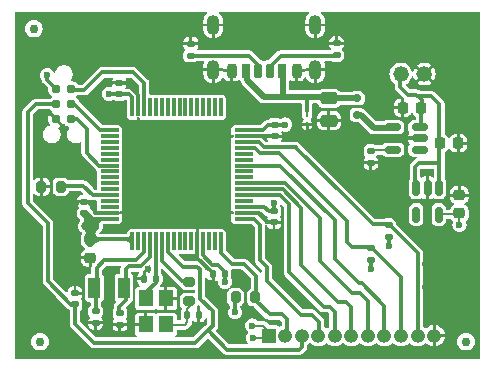
<source format=gbr>
%TF.GenerationSoftware,KiCad,Pcbnew,8.0.3*%
%TF.CreationDate,2024-07-26T16:59:45-04:00*%
%TF.ProjectId,Health_Watch,4865616c-7468-45f5-9761-7463682e6b69,rev?*%
%TF.SameCoordinates,Original*%
%TF.FileFunction,Copper,L1,Top*%
%TF.FilePolarity,Positive*%
%FSLAX46Y46*%
G04 Gerber Fmt 4.6, Leading zero omitted, Abs format (unit mm)*
G04 Created by KiCad (PCBNEW 8.0.3) date 2024-07-26 16:59:45*
%MOMM*%
%LPD*%
G01*
G04 APERTURE LIST*
G04 Aperture macros list*
%AMRoundRect*
0 Rectangle with rounded corners*
0 $1 Rounding radius*
0 $2 $3 $4 $5 $6 $7 $8 $9 X,Y pos of 4 corners*
0 Add a 4 corners polygon primitive as box body*
4,1,4,$2,$3,$4,$5,$6,$7,$8,$9,$2,$3,0*
0 Add four circle primitives for the rounded corners*
1,1,$1+$1,$2,$3*
1,1,$1+$1,$4,$5*
1,1,$1+$1,$6,$7*
1,1,$1+$1,$8,$9*
0 Add four rect primitives between the rounded corners*
20,1,$1+$1,$2,$3,$4,$5,0*
20,1,$1+$1,$4,$5,$6,$7,0*
20,1,$1+$1,$6,$7,$8,$9,0*
20,1,$1+$1,$8,$9,$2,$3,0*%
G04 Aperture macros list end*
%TA.AperFunction,SMDPad,CuDef*%
%ADD10RoundRect,0.135000X-0.185000X0.135000X-0.185000X-0.135000X0.185000X-0.135000X0.185000X0.135000X0*%
%TD*%
%TA.AperFunction,SMDPad,CuDef*%
%ADD11RoundRect,0.062500X0.062500X-0.117500X0.062500X0.117500X-0.062500X0.117500X-0.062500X-0.117500X0*%
%TD*%
%TA.AperFunction,SMDPad,CuDef*%
%ADD12C,0.750000*%
%TD*%
%TA.AperFunction,ConnectorPad*%
%ADD13C,0.787400*%
%TD*%
%TA.AperFunction,SMDPad,CuDef*%
%ADD14R,1.000000X1.800000*%
%TD*%
%TA.AperFunction,SMDPad,CuDef*%
%ADD15RoundRect,0.075000X0.075000X-0.700000X0.075000X0.700000X-0.075000X0.700000X-0.075000X-0.700000X0*%
%TD*%
%TA.AperFunction,SMDPad,CuDef*%
%ADD16RoundRect,0.075000X0.700000X-0.075000X0.700000X0.075000X-0.700000X0.075000X-0.700000X-0.075000X0*%
%TD*%
%TA.AperFunction,SMDPad,CuDef*%
%ADD17RoundRect,0.140000X0.140000X0.170000X-0.140000X0.170000X-0.140000X-0.170000X0.140000X-0.170000X0*%
%TD*%
%TA.AperFunction,SMDPad,CuDef*%
%ADD18RoundRect,0.225000X-0.250000X0.225000X-0.250000X-0.225000X0.250000X-0.225000X0.250000X0.225000X0*%
%TD*%
%TA.AperFunction,ComponentPad*%
%ADD19C,1.320800*%
%TD*%
%TA.AperFunction,SMDPad,CuDef*%
%ADD20RoundRect,0.200000X0.275000X-0.200000X0.275000X0.200000X-0.275000X0.200000X-0.275000X-0.200000X0*%
%TD*%
%TA.AperFunction,SMDPad,CuDef*%
%ADD21RoundRect,0.140000X0.170000X-0.140000X0.170000X0.140000X-0.170000X0.140000X-0.170000X-0.140000X0*%
%TD*%
%TA.AperFunction,SMDPad,CuDef*%
%ADD22RoundRect,0.250000X-0.475000X0.250000X-0.475000X-0.250000X0.475000X-0.250000X0.475000X0.250000X0*%
%TD*%
%TA.AperFunction,SMDPad,CuDef*%
%ADD23RoundRect,0.225000X0.250000X-0.225000X0.250000X0.225000X-0.250000X0.225000X-0.250000X-0.225000X0*%
%TD*%
%TA.AperFunction,SMDPad,CuDef*%
%ADD24RoundRect,0.225000X0.225000X0.250000X-0.225000X0.250000X-0.225000X-0.250000X0.225000X-0.250000X0*%
%TD*%
%TA.AperFunction,SMDPad,CuDef*%
%ADD25RoundRect,0.140000X-0.170000X0.140000X-0.170000X-0.140000X0.170000X-0.140000X0.170000X0.140000X0*%
%TD*%
%TA.AperFunction,SMDPad,CuDef*%
%ADD26RoundRect,0.225000X-0.225000X-0.250000X0.225000X-0.250000X0.225000X0.250000X-0.225000X0.250000X0*%
%TD*%
%TA.AperFunction,SMDPad,CuDef*%
%ADD27RoundRect,0.135000X0.185000X-0.135000X0.185000X0.135000X-0.185000X0.135000X-0.185000X-0.135000X0*%
%TD*%
%TA.AperFunction,SMDPad,CuDef*%
%ADD28RoundRect,0.200000X-0.200000X-0.275000X0.200000X-0.275000X0.200000X0.275000X-0.200000X0.275000X0*%
%TD*%
%TA.AperFunction,SMDPad,CuDef*%
%ADD29RoundRect,0.150000X0.512500X0.150000X-0.512500X0.150000X-0.512500X-0.150000X0.512500X-0.150000X0*%
%TD*%
%TA.AperFunction,SMDPad,CuDef*%
%ADD30RoundRect,0.150000X-0.150000X0.512500X-0.150000X-0.512500X0.150000X-0.512500X0.150000X0.512500X0*%
%TD*%
%TA.AperFunction,SMDPad,CuDef*%
%ADD31R,1.200000X1.400000*%
%TD*%
%TA.AperFunction,SMDPad,CuDef*%
%ADD32RoundRect,0.150000X-0.200000X0.150000X-0.200000X-0.150000X0.200000X-0.150000X0.200000X0.150000X0*%
%TD*%
%TA.AperFunction,SMDPad,CuDef*%
%ADD33RoundRect,0.175000X0.175000X0.425000X-0.175000X0.425000X-0.175000X-0.425000X0.175000X-0.425000X0*%
%TD*%
%TA.AperFunction,SMDPad,CuDef*%
%ADD34RoundRect,0.190000X-0.190000X-0.410000X0.190000X-0.410000X0.190000X0.410000X-0.190000X0.410000X0*%
%TD*%
%TA.AperFunction,SMDPad,CuDef*%
%ADD35RoundRect,0.200000X-0.200000X-0.400000X0.200000X-0.400000X0.200000X0.400000X-0.200000X0.400000X0*%
%TD*%
%TA.AperFunction,SMDPad,CuDef*%
%ADD36RoundRect,0.175000X-0.175000X-0.425000X0.175000X-0.425000X0.175000X0.425000X-0.175000X0.425000X0*%
%TD*%
%TA.AperFunction,SMDPad,CuDef*%
%ADD37RoundRect,0.190000X0.190000X0.410000X-0.190000X0.410000X-0.190000X-0.410000X0.190000X-0.410000X0*%
%TD*%
%TA.AperFunction,SMDPad,CuDef*%
%ADD38RoundRect,0.200000X0.200000X0.400000X-0.200000X0.400000X-0.200000X-0.400000X0.200000X-0.400000X0*%
%TD*%
%TA.AperFunction,ComponentPad*%
%ADD39O,1.100000X1.700000*%
%TD*%
%TA.AperFunction,ComponentPad*%
%ADD40R,1.200000X1.200000*%
%TD*%
%TA.AperFunction,ComponentPad*%
%ADD41O,1.200000X1.200000*%
%TD*%
%TA.AperFunction,SMDPad,CuDef*%
%ADD42RoundRect,0.200000X0.200000X0.275000X-0.200000X0.275000X-0.200000X-0.275000X0.200000X-0.275000X0*%
%TD*%
%TA.AperFunction,ViaPad*%
%ADD43C,0.700000*%
%TD*%
%TA.AperFunction,ViaPad*%
%ADD44C,0.600000*%
%TD*%
%TA.AperFunction,Conductor*%
%ADD45C,0.300000*%
%TD*%
%TA.AperFunction,Conductor*%
%ADD46C,0.200000*%
%TD*%
%TA.AperFunction,Conductor*%
%ADD47C,0.500000*%
%TD*%
G04 APERTURE END LIST*
D10*
%TO.P,R5,1*%
%TO.N,/I2C_SDA*%
X128850000Y-57730000D03*
%TO.P,R5,2*%
%TO.N,+3V3*%
X128850000Y-58750000D03*
%TD*%
D11*
%TO.P,D2,1,K*%
%TO.N,+5V*%
X121950000Y-48380000D03*
%TO.P,D2,2,A*%
%TO.N,GND*%
X121950000Y-49220000D03*
%TD*%
D12*
%TO.P,FM2,*%
%TO.N,*%
X99350000Y-67600000D03*
%TD*%
D13*
%TO.P,J3,6,SWO*%
%TO.N,/SW_TRC*%
X102001000Y-48780000D03*
%TO.P,J3,5,GND*%
%TO.N,GND*%
X100731000Y-48780000D03*
%TO.P,J3,4,SWCLK*%
%TO.N,/SW_CLK*%
X102001000Y-47510000D03*
%TO.P,J3,3,~{RESET}*%
%TO.N,/SWD_NRST*%
X100731000Y-47510000D03*
%TO.P,J3,2,SWDIO*%
%TO.N,/SW_DIO*%
X102001000Y-46240000D03*
%TO.P,J3,1,VCC*%
%TO.N,+3V3*%
X100731000Y-46240000D03*
%TD*%
D14*
%TO.P,X2,1,1*%
%TO.N,/LSE_IN*%
X103950000Y-63050000D03*
%TO.P,X2,2,2*%
%TO.N,/LSE_OUT*%
X106450000Y-63050000D03*
%TD*%
D15*
%TO.P,U3,1,VBAT*%
%TO.N,+3V3*%
X107150000Y-59125000D03*
%TO.P,U3,2,PC13*%
%TO.N,unconnected-(U3-PC13-Pad2)*%
X107650000Y-59125000D03*
%TO.P,U3,3,PC14*%
%TO.N,/LSE_IN*%
X108150000Y-59125000D03*
%TO.P,U3,4,PC15*%
%TO.N,/LSE_OUT*%
X108650000Y-59125000D03*
%TO.P,U3,5,PH0*%
%TO.N,/HSE_IN*%
X109150000Y-59125000D03*
%TO.P,U3,6,PH1*%
%TO.N,/HSE_OUT*%
X109650000Y-59125000D03*
%TO.P,U3,7,NRST*%
%TO.N,/SWD_NRST*%
X110150000Y-59125000D03*
%TO.P,U3,8,PC0*%
%TO.N,unconnected-(U3-PC0-Pad8)*%
X110650000Y-59125000D03*
%TO.P,U3,9,PC1*%
%TO.N,unconnected-(U3-PC1-Pad9)*%
X111150000Y-59125000D03*
%TO.P,U3,10,PC2*%
%TO.N,unconnected-(U3-PC2-Pad10)*%
X111650000Y-59125000D03*
%TO.P,U3,11,PC3*%
%TO.N,unconnected-(U3-PC3-Pad11)*%
X112150000Y-59125000D03*
%TO.P,U3,12,VSSA*%
%TO.N,GND*%
X112650000Y-59125000D03*
%TO.P,U3,13,VDDA*%
%TO.N,+3V3*%
X113150000Y-59125000D03*
%TO.P,U3,14,PA0*%
%TO.N,unconnected-(U3-PA0-Pad14)*%
X113650000Y-59125000D03*
%TO.P,U3,15,PA1*%
%TO.N,unconnected-(U3-PA1-Pad15)*%
X114150000Y-59125000D03*
%TO.P,U3,16,PA2*%
%TO.N,/GPIO_PA2*%
X114650000Y-59125000D03*
D16*
%TO.P,U3,17,PA3*%
%TO.N,/TFT_DC*%
X116575000Y-57200000D03*
%TO.P,U3,18,VSS*%
%TO.N,GND*%
X116575000Y-56700000D03*
%TO.P,U3,19,VDD*%
%TO.N,+3V3*%
X116575000Y-56200000D03*
%TO.P,U3,20,PA4*%
%TO.N,unconnected-(U3-PA4-Pad20)*%
X116575000Y-55700000D03*
%TO.P,U3,21,PA5*%
%TO.N,/SPI_SCK*%
X116575000Y-55200000D03*
%TO.P,U3,22,PA6*%
%TO.N,/SPI_MISO*%
X116575000Y-54700000D03*
%TO.P,U3,23,PA7*%
%TO.N,/SPI_MOSI*%
X116575000Y-54200000D03*
%TO.P,U3,24,PC4*%
%TO.N,unconnected-(U3-PC4-Pad24)*%
X116575000Y-53700000D03*
%TO.P,U3,25,PC5*%
%TO.N,unconnected-(U3-PC5-Pad25)*%
X116575000Y-53200000D03*
%TO.P,U3,26,PB0*%
%TO.N,/TFT_TC*%
X116575000Y-52700000D03*
%TO.P,U3,27,PB1*%
%TO.N,unconnected-(U3-PB1-Pad27)*%
X116575000Y-52200000D03*
%TO.P,U3,28,PB2*%
%TO.N,unconnected-(U3-PB2-Pad28)*%
X116575000Y-51700000D03*
%TO.P,U3,29,PB10*%
%TO.N,/I2C_SCL*%
X116575000Y-51200000D03*
%TO.P,U3,30,PB11*%
%TO.N,/I2C_SDA*%
X116575000Y-50700000D03*
%TO.P,U3,31,VSS*%
%TO.N,GND*%
X116575000Y-50200000D03*
%TO.P,U3,32,VDD*%
%TO.N,+3V3*%
X116575000Y-49700000D03*
D15*
%TO.P,U3,33,PB12*%
%TO.N,unconnected-(U3-PB12-Pad33)*%
X114650000Y-47775000D03*
%TO.P,U3,34,PB13*%
%TO.N,unconnected-(U3-PB13-Pad34)*%
X114150000Y-47775000D03*
%TO.P,U3,35,PB14*%
%TO.N,unconnected-(U3-PB14-Pad35)*%
X113650000Y-47775000D03*
%TO.P,U3,36,PB15*%
%TO.N,unconnected-(U3-PB15-Pad36)*%
X113150000Y-47775000D03*
%TO.P,U3,37,PC6*%
%TO.N,unconnected-(U3-PC6-Pad37)*%
X112650000Y-47775000D03*
%TO.P,U3,38,PC7*%
%TO.N,unconnected-(U3-PC7-Pad38)*%
X112150000Y-47775000D03*
%TO.P,U3,39,PC8*%
%TO.N,unconnected-(U3-PC8-Pad39)*%
X111650000Y-47775000D03*
%TO.P,U3,40,PC9*%
%TO.N,unconnected-(U3-PC9-Pad40)*%
X111150000Y-47775000D03*
%TO.P,U3,41,PA8*%
%TO.N,unconnected-(U3-PA8-Pad41)*%
X110650000Y-47775000D03*
%TO.P,U3,42,PA9*%
%TO.N,unconnected-(U3-PA9-Pad42)*%
X110150000Y-47775000D03*
%TO.P,U3,43,PA10*%
%TO.N,unconnected-(U3-PA10-Pad43)*%
X109650000Y-47775000D03*
%TO.P,U3,44,PA11*%
%TO.N,unconnected-(U3-PA11-Pad44)*%
X109150000Y-47775000D03*
%TO.P,U3,45,PA12*%
%TO.N,unconnected-(U3-PA12-Pad45)*%
X108650000Y-47775000D03*
%TO.P,U3,46,PA13*%
%TO.N,/SW_DIO*%
X108150000Y-47775000D03*
%TO.P,U3,47,VSS*%
%TO.N,GND*%
X107650000Y-47775000D03*
%TO.P,U3,48,VDDUSB*%
%TO.N,+3V3*%
X107150000Y-47775000D03*
D16*
%TO.P,U3,49,PA14*%
%TO.N,/SW_CLK*%
X105225000Y-49700000D03*
%TO.P,U3,50,PA15*%
%TO.N,unconnected-(U3-PA15-Pad50)*%
X105225000Y-50200000D03*
%TO.P,U3,51,PC10*%
%TO.N,unconnected-(U3-PC10-Pad51)*%
X105225000Y-50700000D03*
%TO.P,U3,52,PC11*%
%TO.N,unconnected-(U3-PC11-Pad52)*%
X105225000Y-51200000D03*
%TO.P,U3,53,PC12*%
%TO.N,unconnected-(U3-PC12-Pad53)*%
X105225000Y-51700000D03*
%TO.P,U3,54,PD2*%
%TO.N,unconnected-(U3-PD2-Pad54)*%
X105225000Y-52200000D03*
%TO.P,U3,55,PB3*%
%TO.N,/SW_TRC*%
X105225000Y-52700000D03*
%TO.P,U3,56,PB4*%
%TO.N,unconnected-(U3-PB4-Pad56)*%
X105225000Y-53200000D03*
%TO.P,U3,57,PB5*%
%TO.N,unconnected-(U3-PB5-Pad57)*%
X105225000Y-53700000D03*
%TO.P,U3,58,PB6*%
%TO.N,unconnected-(U3-PB6-Pad58)*%
X105225000Y-54200000D03*
%TO.P,U3,59,PB7*%
%TO.N,unconnected-(U3-PB7-Pad59)*%
X105225000Y-54700000D03*
%TO.P,U3,60,BOOT0*%
%TO.N,Net-(U3-BOOT0)*%
X105225000Y-55200000D03*
%TO.P,U3,61,PB8*%
%TO.N,unconnected-(U3-PB8-Pad61)*%
X105225000Y-55700000D03*
%TO.P,U3,62,PB9*%
%TO.N,unconnected-(U3-PB9-Pad62)*%
X105225000Y-56200000D03*
%TO.P,U3,63,VSS*%
%TO.N,GND*%
X105225000Y-56700000D03*
%TO.P,U3,64,VDD*%
%TO.N,+3V3*%
X105225000Y-57200000D03*
%TD*%
D17*
%TO.P,C12,1*%
%TO.N,/HSE_IN*%
X109130000Y-62300000D03*
%TO.P,C12,2*%
%TO.N,GND*%
X108170000Y-62300000D03*
%TD*%
D12*
%TO.P,FM3,*%
%TO.N,*%
X98800000Y-41100000D03*
%TD*%
D18*
%TO.P,C1,1*%
%TO.N,+3V3*%
X103600000Y-58950000D03*
%TO.P,C1,2*%
%TO.N,GND*%
X103600000Y-60500000D03*
%TD*%
D19*
%TO.P,J1,1,Pin_1*%
%TO.N,GND*%
X131875000Y-44950000D03*
%TO.P,J1,2,Pin_2*%
%TO.N,/+*%
X129874999Y-44950000D03*
%TD*%
D20*
%TO.P,R9,1*%
%TO.N,Net-(C13-Pad2)*%
X111950000Y-64175000D03*
%TO.P,R9,2*%
%TO.N,/HSE_OUT*%
X111950000Y-62525000D03*
%TD*%
D21*
%TO.P,C2,1*%
%TO.N,+3V3*%
X103100000Y-56710000D03*
%TO.P,C2,2*%
%TO.N,GND*%
X103100000Y-55750000D03*
%TD*%
D22*
%TO.P,C7,1*%
%TO.N,+5V*%
X123800000Y-47000000D03*
%TO.P,C7,2*%
%TO.N,GND*%
X123800000Y-48900000D03*
%TD*%
D10*
%TO.P,R3,1*%
%TO.N,GND*%
X124450000Y-42330000D03*
%TO.P,R3,2*%
%TO.N,Net-(J2-CC1)*%
X124450000Y-43350000D03*
%TD*%
D12*
%TO.P,FM1,*%
%TO.N,*%
X135400000Y-67600000D03*
%TD*%
D23*
%TO.P,C10,1*%
%TO.N,+3V3*%
X134850000Y-56750000D03*
%TO.P,C10,2*%
%TO.N,GND*%
X134850000Y-55200000D03*
%TD*%
D24*
%TO.P,C8,1*%
%TO.N,/+*%
X131600000Y-47800000D03*
%TO.P,C8,2*%
%TO.N,GND*%
X130050000Y-47800000D03*
%TD*%
D25*
%TO.P,C14,1*%
%TO.N,/LSE_IN*%
X104050000Y-65050000D03*
%TO.P,C14,2*%
%TO.N,GND*%
X104050000Y-66010000D03*
%TD*%
D26*
%TO.P,C9,1*%
%TO.N,/+*%
X133200000Y-50800000D03*
%TO.P,C9,2*%
%TO.N,GND*%
X134750000Y-50800000D03*
%TD*%
D21*
%TO.P,C11,1*%
%TO.N,/SWD_NRST*%
X102300000Y-64460000D03*
%TO.P,C11,2*%
%TO.N,GND*%
X102300000Y-63500000D03*
%TD*%
D17*
%TO.P,C13,1*%
%TO.N,GND*%
X112780000Y-65350000D03*
%TO.P,C13,2*%
%TO.N,Net-(C13-Pad2)*%
X111820000Y-65350000D03*
%TD*%
D27*
%TO.P,R1,1*%
%TO.N,GND*%
X127350000Y-52470000D03*
%TO.P,R1,2*%
%TO.N,Net-(U1-PROG)*%
X127350000Y-51450000D03*
%TD*%
D17*
%TO.P,C5,1*%
%TO.N,+3V3*%
X114960000Y-61850000D03*
%TO.P,C5,2*%
%TO.N,GND*%
X114000000Y-61850000D03*
%TD*%
D28*
%TO.P,R4,1*%
%TO.N,GND*%
X99450000Y-54500000D03*
%TO.P,R4,2*%
%TO.N,Net-(U3-BOOT0)*%
X101100000Y-54500000D03*
%TD*%
D29*
%TO.P,U1,1,STAT*%
%TO.N,unconnected-(U1-STAT-Pad1)*%
X131475000Y-51350000D03*
%TO.P,U1,2,V_{SS}*%
%TO.N,GND*%
X131475000Y-50400000D03*
%TO.P,U1,3,V_{BAT}*%
%TO.N,/+*%
X131475000Y-49450000D03*
%TO.P,U1,4,V_{DD}*%
%TO.N,Net-(D1-K)*%
X129200000Y-49450000D03*
%TO.P,U1,5,PROG*%
%TO.N,Net-(U1-PROG)*%
X129200000Y-51350000D03*
%TD*%
D30*
%TO.P,U2,1,VIN*%
%TO.N,/+*%
X133100000Y-54575000D03*
%TO.P,U2,2,GND*%
%TO.N,GND*%
X132150000Y-54575000D03*
%TO.P,U2,3,EN*%
%TO.N,/+*%
X131200000Y-54575000D03*
%TO.P,U2,4,NC*%
%TO.N,unconnected-(U2-NC-Pad4)*%
X131200000Y-56850000D03*
%TO.P,U2,5,VOUT*%
%TO.N,+3V3*%
X133100000Y-56850000D03*
%TD*%
D31*
%TO.P,X1,1,1*%
%TO.N,Net-(C13-Pad2)*%
X110000000Y-66150000D03*
%TO.P,X1,2,2*%
%TO.N,GND*%
X110000000Y-63950000D03*
%TO.P,X1,3,3*%
%TO.N,/HSE_IN*%
X108300000Y-63950000D03*
%TO.P,X1,4,4*%
%TO.N,GND*%
X108300000Y-66150000D03*
%TD*%
D32*
%TO.P,D1,1,K*%
%TO.N,Net-(D1-K)*%
X126200000Y-48400000D03*
%TO.P,D1,2,A*%
%TO.N,+5V*%
X126200000Y-47000000D03*
%TD*%
D33*
%TO.P,J2,A5,CC1*%
%TO.N,Net-(J2-CC1)*%
X118820000Y-44680000D03*
D34*
%TO.P,J2,A9,VBUS*%
%TO.N,+5V*%
X116800000Y-44680000D03*
D35*
%TO.P,J2,A12,GND*%
%TO.N,GND*%
X115570000Y-44680000D03*
D36*
%TO.P,J2,B5,CC2*%
%TO.N,Net-(J2-CC2)*%
X117820000Y-44680000D03*
D37*
%TO.P,J2,B9,VBUS*%
%TO.N,+5V*%
X119840000Y-44680000D03*
D38*
%TO.P,J2,B12,GND*%
%TO.N,GND*%
X121070000Y-44680000D03*
D39*
%TO.P,J2,S1,SHIELD*%
X122640000Y-44600000D03*
X122640000Y-40800000D03*
X114000000Y-44600000D03*
X114000000Y-40800000D03*
%TD*%
D25*
%TO.P,C4,1*%
%TO.N,+3V3*%
X119200000Y-49240000D03*
%TO.P,C4,2*%
%TO.N,GND*%
X119200000Y-50200000D03*
%TD*%
D40*
%TO.P,J4,1,Pin_1*%
%TO.N,+3V3*%
X118700000Y-67100000D03*
D41*
%TO.P,J4,2,Pin_2*%
%TO.N,/GPIO_PA2*%
X120100000Y-67100000D03*
%TO.P,J4,3,Pin_3*%
%TO.N,/SWD_NRST*%
X121500000Y-67100000D03*
%TO.P,J4,4,Pin_4*%
%TO.N,/TFT_DC*%
X122900000Y-67100000D03*
%TO.P,J4,5,Pin_5*%
%TO.N,/SPI_SCK*%
X124300000Y-67100000D03*
%TO.P,J4,6,Pin_6*%
%TO.N,/SPI_MISO*%
X125700000Y-67100000D03*
%TO.P,J4,7,Pin_7*%
%TO.N,/SPI_MOSI*%
X127100000Y-67100000D03*
%TO.P,J4,8,Pin_8*%
%TO.N,/TFT_TC*%
X128500000Y-67100000D03*
%TO.P,J4,9,Pin_9*%
%TO.N,/I2C_SCL*%
X129900000Y-67100000D03*
%TO.P,J4,10,Pin_10*%
%TO.N,/I2C_SDA*%
X131300000Y-67100000D03*
%TO.P,J4,11,Pin_11*%
%TO.N,GND*%
X132700000Y-67100000D03*
%TD*%
D25*
%TO.P,C15,1*%
%TO.N,/LSE_OUT*%
X106100000Y-65200000D03*
%TO.P,C15,2*%
%TO.N,GND*%
X106100000Y-66160000D03*
%TD*%
D10*
%TO.P,R6,1*%
%TO.N,/I2C_SCL*%
X127400000Y-59700000D03*
%TO.P,R6,2*%
%TO.N,+3V3*%
X127400000Y-60720000D03*
%TD*%
%TO.P,R2,1*%
%TO.N,GND*%
X112100000Y-42380000D03*
%TO.P,R2,2*%
%TO.N,Net-(J2-CC2)*%
X112100000Y-43400000D03*
%TD*%
D25*
%TO.P,C3,1*%
%TO.N,+3V3*%
X119150000Y-56540000D03*
%TO.P,C3,2*%
%TO.N,GND*%
X119150000Y-57500000D03*
%TD*%
D42*
%TO.P,R7,1*%
%TO.N,/GPIO_PA2*%
X117550000Y-63850000D03*
%TO.P,R7,2*%
%TO.N,+3V3*%
X115900000Y-63850000D03*
%TD*%
D21*
%TO.P,C6,1*%
%TO.N,+3V3*%
X106050000Y-46660000D03*
%TO.P,C6,2*%
%TO.N,GND*%
X106050000Y-45700000D03*
%TD*%
D43*
%TO.N,GND*%
X134000000Y-59000000D03*
X134700000Y-49700000D03*
D44*
X111100000Y-42650000D03*
X109093000Y-51739800D03*
X121950000Y-49950000D03*
D43*
X134000000Y-63000000D03*
D44*
X134850000Y-54175000D03*
D43*
X109000000Y-45000000D03*
X127000000Y-45000000D03*
X127000000Y-43000000D03*
D44*
X99700000Y-48650000D03*
X108492001Y-61495238D03*
D43*
X128900000Y-53125000D03*
X98000000Y-61000000D03*
D44*
X112522000Y-66497200D03*
D43*
X103000000Y-41000000D03*
X125000000Y-51000000D03*
D44*
X115620800Y-46126400D03*
D43*
X111000000Y-45000000D03*
X136000000Y-63000000D03*
X98000000Y-43000000D03*
X108000000Y-43000000D03*
X119150000Y-58450000D03*
X136000000Y-59000000D03*
X134000000Y-61000000D03*
X98000000Y-59000000D03*
D44*
X105250000Y-45750000D03*
D43*
X98000000Y-47000000D03*
X117000000Y-59000000D03*
X126000000Y-41000000D03*
D44*
X135077200Y-46837600D03*
D43*
X98000000Y-45000000D03*
X126000000Y-55000000D03*
D44*
X133197600Y-44627800D03*
D43*
X101000000Y-41000000D03*
X123000000Y-51000000D03*
X125000000Y-45000000D03*
X98000000Y-57000000D03*
X104000000Y-43000000D03*
X113900000Y-62700000D03*
X130000000Y-55000000D03*
D44*
X114554000Y-50139600D03*
X102300000Y-62484000D03*
D43*
X117000000Y-47000000D03*
X101000000Y-59000000D03*
X98000000Y-67000000D03*
D44*
X133197600Y-45477800D03*
X120243600Y-50114200D03*
X107525400Y-56195200D03*
X113030000Y-51739800D03*
D43*
X111000000Y-41000000D03*
X132000000Y-61000000D03*
D44*
X107500000Y-50150000D03*
X102565200Y-61468000D03*
X109118400Y-54584600D03*
D43*
X135000000Y-41000000D03*
X101000000Y-67000000D03*
X98000000Y-63000000D03*
X125000000Y-53000000D03*
D44*
X99450000Y-53350000D03*
D43*
X101000000Y-57000000D03*
D44*
X127400000Y-53300000D03*
X114579400Y-53365400D03*
D43*
X101000000Y-61000000D03*
X135000000Y-65000000D03*
D44*
X107525400Y-53375800D03*
D43*
X107000000Y-41000000D03*
X102000000Y-53000000D03*
D44*
X110236000Y-62600000D03*
D43*
X100000000Y-65000000D03*
X124000000Y-41000000D03*
D44*
X133950000Y-66750000D03*
X102350000Y-55829200D03*
X113055400Y-54584600D03*
D43*
X132000000Y-59000000D03*
D44*
X111302800Y-53365400D03*
X125552200Y-42392600D03*
X105511600Y-66903600D03*
D43*
X100000000Y-52000000D03*
D44*
X104546400Y-66954400D03*
X130000000Y-50450000D03*
D43*
X100000000Y-43000000D03*
D44*
X132150000Y-53350000D03*
D43*
X98000000Y-65000000D03*
D44*
X132450000Y-65350000D03*
D43*
X135000000Y-45000000D03*
D44*
X114579400Y-56184800D03*
D43*
X109000000Y-41000000D03*
X102000000Y-43000000D03*
D44*
X129000000Y-47800000D03*
D43*
X136000000Y-61000000D03*
D44*
X123800000Y-50000000D03*
D43*
X128000000Y-55000000D03*
X135000000Y-53000000D03*
D44*
X111277400Y-50139600D03*
D43*
X135000000Y-43000000D03*
D44*
X121132600Y-46075600D03*
D43*
X132000000Y-63000000D03*
X106000000Y-43000000D03*
D44*
X111302800Y-56184800D03*
D43*
X105000000Y-41000000D03*
D44*
%TO.N,+3V3*%
X104050000Y-57850000D03*
X127374600Y-61437400D03*
X103132000Y-57828000D03*
X99950000Y-45050000D03*
X120098000Y-49235000D03*
X128850000Y-59500000D03*
X117348000Y-67300000D03*
X119126000Y-55854600D03*
X115000000Y-62550000D03*
X134850000Y-57725000D03*
X105181400Y-46634400D03*
X117300000Y-66250000D03*
X115861000Y-65116800D03*
%TD*%
D45*
%TO.N,GND*%
X103409999Y-55750000D02*
X104008053Y-56348054D01*
X107650000Y-46710894D02*
X106639106Y-45700000D01*
X113874894Y-61750000D02*
X112642000Y-60517106D01*
X106639106Y-45700000D02*
X106000000Y-45700000D01*
X104008053Y-56348054D02*
X104008053Y-56691947D01*
X116575000Y-56700000D02*
X117850000Y-56700000D01*
X114070000Y-61750000D02*
X113874894Y-61750000D01*
X117850000Y-56700000D02*
X118650000Y-57500000D01*
X104091947Y-56691947D02*
X104100000Y-56700000D01*
X116575000Y-50200000D02*
X119128000Y-50200000D01*
X103100000Y-55750000D02*
X103409999Y-55750000D01*
X130050000Y-50400000D02*
X130000000Y-50450000D01*
X104100000Y-56700000D02*
X105225000Y-56700000D01*
X131900000Y-45022300D02*
X131845100Y-44967400D01*
X119128000Y-50200000D02*
X119148000Y-50220000D01*
X118650000Y-57500000D02*
X119150000Y-57500000D01*
X104008053Y-56691947D02*
X104091947Y-56691947D01*
X112642000Y-60102894D02*
X112642000Y-60517106D01*
X112650000Y-60094894D02*
X112642000Y-60102894D01*
X119113000Y-50185000D02*
X119148000Y-50220000D01*
X107650000Y-47775000D02*
X107650000Y-46710894D01*
X131475000Y-50400000D02*
X130050000Y-50400000D01*
X112650000Y-59125000D02*
X112650000Y-60094894D01*
%TO.N,+3V3*%
X118648000Y-49260000D02*
X118223000Y-49685000D01*
X107142000Y-59110000D02*
X106985400Y-58953400D01*
D46*
X118243800Y-66250000D02*
X118897400Y-66903600D01*
D45*
X105181400Y-46634400D02*
X105974400Y-46634400D01*
X113922000Y-61090000D02*
X114440000Y-61090000D01*
X106985400Y-58953400D02*
X103632000Y-58953400D01*
X116575000Y-56200000D02*
X118328400Y-56200000D01*
X114440000Y-61090000D02*
X115030000Y-61680000D01*
D46*
X117300000Y-66250000D02*
X118243800Y-66250000D01*
D45*
X115861000Y-65116800D02*
X115861000Y-64114000D01*
X103378000Y-56769000D02*
X103809000Y-57200000D01*
X115000000Y-62550000D02*
X115000000Y-61780000D01*
X113150000Y-60302000D02*
X113142000Y-60310000D01*
X118694200Y-56565800D02*
X119151400Y-56565800D01*
X103809000Y-57200000D02*
X105225000Y-57200000D01*
X115000000Y-61780000D02*
X115030000Y-61750000D01*
X107150000Y-46918000D02*
X106892000Y-46660000D01*
X113150000Y-59125000D02*
X113150000Y-60302000D01*
X127374600Y-60675400D02*
X127400000Y-60650000D01*
X99950000Y-45050000D02*
X99950000Y-45423000D01*
X127374600Y-61437400D02*
X127374600Y-60675400D01*
D46*
X118501000Y-67300000D02*
X118897400Y-66903600D01*
D45*
X107150000Y-47775000D02*
X107150000Y-46918000D01*
X118223000Y-49685000D02*
X116567000Y-49685000D01*
X119151400Y-56565800D02*
X119151400Y-55880000D01*
X105974400Y-46634400D02*
X106000000Y-46660000D01*
X119151400Y-55880000D02*
X119126000Y-55854600D01*
D46*
X134700000Y-56825000D02*
X134850000Y-56675000D01*
X134850000Y-57725000D02*
X134850000Y-56675000D01*
X117348000Y-67300000D02*
X118501000Y-67300000D01*
D45*
X106892000Y-46660000D02*
X106000000Y-46660000D01*
X119148000Y-49260000D02*
X120073000Y-49260000D01*
X99950000Y-45423000D02*
X100732000Y-46205000D01*
X113142000Y-60310000D02*
X113922000Y-61090000D01*
X118648000Y-49260000D02*
X119148000Y-49260000D01*
X118328400Y-56200000D02*
X118694200Y-56565800D01*
X115030000Y-61680000D02*
X115030000Y-61750000D01*
X128850000Y-59500000D02*
X128850000Y-58660000D01*
D46*
X133150000Y-56825000D02*
X134700000Y-56825000D01*
D45*
X120073000Y-49260000D02*
X120098000Y-49235000D01*
%TO.N,/LSE_IN*%
X104792000Y-60720000D02*
X104128800Y-61383200D01*
X104128800Y-61383200D02*
X104128800Y-63252000D01*
X107433120Y-60720000D02*
X104792000Y-60720000D01*
X104067000Y-63313800D02*
X104128800Y-63252000D01*
X104067000Y-65035000D02*
X104067000Y-63313800D01*
X108150000Y-60003120D02*
X107433120Y-60720000D01*
X108150000Y-59125000D02*
X108150000Y-60003120D01*
%TO.N,/LSE_OUT*%
X106628800Y-64071200D02*
X106050000Y-64650000D01*
X106050000Y-64650000D02*
X106050000Y-65035000D01*
X107848000Y-61220000D02*
X108650000Y-60418000D01*
X106578000Y-61474000D02*
X106832000Y-61220000D01*
X106628800Y-63252000D02*
X106628800Y-64071200D01*
X106832000Y-61220000D02*
X107848000Y-61220000D01*
X106578000Y-63252000D02*
X106578000Y-61474000D01*
X106667000Y-63290200D02*
X106628800Y-63252000D01*
X108650000Y-60418000D02*
X108650000Y-59125000D01*
%TO.N,/HSE_IN*%
X109150000Y-60526894D02*
X109150000Y-59125000D01*
X109130000Y-62300000D02*
X109130000Y-62609999D01*
X109142000Y-60534894D02*
X109150000Y-60526894D01*
X109142000Y-62354000D02*
X109142000Y-60534894D01*
X108300000Y-63439999D02*
X108300000Y-63950000D01*
X109148000Y-62360000D02*
X109142000Y-62354000D01*
X109130000Y-62609999D02*
X108300000Y-63439999D01*
%TO.N,/SWD_NRST*%
X99025000Y-47475000D02*
X99500000Y-47475000D01*
X101990001Y-64480000D02*
X100000000Y-62489999D01*
X110150000Y-60003120D02*
X111406880Y-61260000D01*
X102300000Y-64480000D02*
X101990001Y-64480000D01*
X113548000Y-66652000D02*
X113175000Y-67025000D01*
X112873000Y-63973000D02*
X113950000Y-65050000D01*
X110150000Y-59125000D02*
X110150000Y-60003120D01*
X99500000Y-47475000D02*
X100732000Y-47475000D01*
X113175000Y-67025000D02*
X112500000Y-67700000D01*
X121500000Y-68034800D02*
X121500000Y-67100000D01*
X100000000Y-62489999D02*
X100000000Y-57600000D01*
X112500000Y-67700000D02*
X103900000Y-67700000D01*
X100000000Y-57600000D02*
X98300000Y-55900000D01*
X112873000Y-61485000D02*
X112873000Y-63973000D01*
X103900000Y-67700000D02*
X102300000Y-66100000D01*
X102300000Y-66100000D02*
X102300000Y-64700000D01*
X115163600Y-68275200D02*
X121259600Y-68275200D01*
X113950000Y-66250000D02*
X113548000Y-66652000D01*
X98300000Y-55900000D02*
X98300000Y-48200000D01*
X98300000Y-48200000D02*
X99025000Y-47475000D01*
X112648000Y-61260000D02*
X112873000Y-61485000D01*
X113548000Y-66659600D02*
X115163600Y-68275200D01*
X111406880Y-61260000D02*
X112648000Y-61260000D01*
X113548000Y-66652000D02*
X113548000Y-66659600D01*
X113950000Y-65050000D02*
X113950000Y-66250000D01*
X121259600Y-68275200D02*
X121500000Y-68034800D01*
%TO.N,/SW_TRC*%
X103300000Y-51653120D02*
X104346880Y-52700000D01*
X103300000Y-49600000D02*
X103300000Y-51653120D01*
X102002000Y-48745000D02*
X102445000Y-48745000D01*
X102445000Y-48745000D02*
X103300000Y-49600000D01*
X104346880Y-52700000D02*
X105225000Y-52700000D01*
%TO.N,/SW_CLK*%
X105217000Y-49685000D02*
X104385000Y-49685000D01*
X104385000Y-49685000D02*
X102175000Y-47475000D01*
X102175000Y-47475000D02*
X102002000Y-47475000D01*
%TO.N,/SW_DIO*%
X102097000Y-46300000D02*
X102002000Y-46205000D01*
X108150000Y-45750000D02*
X107200000Y-44800000D01*
X107200000Y-44800000D02*
X104600000Y-44800000D01*
X108150000Y-47775000D02*
X108150000Y-45750000D01*
X104600000Y-44800000D02*
X103100000Y-46300000D01*
X103100000Y-46300000D02*
X102097000Y-46300000D01*
%TO.N,Net-(J2-CC2)*%
X117050000Y-43400000D02*
X112010000Y-43400000D01*
X117880000Y-44230000D02*
X117050000Y-43400000D01*
%TO.N,Net-(J2-CC1)*%
X118880000Y-44230000D02*
X119710000Y-43400000D01*
X119710000Y-43400000D02*
X124510000Y-43400000D01*
%TO.N,/HSE_OUT*%
X111360000Y-62460000D02*
X112048000Y-62460000D01*
X109642000Y-60742000D02*
X111360000Y-62460000D01*
X109650000Y-60734000D02*
X109650000Y-59125000D01*
X109642000Y-60742000D02*
X109650000Y-60734000D01*
%TO.N,/GPIO_PA2*%
X114650000Y-59125000D02*
X114650000Y-60116200D01*
X116611400Y-61036200D02*
X117640600Y-62065400D01*
X117640600Y-64173600D02*
X118770400Y-65303400D01*
X118770400Y-65303400D02*
X119837200Y-65303400D01*
X114650000Y-60116200D02*
X115570000Y-61036200D01*
X115570000Y-61036200D02*
X116611400Y-61036200D01*
X120247400Y-65713600D02*
X120247400Y-66903600D01*
X117640600Y-62065400D02*
X117640600Y-64173600D01*
X119837200Y-65303400D02*
X120247400Y-65713600D01*
%TO.N,/SPI_MOSI*%
X116575000Y-54200000D02*
X120083507Y-54200000D01*
X123037600Y-57154093D02*
X123037600Y-60782200D01*
X123037600Y-60782200D02*
X125730000Y-63474600D01*
X120083507Y-54200000D02*
X123037600Y-57154093D01*
X126441200Y-63474600D02*
X127100000Y-64133400D01*
X125730000Y-63474600D02*
X126441200Y-63474600D01*
X127100000Y-64133400D02*
X127100000Y-67100000D01*
%TO.N,/SPI_SCK*%
X120421400Y-61747400D02*
X123342400Y-64668400D01*
X120421400Y-55981600D02*
X120421400Y-61747400D01*
X123901200Y-64668400D02*
X124297400Y-65064600D01*
X116575000Y-55200000D02*
X119639800Y-55200000D01*
X124297400Y-65064600D02*
X124297400Y-66903600D01*
X123342400Y-64668400D02*
X123901200Y-64668400D01*
X119639800Y-55200000D02*
X120421400Y-55981600D01*
%TO.N,/SPI_MISO*%
X125700000Y-64663800D02*
X125700000Y-67100000D01*
X121462800Y-56286400D02*
X121462800Y-61137800D01*
X121462800Y-61137800D02*
X124536200Y-64211200D01*
X124536200Y-64211200D02*
X125247400Y-64211200D01*
X125247400Y-64211200D02*
X125700000Y-64663800D01*
X119876400Y-54700000D02*
X121462800Y-56286400D01*
X116575000Y-54700000D02*
X119876400Y-54700000D01*
%TO.N,/TFT_DC*%
X121412000Y-65328800D02*
X122351800Y-65328800D01*
X117950000Y-60723800D02*
X118541800Y-61315600D01*
X118541800Y-62458600D02*
X121412000Y-65328800D01*
X118541800Y-61315600D02*
X118541800Y-62458600D01*
X122947400Y-65924400D02*
X122947400Y-66903600D01*
X117450000Y-57200000D02*
X117950000Y-57700000D01*
X117950000Y-57700000D02*
X117950000Y-60723800D01*
X116575000Y-57200000D02*
X117450000Y-57200000D01*
X122351800Y-65328800D02*
X122947400Y-65924400D01*
%TO.N,/I2C_SDA*%
X127490000Y-57640000D02*
X128850000Y-57640000D01*
X131300000Y-67100000D02*
X131300000Y-60090000D01*
X120999544Y-51150000D02*
X121024772Y-51175228D01*
X118300000Y-51150000D02*
X120999544Y-51150000D01*
X125149544Y-55300000D02*
X125150000Y-55300000D01*
X117850000Y-50700000D02*
X118300000Y-51150000D01*
X125150000Y-55300000D02*
X127490000Y-57640000D01*
X116575000Y-50700000D02*
X117850000Y-50700000D01*
X121024772Y-51175228D02*
X125149544Y-55300000D01*
X131300000Y-60090000D02*
X128850000Y-57640000D01*
%TO.N,/I2C_SCL*%
X127400000Y-59630000D02*
X125780000Y-59630000D01*
X125350000Y-59200000D02*
X125350000Y-57400000D01*
X117550000Y-51200000D02*
X116575000Y-51200000D01*
X118000000Y-51650000D02*
X117550000Y-51200000D01*
X129900000Y-67100000D02*
X129900000Y-62130000D01*
X119600000Y-51650000D02*
X118000000Y-51650000D01*
X125350000Y-57400000D02*
X119600000Y-51650000D01*
X125780000Y-59630000D02*
X125350000Y-59200000D01*
X129900000Y-62130000D02*
X127400000Y-59630000D01*
%TO.N,/TFT_TC*%
X116575000Y-52700000D02*
X119650000Y-52700000D01*
X124300000Y-57350000D02*
X124300000Y-60600000D01*
X126600000Y-62650000D02*
X128500000Y-64550000D01*
X119650000Y-52700000D02*
X124300000Y-57350000D01*
X126350000Y-62650000D02*
X126600000Y-62650000D01*
X124300000Y-60600000D02*
X126350000Y-62650000D01*
X128500000Y-64550000D02*
X128500000Y-67100000D01*
D47*
%TO.N,+5V*%
X116860000Y-44830000D02*
X116860000Y-45430000D01*
X123688400Y-46888400D02*
X123800000Y-47000000D01*
D45*
X121950000Y-48100000D02*
X121950000Y-46888400D01*
D47*
X118318400Y-46888400D02*
X119888000Y-46888400D01*
X119900000Y-46876400D02*
X119888000Y-46888400D01*
X121950000Y-46888400D02*
X123688400Y-46888400D01*
X116860000Y-45430000D02*
X118318400Y-46888400D01*
X123800000Y-47000000D02*
X126100000Y-47000000D01*
X119888000Y-46888400D02*
X121950000Y-46888400D01*
X119900000Y-44830000D02*
X119900000Y-46876400D01*
D46*
%TO.N,Net-(C13-Pad2)*%
X111820000Y-64830000D02*
X111820000Y-65400000D01*
X110308000Y-66200000D02*
X110248000Y-66260000D01*
X111820000Y-65980000D02*
X111600000Y-66200000D01*
X112048000Y-64110000D02*
X112048000Y-64602000D01*
X112048000Y-64602000D02*
X111820000Y-64830000D01*
X111600000Y-66200000D02*
X110308000Y-66200000D01*
X111820000Y-65400000D02*
X111820000Y-65980000D01*
%TO.N,Net-(U1-PROG)*%
X129025000Y-51400000D02*
X127440000Y-51400000D01*
X127440000Y-51400000D02*
X127350000Y-51490000D01*
D45*
%TO.N,Net-(U3-BOOT0)*%
X101050000Y-54400000D02*
X103000000Y-54400000D01*
X103000000Y-54400000D02*
X103800000Y-55200000D01*
X103800000Y-55200000D02*
X105225000Y-55200000D01*
%TO.N,/+*%
X131400000Y-46900000D02*
X131650000Y-47150000D01*
X131650000Y-47150000D02*
X131650000Y-47850000D01*
X130500000Y-46700000D02*
X131200000Y-46700000D01*
X132450000Y-46800000D02*
X131500000Y-46800000D01*
X131600000Y-49400000D02*
X131500000Y-49500000D01*
X131100000Y-52800000D02*
X131400000Y-52500000D01*
X129845099Y-44967400D02*
X129743200Y-45069299D01*
X131100000Y-54550000D02*
X131100000Y-52800000D01*
X133150000Y-54400000D02*
X133150000Y-47500000D01*
X131500000Y-46800000D02*
X131400000Y-46900000D01*
X129845099Y-46045099D02*
X130500000Y-46700000D01*
X131600000Y-47900000D02*
X131600000Y-49400000D01*
X133150000Y-47500000D02*
X132450000Y-46800000D01*
X131200000Y-46700000D02*
X131400000Y-46900000D01*
X133000000Y-54550000D02*
X133150000Y-54400000D01*
X131400000Y-52500000D02*
X133000000Y-52500000D01*
X129845099Y-44967400D02*
X129845099Y-46045099D01*
D47*
%TO.N,Net-(D1-K)*%
X126100000Y-48400000D02*
X126500000Y-48400000D01*
X126500000Y-48400000D02*
X127600000Y-49500000D01*
X127600000Y-49500000D02*
X129225000Y-49500000D01*
%TD*%
%TA.AperFunction,Conductor*%
%TO.N,+3V3*%
G36*
X103373339Y-56519685D02*
G01*
X103418020Y-56570199D01*
X103429688Y-56594429D01*
X103429693Y-56594437D01*
X103447208Y-56622312D01*
X103447209Y-56622315D01*
X103453873Y-56630671D01*
X103489865Y-56675804D01*
X103489872Y-56675811D01*
X103531216Y-56717155D01*
X103563309Y-56772741D01*
X103588254Y-56865833D01*
X103647564Y-56968560D01*
X103731440Y-57052436D01*
X103834167Y-57111746D01*
X103948744Y-57142447D01*
X103994312Y-57142447D01*
X104026404Y-57146672D01*
X104029069Y-57147386D01*
X104040691Y-57150500D01*
X104040693Y-57150500D01*
X104498287Y-57150500D01*
X104565326Y-57170185D01*
X104611081Y-57222989D01*
X104621025Y-57292147D01*
X104592000Y-57355703D01*
X104555856Y-57382839D01*
X104556352Y-57383697D01*
X104502348Y-57414876D01*
X104490287Y-57422215D01*
X104408493Y-57499118D01*
X104408491Y-57499121D01*
X104359998Y-57600383D01*
X104359997Y-57600385D01*
X104345354Y-57655034D01*
X104343592Y-57661926D01*
X104337545Y-57774029D01*
X104337545Y-57774034D01*
X104345415Y-57833813D01*
X104345415Y-57866186D01*
X104339537Y-57910827D01*
X104331159Y-57942092D01*
X104313929Y-57983689D01*
X104297744Y-58011722D01*
X104270334Y-58047444D01*
X104247445Y-58070333D01*
X104172530Y-58127817D01*
X104157095Y-58140485D01*
X104149797Y-58146885D01*
X104130272Y-58165599D01*
X104068980Y-58259665D01*
X104068979Y-58259666D01*
X104047301Y-58312001D01*
X104042208Y-58325148D01*
X104042205Y-58325155D01*
X104024131Y-58435955D01*
X104024131Y-58435960D01*
X104047305Y-58545805D01*
X104047306Y-58545810D01*
X104050520Y-58553568D01*
X104068980Y-58598135D01*
X104074681Y-58611047D01*
X104100078Y-58646344D01*
X104140252Y-58702180D01*
X104140252Y-58702181D01*
X104168515Y-58720596D01*
X104234316Y-58763471D01*
X104286642Y-58785145D01*
X104293190Y-58787769D01*
X104293189Y-58787769D01*
X104293192Y-58787770D01*
X104403551Y-58808400D01*
X104403553Y-58808400D01*
X106625487Y-58808400D01*
X106625500Y-58808400D01*
X106632556Y-58808319D01*
X106742409Y-58785145D01*
X106794735Y-58763471D01*
X106807647Y-58757770D01*
X106898780Y-58692199D01*
X106901088Y-58688658D01*
X106911365Y-58672884D01*
X106960071Y-58598135D01*
X106960938Y-58596039D01*
X106961621Y-58595192D01*
X106962744Y-58593063D01*
X106963160Y-58593282D01*
X107004777Y-58541637D01*
X107071070Y-58519570D01*
X107138770Y-58536847D01*
X107186382Y-58587983D01*
X107199500Y-58643491D01*
X107199500Y-59263308D01*
X107179815Y-59330347D01*
X107127011Y-59376102D01*
X107057853Y-59386046D01*
X106994297Y-59357021D01*
X106960942Y-59310767D01*
X106960080Y-59308686D01*
X106960071Y-59308665D01*
X106954370Y-59295753D01*
X106888799Y-59204620D01*
X106888798Y-59204619D01*
X106888798Y-59204618D01*
X106808010Y-59151979D01*
X106794735Y-59143329D01*
X106742409Y-59121655D01*
X106742402Y-59121652D01*
X106735860Y-59119030D01*
X106735861Y-59119030D01*
X106680679Y-59108715D01*
X106625500Y-59098400D01*
X104372684Y-59098400D01*
X104351842Y-59099112D01*
X104341766Y-59099801D01*
X104341763Y-59099801D01*
X104341753Y-59099802D01*
X104341729Y-59099804D01*
X104314033Y-59102975D01*
X104208356Y-59140891D01*
X104208349Y-59140894D01*
X104159495Y-59169472D01*
X104153422Y-59173118D01*
X104070298Y-59248589D01*
X104070297Y-59248589D01*
X104032429Y-59298527D01*
X104032425Y-59298532D01*
X104017318Y-59318451D01*
X103993446Y-59342323D01*
X103972238Y-59358406D01*
X103944791Y-59374153D01*
X103942375Y-59375154D01*
X103931154Y-59380067D01*
X103931148Y-59380070D01*
X103931148Y-59380071D01*
X103895998Y-59405041D01*
X103839620Y-59445092D01*
X103800262Y-59485816D01*
X103790694Y-59496185D01*
X103790693Y-59496187D01*
X103764905Y-59539470D01*
X103713680Y-59586986D01*
X103658380Y-59600000D01*
X103543422Y-59600000D01*
X103476383Y-59580315D01*
X103442333Y-59547812D01*
X103411778Y-59504800D01*
X103391396Y-59476109D01*
X103350671Y-59436751D01*
X103345539Y-59431905D01*
X103250442Y-59372228D01*
X103250440Y-59372227D01*
X103247116Y-59370547D01*
X103228127Y-59358684D01*
X103206553Y-59342324D01*
X103182675Y-59318446D01*
X103166728Y-59297417D01*
X103150176Y-59267978D01*
X103139129Y-59239963D01*
X103131367Y-59209244D01*
X103130883Y-59205209D01*
X103130000Y-59190441D01*
X103130000Y-58709556D01*
X103130883Y-58694784D01*
X103131367Y-58690750D01*
X103139130Y-58660032D01*
X103169311Y-58583499D01*
X103170994Y-58579442D01*
X103175740Y-58568553D01*
X103179992Y-58545805D01*
X103196370Y-58458194D01*
X103196370Y-58401557D01*
X103196044Y-58387444D01*
X103170338Y-58278156D01*
X103106888Y-58185533D01*
X103106883Y-58185527D01*
X103066859Y-58145505D01*
X103061796Y-58140556D01*
X103019011Y-58112677D01*
X103011222Y-58107163D01*
X102934552Y-58048333D01*
X102911661Y-58025442D01*
X102884256Y-57989726D01*
X102868073Y-57961695D01*
X102850839Y-57920090D01*
X102842461Y-57888825D01*
X102836584Y-57844179D01*
X102836584Y-57811816D01*
X102842461Y-57767172D01*
X102850839Y-57735907D01*
X102868073Y-57694302D01*
X102884252Y-57666277D01*
X102913060Y-57628733D01*
X102923462Y-57617565D01*
X102923134Y-57617246D01*
X102987788Y-57550749D01*
X102987787Y-57550749D01*
X102987790Y-57550747D01*
X103012591Y-57516474D01*
X103055713Y-57431564D01*
X103070112Y-57320220D01*
X103066931Y-57263672D01*
X103065813Y-57249603D01*
X103034011Y-57141931D01*
X102965461Y-57053017D01*
X102964807Y-57052433D01*
X102945435Y-57035124D01*
X102940371Y-57030337D01*
X102937863Y-57027829D01*
X102933352Y-57023522D01*
X102930078Y-57017842D01*
X102875942Y-56977888D01*
X102833691Y-56922240D01*
X102828234Y-56852584D01*
X102838663Y-56822672D01*
X102965728Y-56568543D01*
X103013315Y-56517387D01*
X103076636Y-56500000D01*
X103306300Y-56500000D01*
X103373339Y-56519685D01*
G37*
%TD.AperFunction*%
%TD*%
%TA.AperFunction,Conductor*%
%TO.N,GND*%
G36*
X116446471Y-61508374D02*
G01*
X117168426Y-62230329D01*
X117190100Y-62282655D01*
X117190100Y-63049079D01*
X117168426Y-63101405D01*
X117141961Y-63118413D01*
X117107669Y-63131203D01*
X116992454Y-63217454D01*
X116906203Y-63332669D01*
X116906202Y-63332670D01*
X116855910Y-63467512D01*
X116855909Y-63467517D01*
X116849500Y-63527126D01*
X116849500Y-64172873D01*
X116855909Y-64232485D01*
X116906202Y-64367329D01*
X116906203Y-64367330D01*
X116919824Y-64385525D01*
X116992454Y-64482546D01*
X117091902Y-64556993D01*
X117107669Y-64568796D01*
X117107670Y-64568797D01*
X117177928Y-64595001D01*
X117242517Y-64619091D01*
X117302127Y-64625500D01*
X117424743Y-64625499D01*
X117477069Y-64647173D01*
X117477070Y-64647173D01*
X118493786Y-65663889D01*
X118537782Y-65689290D01*
X118596514Y-65723199D01*
X118596515Y-65723199D01*
X118596517Y-65723200D01*
X118605101Y-65725500D01*
X118711088Y-65753899D01*
X118711089Y-65753900D01*
X118711091Y-65753900D01*
X119619945Y-65753900D01*
X119672271Y-65775574D01*
X119775226Y-65878529D01*
X119796900Y-65930855D01*
X119796900Y-66201172D01*
X119775226Y-66253498D01*
X119752999Y-66268774D01*
X119647275Y-66315845D01*
X119647264Y-66315852D01*
X119636743Y-66323496D01*
X119581670Y-66336715D01*
X119540924Y-66315953D01*
X119472765Y-66247794D01*
X119438650Y-66232731D01*
X119369991Y-66202415D01*
X119369990Y-66202414D01*
X119369988Y-66202414D01*
X119344865Y-66199500D01*
X118790345Y-66199500D01*
X118738019Y-66177826D01*
X118623589Y-66063396D01*
X118489713Y-65929520D01*
X118489710Y-65929518D01*
X118489709Y-65929517D01*
X118398392Y-65876795D01*
X118398388Y-65876793D01*
X118392521Y-65875221D01*
X118296527Y-65849500D01*
X118296526Y-65849500D01*
X117786092Y-65849500D01*
X117733766Y-65827826D01*
X117729321Y-65822758D01*
X117728277Y-65821713D01*
X117602841Y-65725464D01*
X117456761Y-65664955D01*
X117300000Y-65644318D01*
X117143239Y-65664955D01*
X117143238Y-65664955D01*
X116997158Y-65725464D01*
X116871720Y-65821715D01*
X116871715Y-65821720D01*
X116775464Y-65947158D01*
X116714955Y-66093238D01*
X116714955Y-66093239D01*
X116694318Y-66250000D01*
X116714955Y-66406760D01*
X116714955Y-66406761D01*
X116775464Y-66552841D01*
X116871715Y-66678279D01*
X116871720Y-66678284D01*
X116945252Y-66734707D01*
X116973571Y-66783756D01*
X116958912Y-66838463D01*
X116945254Y-66852122D01*
X116919718Y-66871717D01*
X116919715Y-66871720D01*
X116823464Y-66997158D01*
X116762955Y-67143238D01*
X116762955Y-67143239D01*
X116742318Y-67300000D01*
X116762955Y-67456760D01*
X116762955Y-67456761D01*
X116823464Y-67602841D01*
X116902353Y-67705652D01*
X116917012Y-67760359D01*
X116888693Y-67809408D01*
X116843645Y-67824700D01*
X115380855Y-67824700D01*
X115328529Y-67803026D01*
X114233629Y-66708126D01*
X114211955Y-66655800D01*
X114233629Y-66603474D01*
X114236603Y-66600500D01*
X114310490Y-66526614D01*
X114369799Y-66423887D01*
X114381424Y-66380500D01*
X114396699Y-66323496D01*
X114400500Y-66309310D01*
X114400500Y-64990689D01*
X114400499Y-64990688D01*
X114392286Y-64960038D01*
X114378599Y-64908954D01*
X114372321Y-64885525D01*
X114372320Y-64885522D01*
X114372320Y-64885523D01*
X114369799Y-64876114D01*
X114369799Y-64876113D01*
X114326042Y-64800325D01*
X114310491Y-64773389D01*
X114310490Y-64773388D01*
X114310489Y-64773386D01*
X113345174Y-63808071D01*
X113323500Y-63755745D01*
X113323500Y-62254512D01*
X113345174Y-62202186D01*
X113397500Y-62180512D01*
X113449826Y-62202186D01*
X113463184Y-62223447D01*
X113464002Y-62223016D01*
X113466593Y-62227918D01*
X113545358Y-62334640D01*
X113545359Y-62334641D01*
X113652080Y-62413405D01*
X113777268Y-62457211D01*
X113777273Y-62457212D01*
X113807002Y-62459999D01*
X113874999Y-62459999D01*
X113875000Y-62459998D01*
X113875000Y-61799000D01*
X113896674Y-61746674D01*
X113949000Y-61725000D01*
X114051000Y-61725000D01*
X114103326Y-61746674D01*
X114125000Y-61799000D01*
X114125000Y-62459999D01*
X114192993Y-62459999D01*
X114193007Y-62459998D01*
X114222721Y-62457213D01*
X114222728Y-62457212D01*
X114301906Y-62429506D01*
X114358454Y-62432681D01*
X114396194Y-62474912D01*
X114399714Y-62509011D01*
X114394318Y-62549999D01*
X114414955Y-62706760D01*
X114414955Y-62706761D01*
X114475464Y-62852841D01*
X114571715Y-62978279D01*
X114571720Y-62978284D01*
X114613692Y-63010490D01*
X114697159Y-63074536D01*
X114843238Y-63135044D01*
X115000000Y-63155682D01*
X115156762Y-63135044D01*
X115274633Y-63086220D01*
X115331269Y-63086220D01*
X115371318Y-63126268D01*
X115371318Y-63182905D01*
X115347302Y-63213824D01*
X115342455Y-63217452D01*
X115342454Y-63217453D01*
X115256203Y-63332669D01*
X115256202Y-63332670D01*
X115205910Y-63467512D01*
X115205909Y-63467517D01*
X115199500Y-63527126D01*
X115199500Y-64172873D01*
X115205909Y-64232485D01*
X115256202Y-64367329D01*
X115256203Y-64367330D01*
X115342454Y-64482546D01*
X115342455Y-64482547D01*
X115380846Y-64511286D01*
X115409747Y-64559994D01*
X115410500Y-64570526D01*
X115410500Y-64692353D01*
X115395208Y-64737401D01*
X115336464Y-64813958D01*
X115275955Y-64960038D01*
X115275955Y-64960039D01*
X115255318Y-65116800D01*
X115275955Y-65273560D01*
X115275955Y-65273561D01*
X115336464Y-65419641D01*
X115432715Y-65545079D01*
X115432720Y-65545084D01*
X115507969Y-65602824D01*
X115558159Y-65641336D01*
X115704238Y-65701844D01*
X115861000Y-65722482D01*
X116017762Y-65701844D01*
X116163841Y-65641336D01*
X116289282Y-65545082D01*
X116385536Y-65419641D01*
X116446044Y-65273562D01*
X116466682Y-65116800D01*
X116446044Y-64960038D01*
X116385536Y-64813959D01*
X116354406Y-64773389D01*
X116326792Y-64737401D01*
X116311500Y-64692353D01*
X116311500Y-64628918D01*
X116333174Y-64576592D01*
X116341153Y-64569678D01*
X116358098Y-64556993D01*
X116457546Y-64482546D01*
X116543796Y-64367331D01*
X116551076Y-64347814D01*
X116578835Y-64273386D01*
X116594091Y-64232483D01*
X116600500Y-64172873D01*
X116600499Y-63527128D01*
X116594091Y-63467517D01*
X116572137Y-63408655D01*
X116543797Y-63332670D01*
X116543796Y-63332669D01*
X116524585Y-63307007D01*
X116457546Y-63217454D01*
X116342331Y-63131204D01*
X116342330Y-63131203D01*
X116342329Y-63131202D01*
X116207487Y-63080910D01*
X116207484Y-63080909D01*
X116207483Y-63080909D01*
X116147873Y-63074500D01*
X115652127Y-63074500D01*
X115597791Y-63080341D01*
X115592517Y-63080909D01*
X115518176Y-63108636D01*
X115475372Y-63124601D01*
X115418771Y-63122578D01*
X115380177Y-63081126D01*
X115382200Y-63024525D01*
X115404465Y-62996557D01*
X115428279Y-62978284D01*
X115428282Y-62978282D01*
X115524536Y-62852841D01*
X115585044Y-62706762D01*
X115605682Y-62550000D01*
X115585044Y-62393238D01*
X115524536Y-62247159D01*
X115523243Y-62245474D01*
X115522966Y-62244439D01*
X115522112Y-62242960D01*
X115522508Y-62242731D01*
X115508586Y-62190768D01*
X115512103Y-62175995D01*
X115537710Y-62102819D01*
X115540500Y-62073066D01*
X115540500Y-61626934D01*
X115537710Y-61597181D01*
X115536653Y-61594161D01*
X115533497Y-61585140D01*
X115536674Y-61528592D01*
X115578905Y-61490852D01*
X115603345Y-61486700D01*
X116394145Y-61486700D01*
X116446471Y-61508374D01*
G37*
%TD.AperFunction*%
%TA.AperFunction,Conductor*%
G36*
X100187770Y-47947174D02*
G01*
X100196343Y-47957461D01*
X100207567Y-47973721D01*
X100319229Y-48072645D01*
X100337103Y-48088480D01*
X100335763Y-48089992D01*
X100362901Y-48131974D01*
X100351009Y-48187348D01*
X100336926Y-48201427D01*
X100337383Y-48201944D01*
X100333318Y-48205540D01*
X100333318Y-48205541D01*
X100709326Y-48581549D01*
X100731000Y-48633875D01*
X100731000Y-48778125D01*
X100729674Y-48781325D01*
X100732875Y-48780000D01*
X100877125Y-48780000D01*
X100929451Y-48801674D01*
X101301878Y-49174101D01*
X101304793Y-49169879D01*
X101352354Y-49139126D01*
X101407730Y-49151012D01*
X101426596Y-49169877D01*
X101477568Y-49243723D01*
X101573842Y-49329013D01*
X101603753Y-49355512D01*
X101753025Y-49433856D01*
X101772163Y-49438573D01*
X101773839Y-49438986D01*
X101819459Y-49472551D01*
X101827982Y-49528543D01*
X101808462Y-49563157D01*
X101799599Y-49572020D01*
X101799591Y-49572030D01*
X101717534Y-49694839D01*
X101661014Y-49831290D01*
X101661012Y-49831297D01*
X101639289Y-49940510D01*
X101632200Y-49976151D01*
X101632200Y-50123849D01*
X101635386Y-50139866D01*
X101661012Y-50268702D01*
X101661014Y-50268709D01*
X101712495Y-50392996D01*
X101717536Y-50405164D01*
X101748163Y-50451000D01*
X101797607Y-50525000D01*
X101799592Y-50527970D01*
X101904030Y-50632408D01*
X102026836Y-50714464D01*
X102163291Y-50770986D01*
X102308151Y-50799800D01*
X102308152Y-50799800D01*
X102455848Y-50799800D01*
X102455849Y-50799800D01*
X102600709Y-50770986D01*
X102737164Y-50714464D01*
X102737164Y-50714463D01*
X102737166Y-50714463D01*
X102740369Y-50712751D01*
X102741536Y-50714934D01*
X102789809Y-50705244D01*
X102836956Y-50736626D01*
X102849500Y-50777847D01*
X102849500Y-51712431D01*
X102862282Y-51760132D01*
X102862282Y-51760133D01*
X102880199Y-51827002D01*
X102880203Y-51827011D01*
X102939508Y-51929730D01*
X102939509Y-51929731D01*
X102939511Y-51929734D01*
X104070266Y-53060489D01*
X104070268Y-53060490D01*
X104070269Y-53060491D01*
X104112500Y-53084873D01*
X104146978Y-53129806D01*
X104149500Y-53148959D01*
X104149500Y-53310640D01*
X104160134Y-53383626D01*
X104176694Y-53417500D01*
X104180203Y-53474029D01*
X104176694Y-53482500D01*
X104160134Y-53516373D01*
X104149500Y-53589359D01*
X104149500Y-53810640D01*
X104160134Y-53883626D01*
X104176694Y-53917500D01*
X104180203Y-53974029D01*
X104176694Y-53982500D01*
X104160134Y-54016373D01*
X104149500Y-54089359D01*
X104149500Y-54310640D01*
X104160134Y-54383626D01*
X104176694Y-54417500D01*
X104180203Y-54474029D01*
X104176694Y-54482500D01*
X104160134Y-54516373D01*
X104149500Y-54589359D01*
X104149500Y-54675500D01*
X104127826Y-54727826D01*
X104075500Y-54749500D01*
X104017256Y-54749500D01*
X103964930Y-54727826D01*
X103826463Y-54589359D01*
X103276614Y-54039511D01*
X103276611Y-54039509D01*
X103276610Y-54039508D01*
X103173891Y-53980203D01*
X103173889Y-53980202D01*
X103173887Y-53980201D01*
X103172585Y-53979852D01*
X103149674Y-53973712D01*
X103149674Y-53973713D01*
X103059309Y-53949500D01*
X101756008Y-53949500D01*
X101703682Y-53927826D01*
X101696769Y-53919847D01*
X101657549Y-53867457D01*
X101657546Y-53867454D01*
X101542330Y-53781203D01*
X101542329Y-53781202D01*
X101407487Y-53730910D01*
X101407484Y-53730909D01*
X101407483Y-53730909D01*
X101347873Y-53724500D01*
X100852127Y-53724500D01*
X100792514Y-53730909D01*
X100657670Y-53781202D01*
X100657669Y-53781203D01*
X100542454Y-53867454D01*
X100456203Y-53982669D01*
X100456202Y-53982670D01*
X100405910Y-54117512D01*
X100405909Y-54117517D01*
X100399500Y-54177126D01*
X100399500Y-54822873D01*
X100405909Y-54882485D01*
X100456202Y-55017329D01*
X100456203Y-55017330D01*
X100456204Y-55017331D01*
X100542454Y-55132546D01*
X100654728Y-55216594D01*
X100657669Y-55218796D01*
X100657670Y-55218797D01*
X100768605Y-55260172D01*
X100792517Y-55269091D01*
X100852127Y-55275500D01*
X101347872Y-55275499D01*
X101407483Y-55269091D01*
X101474907Y-55243943D01*
X101542329Y-55218797D01*
X101542329Y-55218796D01*
X101542331Y-55218796D01*
X101657546Y-55132546D01*
X101743796Y-55017331D01*
X101744154Y-55016373D01*
X101788065Y-54898640D01*
X101826658Y-54857187D01*
X101857399Y-54850500D01*
X102782745Y-54850500D01*
X102835071Y-54872174D01*
X103006571Y-55043674D01*
X103028245Y-55096000D01*
X103006571Y-55148326D01*
X102954246Y-55170000D01*
X102877008Y-55170000D01*
X102876991Y-55170001D01*
X102847278Y-55172786D01*
X102847271Y-55172787D01*
X102722080Y-55216594D01*
X102615359Y-55295358D01*
X102615358Y-55295359D01*
X102536594Y-55402080D01*
X102492788Y-55527268D01*
X102492787Y-55527273D01*
X102490000Y-55557002D01*
X102490000Y-55625000D01*
X103635786Y-55625000D01*
X103654937Y-55627521D01*
X103703920Y-55640647D01*
X103740690Y-55650500D01*
X103740691Y-55650500D01*
X104075500Y-55650500D01*
X104127826Y-55672174D01*
X104149500Y-55724500D01*
X104149500Y-55810640D01*
X104160134Y-55883626D01*
X104176694Y-55917500D01*
X104180203Y-55974029D01*
X104176694Y-55982500D01*
X104160134Y-56016373D01*
X104149500Y-56089359D01*
X104149500Y-56310640D01*
X104160134Y-56383625D01*
X104160135Y-56383627D01*
X104176972Y-56418069D01*
X104180481Y-56474598D01*
X104176972Y-56483069D01*
X104160620Y-56516517D01*
X104152100Y-56575000D01*
X104266570Y-56575000D01*
X104299071Y-56582519D01*
X104303788Y-56584825D01*
X104303789Y-56584826D01*
X104353277Y-56609019D01*
X104390767Y-56651473D01*
X104387257Y-56708001D01*
X104344803Y-56745491D01*
X104320776Y-56749500D01*
X104026255Y-56749500D01*
X103973929Y-56727826D01*
X103705886Y-56459783D01*
X103688366Y-56431900D01*
X103663852Y-56361843D01*
X103598666Y-56273520D01*
X103585033Y-56218549D01*
X103598667Y-56185634D01*
X103663406Y-56097917D01*
X103707211Y-55972731D01*
X103707212Y-55972726D01*
X103709999Y-55942997D01*
X103710000Y-55942996D01*
X103710000Y-55875000D01*
X102490001Y-55875000D01*
X102490001Y-55943007D01*
X102492786Y-55972721D01*
X102492787Y-55972728D01*
X102536593Y-56097919D01*
X102601332Y-56185635D01*
X102614966Y-56240607D01*
X102601332Y-56273520D01*
X102536148Y-56361841D01*
X102536147Y-56361843D01*
X102492291Y-56487175D01*
X102492290Y-56487179D01*
X102492290Y-56487181D01*
X102489500Y-56516934D01*
X102489500Y-56903066D01*
X102492290Y-56932819D01*
X102492290Y-56932821D01*
X102492291Y-56932824D01*
X102536146Y-57058155D01*
X102615000Y-57164998D01*
X102615001Y-57164999D01*
X102721843Y-57243852D01*
X102721844Y-57243852D01*
X102721845Y-57243853D01*
X102726748Y-57246445D01*
X102725683Y-57248459D01*
X102761913Y-57280830D01*
X102765094Y-57337378D01*
X102740293Y-57371651D01*
X102703722Y-57399713D01*
X102703715Y-57399720D01*
X102607464Y-57525158D01*
X102546955Y-57671238D01*
X102546955Y-57671239D01*
X102526318Y-57828000D01*
X102546955Y-57984760D01*
X102546955Y-57984761D01*
X102607464Y-58130841D01*
X102703715Y-58256279D01*
X102703720Y-58256284D01*
X102829159Y-58352536D01*
X102850821Y-58361509D01*
X102890870Y-58401557D01*
X102890870Y-58458194D01*
X102888002Y-58464094D01*
X102834641Y-58599409D01*
X102824500Y-58683854D01*
X102824500Y-59216145D01*
X102834641Y-59300590D01*
X102887634Y-59434972D01*
X102887635Y-59434974D01*
X102887636Y-59434975D01*
X102974922Y-59550078D01*
X103090025Y-59637364D01*
X103090026Y-59637364D01*
X103090027Y-59637365D01*
X103100470Y-59641483D01*
X103138368Y-59656428D01*
X103179093Y-59695786D01*
X103180061Y-59752415D01*
X103140702Y-59793141D01*
X103138369Y-59794108D01*
X103090274Y-59813075D01*
X102975279Y-59900278D01*
X102975278Y-59900279D01*
X102888075Y-60015273D01*
X102835132Y-60149529D01*
X102825000Y-60233896D01*
X102825000Y-60375000D01*
X103651000Y-60375000D01*
X103703326Y-60396674D01*
X103725000Y-60449000D01*
X103725000Y-61161773D01*
X103715086Y-61198772D01*
X103709002Y-61209309D01*
X103706480Y-61218723D01*
X103706479Y-61218722D01*
X103706479Y-61218725D01*
X103678300Y-61323888D01*
X103678300Y-61775500D01*
X103656626Y-61827826D01*
X103604300Y-61849500D01*
X103405136Y-61849500D01*
X103380013Y-61852414D01*
X103380007Y-61852415D01*
X103277234Y-61897794D01*
X103197794Y-61977234D01*
X103152414Y-62080011D01*
X103149500Y-62105135D01*
X103149500Y-63994863D01*
X103152414Y-64019986D01*
X103152415Y-64019992D01*
X103166295Y-64051426D01*
X103197794Y-64122765D01*
X103277235Y-64202206D01*
X103380009Y-64247585D01*
X103405135Y-64250500D01*
X103542499Y-64250499D01*
X103594826Y-64272173D01*
X103616500Y-64324498D01*
X103616500Y-64519636D01*
X103594826Y-64571962D01*
X103586443Y-64579176D01*
X103565001Y-64595000D01*
X103565000Y-64595001D01*
X103486146Y-64701844D01*
X103442291Y-64827175D01*
X103442290Y-64827179D01*
X103442290Y-64827181D01*
X103439500Y-64856934D01*
X103439500Y-65243066D01*
X103442290Y-65272819D01*
X103442290Y-65272821D01*
X103442291Y-65272824D01*
X103486146Y-65398155D01*
X103551332Y-65486478D01*
X103564965Y-65541450D01*
X103551332Y-65574364D01*
X103486594Y-65662080D01*
X103442788Y-65787268D01*
X103442787Y-65787273D01*
X103440000Y-65817002D01*
X103440000Y-65885000D01*
X104659999Y-65885000D01*
X104659999Y-65817007D01*
X104659998Y-65816984D01*
X104657213Y-65787278D01*
X104657212Y-65787271D01*
X104613406Y-65662080D01*
X104548667Y-65574364D01*
X104535033Y-65519393D01*
X104548665Y-65486481D01*
X104613852Y-65398157D01*
X104615634Y-65393066D01*
X104654548Y-65281855D01*
X104657710Y-65272819D01*
X104660500Y-65243066D01*
X104660500Y-64856934D01*
X104657710Y-64827181D01*
X104654776Y-64818796D01*
X104613853Y-64701844D01*
X104531960Y-64590883D01*
X104517500Y-64546940D01*
X104517500Y-64296903D01*
X104539174Y-64244577D01*
X104561608Y-64229209D01*
X104622765Y-64202206D01*
X104702206Y-64122765D01*
X104747585Y-64019991D01*
X104750500Y-63994865D01*
X104750499Y-62105136D01*
X104747585Y-62080009D01*
X104702206Y-61977235D01*
X104622765Y-61897794D01*
X104622762Y-61897791D01*
X104617109Y-61893919D01*
X104618080Y-61892500D01*
X104584293Y-61857105D01*
X104579300Y-61830383D01*
X104579300Y-61600455D01*
X104600974Y-61548129D01*
X104956929Y-61192174D01*
X105009255Y-61170500D01*
X106104861Y-61170500D01*
X106157187Y-61192174D01*
X106178861Y-61244500D01*
X106168947Y-61281500D01*
X106158201Y-61300111D01*
X106158200Y-61300114D01*
X106155099Y-61311684D01*
X106155100Y-61311685D01*
X106127500Y-61414691D01*
X106127500Y-61775500D01*
X106105826Y-61827826D01*
X106053500Y-61849500D01*
X105905135Y-61849500D01*
X105880013Y-61852414D01*
X105880007Y-61852415D01*
X105777234Y-61897794D01*
X105697794Y-61977234D01*
X105652414Y-62080011D01*
X105649500Y-62105135D01*
X105649500Y-63994863D01*
X105652414Y-64019986D01*
X105652415Y-64019992D01*
X105697794Y-64122765D01*
X105766636Y-64191607D01*
X105788310Y-64243933D01*
X105766637Y-64296258D01*
X105689510Y-64373386D01*
X105630203Y-64476108D01*
X105630200Y-64476114D01*
X105625437Y-64493887D01*
X105625438Y-64493888D01*
X105599500Y-64590691D01*
X105599500Y-64741653D01*
X105585040Y-64785595D01*
X105536148Y-64851841D01*
X105536147Y-64851843D01*
X105492291Y-64977175D01*
X105492290Y-64977179D01*
X105492290Y-64977181D01*
X105489500Y-65006934D01*
X105489500Y-65393066D01*
X105492290Y-65422819D01*
X105492290Y-65422821D01*
X105492291Y-65422824D01*
X105536146Y-65548155D01*
X105601332Y-65636478D01*
X105614965Y-65691450D01*
X105601332Y-65724364D01*
X105536594Y-65812080D01*
X105492788Y-65937268D01*
X105492787Y-65937273D01*
X105490000Y-65967002D01*
X105490000Y-66035000D01*
X106709999Y-66035000D01*
X106709999Y-65967007D01*
X106709998Y-65966992D01*
X106707213Y-65937278D01*
X106707212Y-65937271D01*
X106663406Y-65812080D01*
X106598667Y-65724364D01*
X106585033Y-65669393D01*
X106598665Y-65636481D01*
X106663852Y-65548157D01*
X106664928Y-65545084D01*
X106707708Y-65422824D01*
X106707707Y-65422824D01*
X106707710Y-65422819D01*
X106709361Y-65405210D01*
X107400000Y-65405210D01*
X107400000Y-66025000D01*
X108175000Y-66025000D01*
X108175000Y-65150000D01*
X107655207Y-65150000D01*
X107630131Y-65152908D01*
X107630125Y-65152910D01*
X107527521Y-65198213D01*
X107448213Y-65277521D01*
X107402910Y-65380124D01*
X107400000Y-65405210D01*
X106709361Y-65405210D01*
X106710500Y-65393066D01*
X106710500Y-65006934D01*
X106707710Y-64977181D01*
X106705842Y-64971844D01*
X106663852Y-64851843D01*
X106663851Y-64851841D01*
X106625831Y-64800325D01*
X106612198Y-64745354D01*
X106633043Y-64704059D01*
X106989290Y-64347814D01*
X107044368Y-64252414D01*
X107078561Y-64221723D01*
X107122765Y-64202206D01*
X107202206Y-64122765D01*
X107247585Y-64019991D01*
X107250500Y-63994865D01*
X107250499Y-62105136D01*
X107247585Y-62080009D01*
X107202206Y-61977235D01*
X107122765Y-61897794D01*
X107122764Y-61897793D01*
X107072609Y-61875647D01*
X107033497Y-61834684D01*
X107028500Y-61807953D01*
X107028500Y-61744500D01*
X107050174Y-61692174D01*
X107102500Y-61670500D01*
X107686752Y-61670500D01*
X107739078Y-61692174D01*
X107760752Y-61744500D01*
X107739078Y-61796826D01*
X107730695Y-61804040D01*
X107715359Y-61815358D01*
X107715358Y-61815359D01*
X107636594Y-61922080D01*
X107592788Y-62047268D01*
X107592787Y-62047273D01*
X107590000Y-62077002D01*
X107590000Y-62175000D01*
X108045000Y-62175000D01*
X108045000Y-61669178D01*
X108066674Y-61616852D01*
X108082001Y-61605092D01*
X108100932Y-61594162D01*
X108124614Y-61580489D01*
X108565175Y-61139927D01*
X108617500Y-61118254D01*
X108669826Y-61139928D01*
X108691500Y-61192254D01*
X108691500Y-61718116D01*
X108669826Y-61770442D01*
X108617500Y-61792116D01*
X108573558Y-61777656D01*
X108517922Y-61736595D01*
X108517920Y-61736594D01*
X108392731Y-61692788D01*
X108392726Y-61692787D01*
X108362997Y-61690000D01*
X108295000Y-61690000D01*
X108295000Y-62351000D01*
X108273326Y-62403326D01*
X108221000Y-62425000D01*
X107590001Y-62425000D01*
X107590001Y-62523007D01*
X107592786Y-62552721D01*
X107592787Y-62552728D01*
X107636594Y-62677919D01*
X107715358Y-62784640D01*
X107715362Y-62784644D01*
X107757794Y-62815960D01*
X107787025Y-62864471D01*
X107773392Y-62919442D01*
X107724881Y-62948673D01*
X107713853Y-62949500D01*
X107655136Y-62949500D01*
X107630013Y-62952414D01*
X107630007Y-62952415D01*
X107527234Y-62997794D01*
X107447794Y-63077234D01*
X107402414Y-63180011D01*
X107399500Y-63205135D01*
X107399500Y-64694863D01*
X107402414Y-64719986D01*
X107402415Y-64719992D01*
X107437886Y-64800325D01*
X107447794Y-64822765D01*
X107527235Y-64902206D01*
X107630009Y-64947585D01*
X107655135Y-64950500D01*
X108944864Y-64950499D01*
X108969991Y-64947585D01*
X109072765Y-64902206D01*
X109098027Y-64876944D01*
X109150353Y-64855270D01*
X109202679Y-64876944D01*
X109227521Y-64901786D01*
X109330124Y-64947089D01*
X109330123Y-64947089D01*
X109355210Y-64949999D01*
X109875000Y-64949999D01*
X110125000Y-64949999D01*
X110644792Y-64949999D01*
X110669868Y-64947091D01*
X110669874Y-64947089D01*
X110772478Y-64901786D01*
X110851786Y-64822478D01*
X110897089Y-64719875D01*
X110900000Y-64694789D01*
X110900000Y-64075000D01*
X110125000Y-64075000D01*
X110125000Y-64949999D01*
X109875000Y-64949999D01*
X109875000Y-63825000D01*
X110125000Y-63825000D01*
X110899999Y-63825000D01*
X110899999Y-63205207D01*
X110897091Y-63180131D01*
X110897089Y-63180125D01*
X110851786Y-63077521D01*
X110772478Y-62998213D01*
X110669875Y-62952910D01*
X110669876Y-62952910D01*
X110644789Y-62950000D01*
X110125000Y-62950000D01*
X110125000Y-63825000D01*
X109875000Y-63825000D01*
X109875000Y-62950000D01*
X109586313Y-62950000D01*
X109533987Y-62928326D01*
X109512313Y-62876000D01*
X109533987Y-62823674D01*
X109542370Y-62816460D01*
X109584999Y-62784999D01*
X109663852Y-62678157D01*
X109663936Y-62677919D01*
X109707708Y-62552824D01*
X109707707Y-62552824D01*
X109707710Y-62552819D01*
X109710500Y-62523066D01*
X109710500Y-62076934D01*
X109707710Y-62047181D01*
X109706275Y-62043081D01*
X109663853Y-61921845D01*
X109663444Y-61921291D01*
X109622405Y-61865684D01*
X109606959Y-61844755D01*
X109592500Y-61800813D01*
X109592500Y-61508254D01*
X109614174Y-61455928D01*
X109666500Y-61434254D01*
X109718824Y-61455927D01*
X111083386Y-62820489D01*
X111083388Y-62820490D01*
X111083389Y-62820491D01*
X111101752Y-62831093D01*
X111178933Y-62875654D01*
X111211267Y-62913879D01*
X111231202Y-62967329D01*
X111231203Y-62967330D01*
X111231204Y-62967331D01*
X111317454Y-63082546D01*
X111415150Y-63155681D01*
X111432669Y-63168796D01*
X111432670Y-63168797D01*
X111530118Y-63205142D01*
X111567517Y-63219091D01*
X111627127Y-63225500D01*
X112272872Y-63225499D01*
X112332483Y-63219091D01*
X112332484Y-63219090D01*
X112337085Y-63218596D01*
X112337264Y-63220268D01*
X112387377Y-63228378D01*
X112420513Y-63274311D01*
X112422500Y-63291343D01*
X112422500Y-63408655D01*
X112400826Y-63460981D01*
X112348500Y-63482655D01*
X112337093Y-63481326D01*
X112337085Y-63481404D01*
X112332483Y-63480909D01*
X112272873Y-63474500D01*
X111627126Y-63474500D01*
X111567514Y-63480909D01*
X111432670Y-63531202D01*
X111432669Y-63531203D01*
X111317454Y-63617454D01*
X111231203Y-63732669D01*
X111231202Y-63732670D01*
X111180910Y-63867512D01*
X111180909Y-63867517D01*
X111174500Y-63927126D01*
X111174500Y-64422872D01*
X111180909Y-64482485D01*
X111231202Y-64617329D01*
X111231203Y-64617330D01*
X111317452Y-64732544D01*
X111317453Y-64732544D01*
X111317454Y-64732546D01*
X111352211Y-64758565D01*
X111381110Y-64807272D01*
X111367403Y-64861746D01*
X111286146Y-64971844D01*
X111242291Y-65097175D01*
X111242290Y-65097179D01*
X111242290Y-65097181D01*
X111239500Y-65126934D01*
X111239500Y-65573066D01*
X111242290Y-65602819D01*
X111242290Y-65602821D01*
X111242291Y-65602824D01*
X111276665Y-65701059D01*
X111273490Y-65757607D01*
X111231259Y-65795347D01*
X111206818Y-65799500D01*
X110974499Y-65799500D01*
X110922173Y-65777826D01*
X110900499Y-65725500D01*
X110900499Y-65405136D01*
X110899099Y-65393066D01*
X110897585Y-65380009D01*
X110852206Y-65277235D01*
X110772765Y-65197794D01*
X110669991Y-65152415D01*
X110669990Y-65152414D01*
X110669988Y-65152414D01*
X110648659Y-65149940D01*
X110644865Y-65149500D01*
X110644864Y-65149500D01*
X109355136Y-65149500D01*
X109330013Y-65152414D01*
X109330007Y-65152415D01*
X109227234Y-65197794D01*
X109201973Y-65223056D01*
X109149647Y-65244730D01*
X109097321Y-65223056D01*
X109072478Y-65198213D01*
X108969875Y-65152910D01*
X108969876Y-65152910D01*
X108944789Y-65150000D01*
X108425000Y-65150000D01*
X108425000Y-66201000D01*
X108403326Y-66253326D01*
X108351000Y-66275000D01*
X107400001Y-66275000D01*
X107400001Y-66894792D01*
X107402908Y-66919868D01*
X107402910Y-66919874D01*
X107448213Y-67022478D01*
X107527521Y-67101786D01*
X107541152Y-67107805D01*
X107580265Y-67148768D01*
X107578957Y-67205390D01*
X107537994Y-67244503D01*
X107511262Y-67249500D01*
X104117256Y-67249500D01*
X104064930Y-67227826D01*
X103040111Y-66203007D01*
X103440001Y-66203007D01*
X103442786Y-66232721D01*
X103442787Y-66232728D01*
X103486594Y-66357919D01*
X103565358Y-66464640D01*
X103565359Y-66464641D01*
X103672080Y-66543405D01*
X103797268Y-66587211D01*
X103797273Y-66587212D01*
X103827002Y-66589999D01*
X103925000Y-66589999D01*
X104175000Y-66589999D01*
X104272993Y-66589999D01*
X104273007Y-66589998D01*
X104302721Y-66587213D01*
X104302728Y-66587212D01*
X104427919Y-66543405D01*
X104534640Y-66464641D01*
X104534641Y-66464640D01*
X104613405Y-66357919D01*
X104615124Y-66353007D01*
X105490001Y-66353007D01*
X105492786Y-66382721D01*
X105492787Y-66382728D01*
X105536594Y-66507919D01*
X105615358Y-66614640D01*
X105615359Y-66614641D01*
X105722080Y-66693405D01*
X105847268Y-66737211D01*
X105847273Y-66737212D01*
X105877002Y-66739999D01*
X105975000Y-66739999D01*
X106225000Y-66739999D01*
X106322993Y-66739999D01*
X106323007Y-66739998D01*
X106352721Y-66737213D01*
X106352728Y-66737212D01*
X106477919Y-66693405D01*
X106584640Y-66614641D01*
X106584641Y-66614640D01*
X106663405Y-66507919D01*
X106707211Y-66382731D01*
X106707212Y-66382726D01*
X106709999Y-66352997D01*
X106710000Y-66352996D01*
X106710000Y-66285000D01*
X106225000Y-66285000D01*
X106225000Y-66739999D01*
X105975000Y-66739999D01*
X105975000Y-66285000D01*
X105490001Y-66285000D01*
X105490001Y-66353007D01*
X104615124Y-66353007D01*
X104657211Y-66232731D01*
X104657212Y-66232726D01*
X104659999Y-66202997D01*
X104660000Y-66202996D01*
X104660000Y-66135000D01*
X104175000Y-66135000D01*
X104175000Y-66589999D01*
X103925000Y-66589999D01*
X103925000Y-66135000D01*
X103440001Y-66135000D01*
X103440001Y-66203007D01*
X103040111Y-66203007D01*
X102772174Y-65935070D01*
X102750500Y-65882744D01*
X102750500Y-64977816D01*
X102772174Y-64925490D01*
X102780543Y-64918287D01*
X102784999Y-64914999D01*
X102863852Y-64808157D01*
X102907710Y-64682819D01*
X102910500Y-64653066D01*
X102910500Y-64266934D01*
X102907710Y-64237181D01*
X102907708Y-64237175D01*
X102863853Y-64111844D01*
X102798667Y-64023521D01*
X102785033Y-63968549D01*
X102798667Y-63935634D01*
X102863406Y-63847917D01*
X102907211Y-63722731D01*
X102907212Y-63722726D01*
X102909999Y-63692997D01*
X102910000Y-63692996D01*
X102910000Y-63625000D01*
X102249000Y-63625000D01*
X102196674Y-63603326D01*
X102175000Y-63551000D01*
X102175000Y-63375000D01*
X102425000Y-63375000D01*
X102909999Y-63375000D01*
X102909999Y-63307007D01*
X102909998Y-63306992D01*
X102907213Y-63277278D01*
X102907212Y-63277271D01*
X102863405Y-63152080D01*
X102784641Y-63045359D01*
X102784640Y-63045358D01*
X102677919Y-62966594D01*
X102552731Y-62922788D01*
X102552726Y-62922787D01*
X102522997Y-62920000D01*
X102425000Y-62920000D01*
X102425000Y-63375000D01*
X102175000Y-63375000D01*
X102175000Y-62920000D01*
X102077008Y-62920000D01*
X102076991Y-62920001D01*
X102047278Y-62922786D01*
X102047271Y-62922787D01*
X101922080Y-62966594D01*
X101815359Y-63045358D01*
X101815358Y-63045359D01*
X101736594Y-63152080D01*
X101692788Y-63277268D01*
X101692787Y-63277273D01*
X101690000Y-63307002D01*
X101690000Y-63364244D01*
X101668326Y-63416570D01*
X101616000Y-63438244D01*
X101563674Y-63416570D01*
X100472174Y-62325070D01*
X100450500Y-62272744D01*
X100450500Y-60766103D01*
X102825000Y-60766103D01*
X102835132Y-60850470D01*
X102888075Y-60984726D01*
X102975278Y-61099720D01*
X102975279Y-61099721D01*
X103090273Y-61186924D01*
X103224529Y-61239867D01*
X103308897Y-61250000D01*
X103475000Y-61250000D01*
X103475000Y-60625000D01*
X102825000Y-60625000D01*
X102825000Y-60766103D01*
X100450500Y-60766103D01*
X100450500Y-57540691D01*
X100425449Y-57447198D01*
X100425449Y-57447197D01*
X100422624Y-57436656D01*
X100419799Y-57426113D01*
X100418224Y-57423385D01*
X100360491Y-57323389D01*
X100360490Y-57323388D01*
X100360489Y-57323386D01*
X98772174Y-55735071D01*
X98750500Y-55682745D01*
X98750500Y-55164418D01*
X98772174Y-55112092D01*
X98824500Y-55090418D01*
X98876826Y-55112092D01*
X98883740Y-55120072D01*
X98892809Y-55132187D01*
X98892810Y-55132188D01*
X99007911Y-55218353D01*
X99007912Y-55218354D01*
X99142619Y-55268596D01*
X99142624Y-55268597D01*
X99202171Y-55275000D01*
X99325000Y-55275000D01*
X99575000Y-55275000D01*
X99697829Y-55275000D01*
X99757375Y-55268597D01*
X99757380Y-55268596D01*
X99892087Y-55218354D01*
X99892088Y-55218353D01*
X100007188Y-55132188D01*
X100093353Y-55017088D01*
X100093354Y-55017087D01*
X100143596Y-54882380D01*
X100143597Y-54882375D01*
X100150000Y-54822828D01*
X100150000Y-54625000D01*
X99575000Y-54625000D01*
X99575000Y-55275000D01*
X99325000Y-55275000D01*
X99325000Y-54375000D01*
X99575000Y-54375000D01*
X100150000Y-54375000D01*
X100150000Y-54177171D01*
X100143597Y-54117624D01*
X100143596Y-54117619D01*
X100093354Y-53982912D01*
X100093353Y-53982911D01*
X100007188Y-53867811D01*
X99892088Y-53781646D01*
X99892087Y-53781645D01*
X99757380Y-53731403D01*
X99757375Y-53731402D01*
X99697829Y-53725000D01*
X99575000Y-53725000D01*
X99575000Y-54375000D01*
X99325000Y-54375000D01*
X99325000Y-53725000D01*
X99202171Y-53725000D01*
X99142624Y-53731402D01*
X99142619Y-53731403D01*
X99007912Y-53781645D01*
X99007911Y-53781646D01*
X98892810Y-53867811D01*
X98883739Y-53879929D01*
X98835030Y-53908828D01*
X98780152Y-53894820D01*
X98751253Y-53846111D01*
X98750500Y-53835581D01*
X98750500Y-49976151D01*
X99600200Y-49976151D01*
X99600200Y-50123849D01*
X99603386Y-50139866D01*
X99629012Y-50268702D01*
X99629014Y-50268709D01*
X99680495Y-50392996D01*
X99685536Y-50405164D01*
X99716163Y-50451000D01*
X99765607Y-50525000D01*
X99767592Y-50527970D01*
X99872030Y-50632408D01*
X99994836Y-50714464D01*
X100131291Y-50770986D01*
X100276151Y-50799800D01*
X100276152Y-50799800D01*
X100423848Y-50799800D01*
X100423849Y-50799800D01*
X100568709Y-50770986D01*
X100705164Y-50714464D01*
X100827970Y-50632408D01*
X100932408Y-50527970D01*
X101014464Y-50405164D01*
X101070986Y-50268709D01*
X101099800Y-50123849D01*
X101099800Y-49976151D01*
X101070986Y-49831291D01*
X101014464Y-49694836D01*
X100932408Y-49572030D01*
X100923127Y-49562749D01*
X100901453Y-49510423D01*
X100923127Y-49458097D01*
X100957746Y-49438573D01*
X100978794Y-49433385D01*
X101127960Y-49355097D01*
X101127964Y-49355094D01*
X101128680Y-49354458D01*
X101128680Y-49354457D01*
X100680549Y-48906326D01*
X100658875Y-48854000D01*
X100660200Y-48850799D01*
X100657000Y-48852125D01*
X100604674Y-48830451D01*
X100160120Y-48385897D01*
X100112246Y-48455257D01*
X100052511Y-48612767D01*
X100052509Y-48612771D01*
X100032205Y-48779996D01*
X100032205Y-48780000D01*
X100052509Y-48947228D01*
X100052511Y-48947232D01*
X100112247Y-49104745D01*
X100186706Y-49212618D01*
X100198593Y-49267994D01*
X100167842Y-49315556D01*
X100140244Y-49327233D01*
X100131293Y-49329013D01*
X100131290Y-49329014D01*
X99994839Y-49385534D01*
X99872030Y-49467591D01*
X99872029Y-49467593D01*
X99767593Y-49572029D01*
X99767591Y-49572030D01*
X99685534Y-49694839D01*
X99629014Y-49831290D01*
X99629012Y-49831297D01*
X99607289Y-49940510D01*
X99600200Y-49976151D01*
X98750500Y-49976151D01*
X98750500Y-48417255D01*
X98772174Y-48364929D01*
X99189930Y-47947174D01*
X99242256Y-47925500D01*
X99440691Y-47925500D01*
X100135444Y-47925500D01*
X100187770Y-47947174D01*
G37*
%TD.AperFunction*%
%TA.AperFunction,Conductor*%
G36*
X112807653Y-64544756D02*
G01*
X112901622Y-64638725D01*
X112923296Y-64691051D01*
X112905000Y-64735222D01*
X112905000Y-65959999D01*
X112972993Y-65959999D01*
X112973007Y-65959998D01*
X113002721Y-65957213D01*
X113002728Y-65957212D01*
X113127919Y-65913405D01*
X113234640Y-65834641D01*
X113234641Y-65834640D01*
X113313405Y-65727919D01*
X113355653Y-65607184D01*
X113393393Y-65564953D01*
X113449941Y-65561778D01*
X113492172Y-65599518D01*
X113499500Y-65631625D01*
X113499500Y-66032743D01*
X113477826Y-66085069D01*
X113267166Y-66295729D01*
X112898386Y-66664511D01*
X112335071Y-67227826D01*
X112282745Y-67249500D01*
X110789974Y-67249500D01*
X110737648Y-67227826D01*
X110715974Y-67175500D01*
X110737648Y-67123174D01*
X110760084Y-67107805D01*
X110772765Y-67102206D01*
X110852206Y-67022765D01*
X110897585Y-66919991D01*
X110900500Y-66894865D01*
X110900500Y-66674500D01*
X110922174Y-66622174D01*
X110974500Y-66600500D01*
X111652726Y-66600500D01*
X111652727Y-66600500D01*
X111754588Y-66573207D01*
X111845913Y-66520480D01*
X112140480Y-66225913D01*
X112193207Y-66134588D01*
X112220500Y-66032727D01*
X112220500Y-65927273D01*
X112220500Y-65912578D01*
X112242174Y-65860252D01*
X112250550Y-65853043D01*
X112256473Y-65848671D01*
X112311441Y-65835032D01*
X112344364Y-65848667D01*
X112432080Y-65913406D01*
X112557268Y-65957211D01*
X112557273Y-65957212D01*
X112587002Y-65959999D01*
X112654999Y-65959999D01*
X112655000Y-65959998D01*
X112655000Y-64738990D01*
X112634040Y-64688388D01*
X112648800Y-64644041D01*
X112668796Y-64617331D01*
X112685993Y-64571220D01*
X112724585Y-64529770D01*
X112781186Y-64527747D01*
X112807653Y-64544756D01*
G37*
%TD.AperFunction*%
%TA.AperFunction,Conductor*%
G36*
X119819527Y-56016830D02*
G01*
X119949226Y-56146529D01*
X119970900Y-56198855D01*
X119970900Y-61806711D01*
X119984428Y-61857197D01*
X119984428Y-61857198D01*
X120001599Y-61921282D01*
X120001603Y-61921291D01*
X120060908Y-62024010D01*
X120060909Y-62024011D01*
X120060911Y-62024014D01*
X123065786Y-65028890D01*
X123168513Y-65088199D01*
X123168517Y-65088200D01*
X123191310Y-65094308D01*
X123191316Y-65094308D01*
X123191317Y-65094309D01*
X123283088Y-65118899D01*
X123283089Y-65118900D01*
X123283091Y-65118900D01*
X123683945Y-65118900D01*
X123736271Y-65140574D01*
X123825226Y-65229529D01*
X123846900Y-65281855D01*
X123846900Y-66278412D01*
X123825226Y-66330738D01*
X123816396Y-66338279D01*
X123694128Y-66427111D01*
X123654992Y-66470576D01*
X123603872Y-66494959D01*
X123550484Y-66476052D01*
X123545008Y-66470576D01*
X123505871Y-66427111D01*
X123428404Y-66370828D01*
X123398811Y-66322537D01*
X123397900Y-66310961D01*
X123397900Y-65865089D01*
X123397899Y-65865088D01*
X123393722Y-65849500D01*
X123367199Y-65750514D01*
X123366093Y-65748599D01*
X123307890Y-65647786D01*
X122628414Y-64968311D01*
X122628411Y-64968309D01*
X122628410Y-64968308D01*
X122525691Y-64909003D01*
X122525688Y-64909002D01*
X122525687Y-64909001D01*
X122525685Y-64909000D01*
X122525684Y-64909000D01*
X122500325Y-64902205D01*
X122411111Y-64878300D01*
X122411109Y-64878300D01*
X121629256Y-64878300D01*
X121576930Y-64856626D01*
X119013974Y-62293670D01*
X118992300Y-62241344D01*
X118992300Y-61256289D01*
X118992299Y-61256288D01*
X118989140Y-61244500D01*
X118966824Y-61161213D01*
X118961600Y-61141717D01*
X118961598Y-61141712D01*
X118945319Y-61113517D01*
X118945316Y-61113511D01*
X118902290Y-61038986D01*
X118422174Y-60558870D01*
X118400500Y-60506544D01*
X118400500Y-57751625D01*
X118422174Y-57699299D01*
X118474500Y-57677625D01*
X118526826Y-57699299D01*
X118544347Y-57727184D01*
X118586594Y-57847919D01*
X118665358Y-57954640D01*
X118665359Y-57954641D01*
X118772080Y-58033405D01*
X118897268Y-58077211D01*
X118897273Y-58077212D01*
X118927002Y-58079999D01*
X119025000Y-58079999D01*
X119275000Y-58079999D01*
X119372993Y-58079999D01*
X119373007Y-58079998D01*
X119402721Y-58077213D01*
X119402728Y-58077212D01*
X119527919Y-58033405D01*
X119634640Y-57954641D01*
X119634641Y-57954640D01*
X119713405Y-57847919D01*
X119757211Y-57722731D01*
X119757212Y-57722726D01*
X119759999Y-57692997D01*
X119760000Y-57692996D01*
X119760000Y-57625000D01*
X119275000Y-57625000D01*
X119275000Y-58079999D01*
X119025000Y-58079999D01*
X119025000Y-57625000D01*
X118540001Y-57625000D01*
X118521778Y-57643222D01*
X118518327Y-57651555D01*
X118466001Y-57673229D01*
X118413675Y-57651555D01*
X118394523Y-57618383D01*
X118381085Y-57568235D01*
X118375438Y-57547159D01*
X118374201Y-57542544D01*
X118373705Y-57540691D01*
X118369799Y-57526113D01*
X118310490Y-57423386D01*
X117726614Y-56839511D01*
X117726612Y-56839509D01*
X117638410Y-56788586D01*
X117603931Y-56743653D01*
X117611324Y-56687500D01*
X117656257Y-56653021D01*
X117675410Y-56650500D01*
X118111145Y-56650500D01*
X118163471Y-56672174D01*
X118417586Y-56926289D01*
X118446335Y-56942887D01*
X118520314Y-56985599D01*
X118573395Y-56999822D01*
X118618327Y-57034300D01*
X118625720Y-57090453D01*
X118613781Y-57115242D01*
X118586595Y-57152077D01*
X118586594Y-57152079D01*
X118542788Y-57277268D01*
X118542787Y-57277273D01*
X118540000Y-57307002D01*
X118540000Y-57375000D01*
X119759999Y-57375000D01*
X119759999Y-57307007D01*
X119759998Y-57306992D01*
X119757213Y-57277278D01*
X119757212Y-57277271D01*
X119713406Y-57152080D01*
X119648667Y-57064364D01*
X119635033Y-57009393D01*
X119648665Y-56976481D01*
X119713852Y-56888157D01*
X119757710Y-56762819D01*
X119760500Y-56733066D01*
X119760500Y-56346934D01*
X119757710Y-56317181D01*
X119755417Y-56310629D01*
X119713853Y-56191844D01*
X119688995Y-56158163D01*
X119675362Y-56103191D01*
X119680168Y-56085902D01*
X119698805Y-56040908D01*
X119698834Y-56040837D01*
X119738882Y-56000789D01*
X119795519Y-56000789D01*
X119819527Y-56016830D01*
G37*
%TD.AperFunction*%
%TA.AperFunction,Conductor*%
G36*
X113399003Y-61204107D02*
G01*
X113506654Y-61311758D01*
X113528328Y-61364083D01*
X113513868Y-61408025D01*
X113466595Y-61472077D01*
X113464002Y-61476984D01*
X113461992Y-61475921D01*
X113429603Y-61512161D01*
X113373055Y-61515333D01*
X113330826Y-61477590D01*
X113323500Y-61445487D01*
X113323500Y-61425689D01*
X113323499Y-61425688D01*
X113320552Y-61414691D01*
X113292953Y-61311687D01*
X113292799Y-61311113D01*
X113282592Y-61293434D01*
X113275198Y-61237282D01*
X113309676Y-61192348D01*
X113365828Y-61184954D01*
X113399003Y-61204107D01*
G37*
%TD.AperFunction*%
%TA.AperFunction,Conductor*%
G36*
X112658000Y-59962742D02*
G01*
X112695490Y-60005195D01*
X112699500Y-60029223D01*
X112699500Y-60211094D01*
X112696979Y-60230245D01*
X112691501Y-60250691D01*
X112691501Y-60369309D01*
X112722201Y-60483887D01*
X112722203Y-60483891D01*
X112781508Y-60586610D01*
X112781509Y-60586611D01*
X112781511Y-60586614D01*
X112928895Y-60733998D01*
X112950569Y-60786323D01*
X112928895Y-60838649D01*
X112876569Y-60860323D01*
X112839570Y-60850410D01*
X112821889Y-60840202D01*
X112821882Y-60840199D01*
X112790226Y-60831717D01*
X112790225Y-60831717D01*
X112707311Y-60809500D01*
X112707309Y-60809500D01*
X111624136Y-60809500D01*
X111571810Y-60787826D01*
X111110810Y-60326826D01*
X111089136Y-60274500D01*
X111110810Y-60222174D01*
X111163136Y-60200500D01*
X111260630Y-60200500D01*
X111260636Y-60200500D01*
X111333625Y-60189866D01*
X111367498Y-60173305D01*
X111424026Y-60169795D01*
X111432496Y-60173303D01*
X111447637Y-60180705D01*
X111466372Y-60189865D01*
X111466373Y-60189865D01*
X111466375Y-60189866D01*
X111539364Y-60200500D01*
X111539370Y-60200500D01*
X111760630Y-60200500D01*
X111760636Y-60200500D01*
X111833625Y-60189866D01*
X111867498Y-60173305D01*
X111924026Y-60169795D01*
X111932496Y-60173303D01*
X111947637Y-60180705D01*
X111966372Y-60189865D01*
X111966373Y-60189865D01*
X111966375Y-60189866D01*
X112039364Y-60200500D01*
X112039370Y-60200500D01*
X112260630Y-60200500D01*
X112260636Y-60200500D01*
X112333625Y-60189866D01*
X112368067Y-60173027D01*
X112424596Y-60169517D01*
X112433071Y-60173028D01*
X112466517Y-60189379D01*
X112525000Y-60197899D01*
X112525000Y-60083430D01*
X112532519Y-60050930D01*
X112549951Y-60015273D01*
X112559019Y-59996722D01*
X112601472Y-59959233D01*
X112658000Y-59962742D01*
G37*
%TD.AperFunction*%
%TA.AperFunction,Conductor*%
G36*
X136562368Y-39717574D02*
G01*
X136584042Y-39769900D01*
X136584042Y-39769910D01*
X136580121Y-69022258D01*
X136558440Y-69074581D01*
X136506114Y-69096248D01*
X97271674Y-69092316D01*
X97219350Y-69070637D01*
X97197681Y-69018309D01*
X97197681Y-69018258D01*
X97198570Y-67884149D01*
X97198793Y-67600000D01*
X98594751Y-67600000D01*
X98613687Y-67768059D01*
X98613689Y-67768067D01*
X98669544Y-67927691D01*
X98759519Y-68070885D01*
X98759521Y-68070887D01*
X98759523Y-68070890D01*
X98879110Y-68190477D01*
X98879112Y-68190478D01*
X98879114Y-68190480D01*
X98908097Y-68208691D01*
X99022310Y-68280456D01*
X99181941Y-68336313D01*
X99350000Y-68355249D01*
X99518059Y-68336313D01*
X99677690Y-68280456D01*
X99820890Y-68190477D01*
X99940477Y-68070890D01*
X100030456Y-67927690D01*
X100086313Y-67768059D01*
X100105249Y-67600000D01*
X100086313Y-67431941D01*
X100030456Y-67272310D01*
X100019199Y-67254394D01*
X99940480Y-67129114D01*
X99940478Y-67129112D01*
X99940477Y-67129110D01*
X99820890Y-67009523D01*
X99820887Y-67009521D01*
X99820885Y-67009519D01*
X99677691Y-66919544D01*
X99518067Y-66863689D01*
X99518059Y-66863687D01*
X99350000Y-66844751D01*
X99181940Y-66863687D01*
X99181932Y-66863689D01*
X99022308Y-66919544D01*
X98879114Y-67009519D01*
X98759519Y-67129114D01*
X98669544Y-67272308D01*
X98613689Y-67431932D01*
X98613687Y-67431940D01*
X98594751Y-67600000D01*
X97198793Y-67600000D01*
X97214049Y-48140688D01*
X97849500Y-48140688D01*
X97849500Y-55959311D01*
X97871364Y-56040907D01*
X97871364Y-56040908D01*
X97880199Y-56073882D01*
X97880203Y-56073891D01*
X97939508Y-56176610D01*
X97939509Y-56176611D01*
X97939511Y-56176614D01*
X99527826Y-57764929D01*
X99549500Y-57817254D01*
X99549500Y-62549310D01*
X99571285Y-62630611D01*
X99571285Y-62630612D01*
X99580199Y-62663881D01*
X99580203Y-62663890D01*
X99639508Y-62766609D01*
X99639509Y-62766610D01*
X99639511Y-62766613D01*
X100680969Y-63808071D01*
X101713387Y-64840489D01*
X101772693Y-64874729D01*
X101775092Y-64876114D01*
X101781253Y-64879670D01*
X101803794Y-64899814D01*
X101815001Y-64914999D01*
X101819441Y-64918275D01*
X101848673Y-64966784D01*
X101849500Y-64977817D01*
X101849500Y-66159311D01*
X101870814Y-66238854D01*
X101870814Y-66238855D01*
X101880199Y-66273882D01*
X101880203Y-66273891D01*
X101939508Y-66376610D01*
X101939509Y-66376611D01*
X101939511Y-66376614D01*
X103623386Y-68060490D01*
X103726113Y-68119799D01*
X103726115Y-68119799D01*
X103726116Y-68119800D01*
X103726150Y-68119809D01*
X103750326Y-68126286D01*
X103822618Y-68145657D01*
X103840690Y-68150500D01*
X103840691Y-68150500D01*
X112559309Y-68150500D01*
X112649673Y-68126286D01*
X112649674Y-68126286D01*
X112660350Y-68123425D01*
X112673887Y-68119799D01*
X112776614Y-68060489D01*
X113491876Y-67345226D01*
X113544199Y-67323554D01*
X113596525Y-67345228D01*
X114886986Y-68635689D01*
X114946296Y-68669931D01*
X114989710Y-68694997D01*
X114989712Y-68694997D01*
X114989714Y-68694999D01*
X114989715Y-68694999D01*
X114989717Y-68695000D01*
X115047002Y-68710349D01*
X115104288Y-68725699D01*
X115104289Y-68725700D01*
X115104291Y-68725700D01*
X121318909Y-68725700D01*
X121409273Y-68701486D01*
X121409274Y-68701486D01*
X121419950Y-68698625D01*
X121433487Y-68694999D01*
X121536214Y-68635689D01*
X121860489Y-68311414D01*
X121919799Y-68208687D01*
X121943616Y-68119799D01*
X121950500Y-68094109D01*
X121950500Y-67923476D01*
X121972174Y-67871150D01*
X121981004Y-67863609D01*
X122105871Y-67772888D01*
X122145007Y-67729423D01*
X122196126Y-67705039D01*
X122249515Y-67723945D01*
X122254993Y-67729423D01*
X122294128Y-67772888D01*
X122447266Y-67884149D01*
X122447271Y-67884152D01*
X122535594Y-67923476D01*
X122620197Y-67961144D01*
X122805354Y-68000500D01*
X122805355Y-68000500D01*
X122994645Y-68000500D01*
X122994646Y-68000500D01*
X123179803Y-67961144D01*
X123352730Y-67884151D01*
X123370625Y-67871150D01*
X123505871Y-67772888D01*
X123545007Y-67729423D01*
X123596126Y-67705039D01*
X123649515Y-67723945D01*
X123654993Y-67729423D01*
X123694128Y-67772888D01*
X123847266Y-67884149D01*
X123847271Y-67884152D01*
X123935594Y-67923476D01*
X124020197Y-67961144D01*
X124205354Y-68000500D01*
X124205355Y-68000500D01*
X124394645Y-68000500D01*
X124394646Y-68000500D01*
X124579803Y-67961144D01*
X124752730Y-67884151D01*
X124770625Y-67871150D01*
X124905871Y-67772888D01*
X124945007Y-67729423D01*
X124996126Y-67705039D01*
X125049515Y-67723945D01*
X125054993Y-67729423D01*
X125094128Y-67772888D01*
X125247266Y-67884149D01*
X125247271Y-67884152D01*
X125335594Y-67923476D01*
X125420197Y-67961144D01*
X125605354Y-68000500D01*
X125605355Y-68000500D01*
X125794645Y-68000500D01*
X125794646Y-68000500D01*
X125979803Y-67961144D01*
X126152730Y-67884151D01*
X126170625Y-67871150D01*
X126305871Y-67772888D01*
X126345007Y-67729423D01*
X126396126Y-67705039D01*
X126449515Y-67723945D01*
X126454993Y-67729423D01*
X126494128Y-67772888D01*
X126647266Y-67884149D01*
X126647271Y-67884152D01*
X126735594Y-67923476D01*
X126820197Y-67961144D01*
X127005354Y-68000500D01*
X127005355Y-68000500D01*
X127194645Y-68000500D01*
X127194646Y-68000500D01*
X127379803Y-67961144D01*
X127552730Y-67884151D01*
X127570625Y-67871150D01*
X127705871Y-67772888D01*
X127745007Y-67729423D01*
X127796126Y-67705039D01*
X127849515Y-67723945D01*
X127854993Y-67729423D01*
X127894128Y-67772888D01*
X128047266Y-67884149D01*
X128047271Y-67884152D01*
X128135594Y-67923476D01*
X128220197Y-67961144D01*
X128405354Y-68000500D01*
X128405355Y-68000500D01*
X128594645Y-68000500D01*
X128594646Y-68000500D01*
X128779803Y-67961144D01*
X128952730Y-67884151D01*
X128970625Y-67871150D01*
X129105871Y-67772888D01*
X129145007Y-67729423D01*
X129196126Y-67705039D01*
X129249515Y-67723945D01*
X129254993Y-67729423D01*
X129294128Y-67772888D01*
X129447266Y-67884149D01*
X129447271Y-67884152D01*
X129535594Y-67923476D01*
X129620197Y-67961144D01*
X129805354Y-68000500D01*
X129805355Y-68000500D01*
X129994645Y-68000500D01*
X129994646Y-68000500D01*
X130179803Y-67961144D01*
X130352730Y-67884151D01*
X130370625Y-67871150D01*
X130505871Y-67772888D01*
X130545007Y-67729423D01*
X130596126Y-67705039D01*
X130649515Y-67723945D01*
X130654993Y-67729423D01*
X130694128Y-67772888D01*
X130847266Y-67884149D01*
X130847271Y-67884152D01*
X130935594Y-67923476D01*
X131020197Y-67961144D01*
X131205354Y-68000500D01*
X131205355Y-68000500D01*
X131394645Y-68000500D01*
X131394646Y-68000500D01*
X131579803Y-67961144D01*
X131752730Y-67884151D01*
X131753334Y-67883712D01*
X131905868Y-67772891D01*
X131908479Y-67769991D01*
X131945345Y-67729047D01*
X131996462Y-67704665D01*
X132049851Y-67723570D01*
X132055329Y-67729048D01*
X132094468Y-67772516D01*
X132247514Y-67883712D01*
X132247525Y-67883718D01*
X132420349Y-67960664D01*
X132420354Y-67960665D01*
X132574999Y-67993535D01*
X132575000Y-67993535D01*
X132575000Y-67480617D01*
X132647339Y-67500000D01*
X132752661Y-67500000D01*
X132825000Y-67480617D01*
X132825000Y-67993535D01*
X132979645Y-67960665D01*
X132979650Y-67960664D01*
X133152474Y-67883718D01*
X133152485Y-67883712D01*
X133305531Y-67772516D01*
X133432125Y-67631920D01*
X133450554Y-67600000D01*
X134644751Y-67600000D01*
X134663687Y-67768059D01*
X134663689Y-67768067D01*
X134719544Y-67927691D01*
X134809519Y-68070885D01*
X134809521Y-68070887D01*
X134809523Y-68070890D01*
X134929110Y-68190477D01*
X134929112Y-68190478D01*
X134929114Y-68190480D01*
X134958097Y-68208691D01*
X135072310Y-68280456D01*
X135231941Y-68336313D01*
X135400000Y-68355249D01*
X135568059Y-68336313D01*
X135727690Y-68280456D01*
X135870890Y-68190477D01*
X135990477Y-68070890D01*
X136080456Y-67927690D01*
X136136313Y-67768059D01*
X136155249Y-67600000D01*
X136136313Y-67431941D01*
X136080456Y-67272310D01*
X136069199Y-67254394D01*
X135990480Y-67129114D01*
X135990478Y-67129112D01*
X135990477Y-67129110D01*
X135870890Y-67009523D01*
X135870887Y-67009521D01*
X135870885Y-67009519D01*
X135727691Y-66919544D01*
X135568067Y-66863689D01*
X135568059Y-66863687D01*
X135400000Y-66844751D01*
X135231940Y-66863687D01*
X135231932Y-66863689D01*
X135072308Y-66919544D01*
X134929114Y-67009519D01*
X134809519Y-67129114D01*
X134719544Y-67272308D01*
X134663689Y-67431932D01*
X134663687Y-67431940D01*
X134644751Y-67600000D01*
X133450554Y-67600000D01*
X133526720Y-67468076D01*
X133585180Y-67288155D01*
X133591818Y-67225000D01*
X133080617Y-67225000D01*
X133100000Y-67152661D01*
X133100000Y-67047339D01*
X133080617Y-66975000D01*
X133591818Y-66975000D01*
X133585180Y-66911844D01*
X133526720Y-66731923D01*
X133432125Y-66568079D01*
X133305531Y-66427483D01*
X133152485Y-66316287D01*
X133152474Y-66316281D01*
X132979652Y-66239336D01*
X132979647Y-66239334D01*
X132825000Y-66206462D01*
X132825000Y-66719382D01*
X132752661Y-66700000D01*
X132647339Y-66700000D01*
X132575000Y-66719382D01*
X132575000Y-66206463D01*
X132574999Y-66206462D01*
X132420352Y-66239334D01*
X132420351Y-66239335D01*
X132247522Y-66316283D01*
X132247515Y-66316287D01*
X132094470Y-66427481D01*
X132055328Y-66470952D01*
X132004207Y-66495334D01*
X131950819Y-66476427D01*
X131945343Y-66470950D01*
X131905871Y-66427111D01*
X131781004Y-66336391D01*
X131751411Y-66288101D01*
X131750500Y-66276524D01*
X131750500Y-60030689D01*
X131750499Y-60030688D01*
X131750106Y-60029223D01*
X131724491Y-59933625D01*
X131719799Y-59916113D01*
X131660489Y-59813386D01*
X129492173Y-57645070D01*
X129470499Y-57592744D01*
X129470499Y-57542553D01*
X129470499Y-57542544D01*
X129467741Y-57513121D01*
X129424381Y-57389206D01*
X129346423Y-57283577D01*
X129341380Y-57279855D01*
X129240792Y-57205617D01*
X129116884Y-57162260D01*
X129116881Y-57162259D01*
X129116879Y-57162259D01*
X129087457Y-57159500D01*
X129087450Y-57159500D01*
X128612553Y-57159500D01*
X128612540Y-57159501D01*
X128583123Y-57162258D01*
X128583117Y-57162259D01*
X128517139Y-57185347D01*
X128492698Y-57189500D01*
X127707256Y-57189500D01*
X127654930Y-57167826D01*
X126770338Y-56283234D01*
X130599500Y-56283234D01*
X130599500Y-57416766D01*
X130602354Y-57447199D01*
X130602354Y-57447201D01*
X130602355Y-57447204D01*
X130647206Y-57575381D01*
X130647207Y-57575383D01*
X130727846Y-57684646D01*
X130727853Y-57684653D01*
X130837116Y-57765292D01*
X130837118Y-57765293D01*
X130965295Y-57810144D01*
X130965301Y-57810146D01*
X130995734Y-57813000D01*
X130995741Y-57813000D01*
X131404258Y-57813000D01*
X131404266Y-57813000D01*
X131434699Y-57810146D01*
X131562882Y-57765293D01*
X131672150Y-57684650D01*
X131752793Y-57575382D01*
X131797646Y-57447199D01*
X131800500Y-57416766D01*
X131800500Y-56283234D01*
X132499500Y-56283234D01*
X132499500Y-57416766D01*
X132502354Y-57447199D01*
X132502354Y-57447201D01*
X132502355Y-57447204D01*
X132547206Y-57575381D01*
X132547207Y-57575383D01*
X132627846Y-57684646D01*
X132627853Y-57684653D01*
X132737116Y-57765292D01*
X132737118Y-57765293D01*
X132865295Y-57810144D01*
X132865301Y-57810146D01*
X132895734Y-57813000D01*
X132895741Y-57813000D01*
X133304258Y-57813000D01*
X133304266Y-57813000D01*
X133334699Y-57810146D01*
X133462882Y-57765293D01*
X133572150Y-57684650D01*
X133652793Y-57575382D01*
X133697646Y-57447199D01*
X133700500Y-57416766D01*
X133700500Y-57299500D01*
X133722174Y-57247174D01*
X133774500Y-57225500D01*
X134093696Y-57225500D01*
X134146022Y-57247174D01*
X134152659Y-57254786D01*
X134224919Y-57350075D01*
X134224920Y-57350076D01*
X134224922Y-57350078D01*
X134278640Y-57390814D01*
X134307237Y-57439701D01*
X134302293Y-57478095D01*
X134264955Y-57568238D01*
X134244318Y-57725000D01*
X134264955Y-57881760D01*
X134264955Y-57881761D01*
X134325464Y-58027841D01*
X134421715Y-58153279D01*
X134421720Y-58153284D01*
X134451876Y-58176423D01*
X134547159Y-58249536D01*
X134693238Y-58310044D01*
X134850000Y-58330682D01*
X135006762Y-58310044D01*
X135152841Y-58249536D01*
X135278282Y-58153282D01*
X135374536Y-58027841D01*
X135435044Y-57881762D01*
X135455682Y-57725000D01*
X135435044Y-57568238D01*
X135434637Y-57567255D01*
X135397706Y-57478095D01*
X135397706Y-57421458D01*
X135421359Y-57390813D01*
X135475078Y-57350078D01*
X135562364Y-57234975D01*
X135615359Y-57100590D01*
X135625500Y-57016144D01*
X135625500Y-56483856D01*
X135625405Y-56483069D01*
X135618617Y-56426542D01*
X135615359Y-56399410D01*
X135569545Y-56283234D01*
X135562365Y-56265027D01*
X135562364Y-56265026D01*
X135562364Y-56265025D01*
X135475078Y-56149922D01*
X135359975Y-56062636D01*
X135359974Y-56062635D01*
X135359972Y-56062634D01*
X135311632Y-56043572D01*
X135270905Y-56004213D01*
X135269938Y-55947584D01*
X135309297Y-55906857D01*
X135311632Y-55905890D01*
X135359726Y-55886924D01*
X135474720Y-55799721D01*
X135474721Y-55799720D01*
X135561924Y-55684726D01*
X135614867Y-55550470D01*
X135625000Y-55466103D01*
X135625000Y-55325000D01*
X134075000Y-55325000D01*
X134075000Y-55466103D01*
X134085132Y-55550470D01*
X134138075Y-55684726D01*
X134225278Y-55799720D01*
X134225279Y-55799721D01*
X134340273Y-55886924D01*
X134388367Y-55905890D01*
X134429094Y-55945250D01*
X134430061Y-56001878D01*
X134390701Y-56042605D01*
X134388368Y-56043571D01*
X134340029Y-56062633D01*
X134224922Y-56149922D01*
X134137634Y-56265027D01*
X134117068Y-56317181D01*
X134093222Y-56377648D01*
X134053865Y-56418374D01*
X134024383Y-56424500D01*
X133774500Y-56424500D01*
X133722174Y-56402826D01*
X133700500Y-56350500D01*
X133700500Y-56283240D01*
X133700500Y-56283234D01*
X133697646Y-56252801D01*
X133652793Y-56124618D01*
X133652792Y-56124616D01*
X133572153Y-56015353D01*
X133572146Y-56015346D01*
X133462883Y-55934707D01*
X133462881Y-55934706D01*
X133334704Y-55889855D01*
X133334705Y-55889855D01*
X133334700Y-55889854D01*
X133334699Y-55889854D01*
X133304266Y-55887000D01*
X132895734Y-55887000D01*
X132865301Y-55889854D01*
X132865299Y-55889854D01*
X132865295Y-55889855D01*
X132737118Y-55934706D01*
X132737116Y-55934707D01*
X132627853Y-56015346D01*
X132627846Y-56015353D01*
X132547207Y-56124616D01*
X132547206Y-56124618D01*
X132502355Y-56252795D01*
X132502354Y-56252799D01*
X132502354Y-56252801D01*
X132499500Y-56283234D01*
X131800500Y-56283234D01*
X131797646Y-56252801D01*
X131752793Y-56124618D01*
X131752792Y-56124616D01*
X131672153Y-56015353D01*
X131672146Y-56015346D01*
X131562883Y-55934707D01*
X131562881Y-55934706D01*
X131434704Y-55889855D01*
X131434705Y-55889855D01*
X131434700Y-55889854D01*
X131434699Y-55889854D01*
X131404266Y-55887000D01*
X130995734Y-55887000D01*
X130965301Y-55889854D01*
X130965299Y-55889854D01*
X130965295Y-55889855D01*
X130837118Y-55934706D01*
X130837116Y-55934707D01*
X130727853Y-56015346D01*
X130727846Y-56015353D01*
X130647207Y-56124616D01*
X130647206Y-56124618D01*
X130602355Y-56252795D01*
X130602354Y-56252799D01*
X130602354Y-56252801D01*
X130599500Y-56283234D01*
X126770338Y-56283234D01*
X125424929Y-54937826D01*
X125421224Y-54934577D01*
X123144035Y-52657388D01*
X126730000Y-52657388D01*
X126732756Y-52686786D01*
X126732757Y-52686791D01*
X126776064Y-52810556D01*
X126853934Y-52916064D01*
X126853935Y-52916065D01*
X126959443Y-52993935D01*
X127083208Y-53037242D01*
X127083213Y-53037243D01*
X127112611Y-53039999D01*
X127112613Y-53040000D01*
X127225000Y-53040000D01*
X127475000Y-53040000D01*
X127587387Y-53040000D01*
X127587388Y-53039999D01*
X127616786Y-53037243D01*
X127616791Y-53037242D01*
X127740556Y-52993935D01*
X127846064Y-52916065D01*
X127846065Y-52916064D01*
X127923935Y-52810556D01*
X127967242Y-52686791D01*
X127967243Y-52686786D01*
X127969999Y-52657388D01*
X127970000Y-52657387D01*
X127970000Y-52595000D01*
X127475000Y-52595000D01*
X127475000Y-53040000D01*
X127225000Y-53040000D01*
X127225000Y-52595000D01*
X126730000Y-52595000D01*
X126730000Y-52657388D01*
X123144035Y-52657388D01*
X121749195Y-51262548D01*
X126729500Y-51262548D01*
X126729500Y-51637445D01*
X126729501Y-51637459D01*
X126732258Y-51666876D01*
X126732259Y-51666882D01*
X126765146Y-51760865D01*
X126775619Y-51790794D01*
X126804966Y-51830557D01*
X126844131Y-51883625D01*
X126853577Y-51896423D01*
X126859464Y-51900768D01*
X126888698Y-51949277D01*
X126875068Y-52004249D01*
X126859473Y-52019846D01*
X126853938Y-52023931D01*
X126853934Y-52023935D01*
X126776064Y-52129443D01*
X126732757Y-52253208D01*
X126732756Y-52253213D01*
X126730000Y-52282611D01*
X126730000Y-52345000D01*
X127970000Y-52345000D01*
X127970000Y-52282613D01*
X127969999Y-52282611D01*
X127967243Y-52253213D01*
X127967242Y-52253208D01*
X127923935Y-52129443D01*
X127846065Y-52023935D01*
X127846061Y-52023931D01*
X127840529Y-52019848D01*
X127811300Y-51971336D01*
X127824936Y-51916365D01*
X127840529Y-51900772D01*
X127846423Y-51896423D01*
X127895035Y-51830557D01*
X127943546Y-51801326D01*
X127954575Y-51800500D01*
X128313048Y-51800500D01*
X128360062Y-51819973D01*
X128360887Y-51818857D01*
X128474616Y-51902792D01*
X128474618Y-51902793D01*
X128602795Y-51947644D01*
X128602801Y-51947646D01*
X128633234Y-51950500D01*
X128633241Y-51950500D01*
X129766758Y-51950500D01*
X129766766Y-51950500D01*
X129797199Y-51947646D01*
X129925382Y-51902793D01*
X130034650Y-51822150D01*
X130115293Y-51712882D01*
X130160146Y-51584699D01*
X130163000Y-51554266D01*
X130163000Y-51145734D01*
X130160146Y-51115301D01*
X130115293Y-50987118D01*
X130115292Y-50987116D01*
X130034653Y-50877853D01*
X130034646Y-50877846D01*
X129925383Y-50797207D01*
X129925381Y-50797206D01*
X129797204Y-50752355D01*
X129797205Y-50752355D01*
X129797200Y-50752354D01*
X129797199Y-50752354D01*
X129766766Y-50749500D01*
X128633234Y-50749500D01*
X128602801Y-50752354D01*
X128602799Y-50752354D01*
X128602795Y-50752355D01*
X128474618Y-50797206D01*
X128474616Y-50797207D01*
X128365353Y-50877846D01*
X128365346Y-50877853D01*
X128297752Y-50969442D01*
X128249242Y-50998673D01*
X128238212Y-50999500D01*
X127865249Y-50999500D01*
X127821306Y-50985040D01*
X127817867Y-50982502D01*
X127773829Y-50950000D01*
X127740792Y-50925617D01*
X127616884Y-50882260D01*
X127616881Y-50882259D01*
X127616879Y-50882259D01*
X127587457Y-50879500D01*
X127587450Y-50879500D01*
X127112553Y-50879500D01*
X127112540Y-50879501D01*
X127083123Y-50882258D01*
X127083117Y-50882259D01*
X126959207Y-50925618D01*
X126853577Y-51003576D01*
X126853576Y-51003577D01*
X126775617Y-51109207D01*
X126732260Y-51233115D01*
X126732259Y-51233119D01*
X126732259Y-51233121D01*
X126729586Y-51261633D01*
X126729500Y-51262548D01*
X121749195Y-51262548D01*
X121389482Y-50902835D01*
X121389480Y-50902832D01*
X121276156Y-50789509D01*
X121173435Y-50730203D01*
X121173433Y-50730202D01*
X121173431Y-50730201D01*
X121172129Y-50729852D01*
X121149218Y-50723712D01*
X121149218Y-50723713D01*
X121058853Y-50699500D01*
X119798120Y-50699500D01*
X119745794Y-50677826D01*
X119724120Y-50625500D01*
X119738580Y-50581557D01*
X119763406Y-50547919D01*
X119807211Y-50422731D01*
X119807212Y-50422726D01*
X119809999Y-50392997D01*
X119810000Y-50392996D01*
X119810000Y-50325000D01*
X118590001Y-50325000D01*
X118590001Y-50393007D01*
X118592786Y-50422721D01*
X118592787Y-50422728D01*
X118636593Y-50547919D01*
X118661420Y-50581557D01*
X118675054Y-50636529D01*
X118645823Y-50685040D01*
X118601880Y-50699500D01*
X118517255Y-50699500D01*
X118464929Y-50677826D01*
X118295959Y-50508856D01*
X118126614Y-50339511D01*
X118126611Y-50339509D01*
X118126610Y-50339508D01*
X118023891Y-50280203D01*
X118023889Y-50280202D01*
X118023887Y-50280201D01*
X118023884Y-50280200D01*
X118019409Y-50278347D01*
X118020361Y-50276047D01*
X117981855Y-50246501D01*
X117974461Y-50190348D01*
X118008939Y-50145415D01*
X118045940Y-50135500D01*
X118282309Y-50135500D01*
X118372673Y-50111286D01*
X118372674Y-50111286D01*
X118383350Y-50108425D01*
X118396887Y-50104799D01*
X118489033Y-50051597D01*
X118545184Y-50044205D01*
X118578358Y-50063358D01*
X118590000Y-50075000D01*
X119809999Y-50075000D01*
X119809999Y-50007007D01*
X119809998Y-50006992D01*
X119807213Y-49977278D01*
X119807212Y-49977271D01*
X119774771Y-49884560D01*
X119777946Y-49828012D01*
X119820177Y-49790272D01*
X119872935Y-49791751D01*
X119941238Y-49820044D01*
X120098000Y-49840682D01*
X120254762Y-49820044D01*
X120400841Y-49759536D01*
X120526282Y-49663282D01*
X120622536Y-49537841D01*
X120683044Y-49391762D01*
X120685660Y-49371892D01*
X121525001Y-49371892D01*
X121525002Y-49371908D01*
X121535264Y-49442359D01*
X121535265Y-49442362D01*
X121588401Y-49551053D01*
X121673946Y-49636598D01*
X121782636Y-49689733D01*
X121782635Y-49689733D01*
X121825000Y-49695905D01*
X122075000Y-49695905D01*
X122117361Y-49689734D01*
X122226053Y-49636598D01*
X122311598Y-49551053D01*
X122364733Y-49442365D01*
X122374999Y-49371905D01*
X122375000Y-49371894D01*
X122375000Y-49345000D01*
X122075000Y-49345000D01*
X122075000Y-49695905D01*
X121825000Y-49695905D01*
X121825000Y-49345000D01*
X121525001Y-49345000D01*
X121525001Y-49371892D01*
X120685660Y-49371892D01*
X120703682Y-49235000D01*
X120698161Y-49193061D01*
X122775000Y-49193061D01*
X122785614Y-49281443D01*
X122841077Y-49422092D01*
X122932435Y-49542564D01*
X123052907Y-49633922D01*
X123193556Y-49689385D01*
X123281939Y-49700000D01*
X123675000Y-49700000D01*
X123925000Y-49700000D01*
X124318061Y-49700000D01*
X124406443Y-49689385D01*
X124547092Y-49633922D01*
X124667564Y-49542564D01*
X124758922Y-49422092D01*
X124814385Y-49281443D01*
X124825000Y-49193061D01*
X124825000Y-49025000D01*
X123925000Y-49025000D01*
X123925000Y-49700000D01*
X123675000Y-49700000D01*
X123675000Y-49025000D01*
X122775000Y-49025000D01*
X122775000Y-49193061D01*
X120698161Y-49193061D01*
X120683044Y-49078238D01*
X120622536Y-48932159D01*
X120567550Y-48860500D01*
X120526284Y-48806720D01*
X120526279Y-48806715D01*
X120400841Y-48710464D01*
X120254761Y-48649955D01*
X120098000Y-48629318D01*
X119941239Y-48649955D01*
X119941238Y-48649955D01*
X119795158Y-48710464D01*
X119735818Y-48755997D01*
X119681111Y-48770656D01*
X119646827Y-48756829D01*
X119578155Y-48706146D01*
X119452824Y-48662291D01*
X119452825Y-48662291D01*
X119452820Y-48662290D01*
X119452819Y-48662290D01*
X119423066Y-48659500D01*
X118976934Y-48659500D01*
X118947181Y-48662290D01*
X118947179Y-48662290D01*
X118947175Y-48662291D01*
X118821844Y-48706146D01*
X118715001Y-48785000D01*
X118712176Y-48787826D01*
X118659850Y-48809500D01*
X118588689Y-48809500D01*
X118510500Y-48830451D01*
X118498326Y-48833713D01*
X118484345Y-48837459D01*
X118474111Y-48840201D01*
X118371385Y-48899510D01*
X118058071Y-49212826D01*
X118005745Y-49234500D01*
X116507690Y-49234500D01*
X116483129Y-49241081D01*
X116461122Y-49246978D01*
X116441970Y-49249500D01*
X115839359Y-49249500D01*
X115766374Y-49260134D01*
X115766373Y-49260134D01*
X115653789Y-49315173D01*
X115565173Y-49403789D01*
X115510134Y-49516373D01*
X115510134Y-49516374D01*
X115499500Y-49589359D01*
X115499500Y-49810640D01*
X115510134Y-49883625D01*
X115510135Y-49883627D01*
X115526972Y-49918069D01*
X115530481Y-49974598D01*
X115526972Y-49983069D01*
X115510620Y-50016517D01*
X115502100Y-50075000D01*
X115616570Y-50075000D01*
X115649071Y-50082519D01*
X115653788Y-50084825D01*
X115653789Y-50084826D01*
X115753393Y-50133519D01*
X115790882Y-50175972D01*
X115787373Y-50232501D01*
X115753393Y-50266480D01*
X115653789Y-50315174D01*
X115653788Y-50315174D01*
X115649071Y-50317481D01*
X115616570Y-50325000D01*
X115502100Y-50325000D01*
X115510620Y-50383481D01*
X115526972Y-50416929D01*
X115530482Y-50473457D01*
X115526973Y-50481929D01*
X115510134Y-50516374D01*
X115499500Y-50589359D01*
X115499500Y-50810640D01*
X115510134Y-50883626D01*
X115526694Y-50917500D01*
X115530203Y-50974029D01*
X115526694Y-50982500D01*
X115510134Y-51016373D01*
X115499500Y-51089359D01*
X115499500Y-51310640D01*
X115510134Y-51383626D01*
X115526694Y-51417500D01*
X115530203Y-51474029D01*
X115526694Y-51482500D01*
X115510134Y-51516373D01*
X115499500Y-51589359D01*
X115499500Y-51810640D01*
X115510134Y-51883626D01*
X115526694Y-51917500D01*
X115530203Y-51974029D01*
X115526694Y-51982500D01*
X115510134Y-52016373D01*
X115499500Y-52089359D01*
X115499500Y-52310640D01*
X115510134Y-52383626D01*
X115526694Y-52417500D01*
X115530203Y-52474029D01*
X115526694Y-52482500D01*
X115510134Y-52516373D01*
X115499500Y-52589359D01*
X115499500Y-52810640D01*
X115510134Y-52883626D01*
X115526694Y-52917500D01*
X115530203Y-52974029D01*
X115526694Y-52982500D01*
X115510134Y-53016373D01*
X115499500Y-53089359D01*
X115499500Y-53310640D01*
X115510134Y-53383626D01*
X115526694Y-53417500D01*
X115530203Y-53474029D01*
X115526694Y-53482500D01*
X115510134Y-53516373D01*
X115499500Y-53589359D01*
X115499500Y-53810640D01*
X115510134Y-53883626D01*
X115526694Y-53917500D01*
X115530203Y-53974029D01*
X115526694Y-53982500D01*
X115510134Y-54016373D01*
X115499500Y-54089359D01*
X115499500Y-54310640D01*
X115510134Y-54383626D01*
X115526694Y-54417500D01*
X115530203Y-54474029D01*
X115526694Y-54482500D01*
X115510134Y-54516373D01*
X115499500Y-54589359D01*
X115499500Y-54810640D01*
X115510134Y-54883626D01*
X115526694Y-54917500D01*
X115530203Y-54974029D01*
X115526694Y-54982500D01*
X115510134Y-55016373D01*
X115499500Y-55089359D01*
X115499500Y-55310640D01*
X115510134Y-55383626D01*
X115526694Y-55417500D01*
X115530203Y-55474029D01*
X115526694Y-55482500D01*
X115510134Y-55516373D01*
X115499500Y-55589359D01*
X115499500Y-55810640D01*
X115510134Y-55883626D01*
X115526694Y-55917500D01*
X115530203Y-55974029D01*
X115526694Y-55982500D01*
X115510134Y-56016373D01*
X115499500Y-56089359D01*
X115499500Y-56310640D01*
X115510134Y-56383625D01*
X115510135Y-56383627D01*
X115526972Y-56418069D01*
X115530481Y-56474598D01*
X115526972Y-56483069D01*
X115510620Y-56516517D01*
X115502100Y-56575000D01*
X115616570Y-56575000D01*
X115649071Y-56582519D01*
X115653788Y-56584825D01*
X115653789Y-56584826D01*
X115753393Y-56633519D01*
X115790882Y-56675972D01*
X115787373Y-56732501D01*
X115753393Y-56766480D01*
X115653789Y-56815174D01*
X115653788Y-56815174D01*
X115649071Y-56817481D01*
X115616570Y-56825000D01*
X115502100Y-56825000D01*
X115510620Y-56883481D01*
X115526972Y-56916929D01*
X115530482Y-56973457D01*
X115526973Y-56981929D01*
X115510134Y-57016374D01*
X115499500Y-57089359D01*
X115499500Y-57310640D01*
X115510134Y-57383625D01*
X115510134Y-57383626D01*
X115565173Y-57496210D01*
X115565174Y-57496211D01*
X115653789Y-57584826D01*
X115766375Y-57639866D01*
X115839364Y-57650500D01*
X116515691Y-57650500D01*
X117232745Y-57650500D01*
X117285071Y-57672174D01*
X117477826Y-57864929D01*
X117499500Y-57917255D01*
X117499500Y-60783111D01*
X117518054Y-60852354D01*
X117518054Y-60852355D01*
X117530199Y-60897682D01*
X117530203Y-60897691D01*
X117589508Y-61000410D01*
X117589509Y-61000411D01*
X117589511Y-61000414D01*
X118069626Y-61480529D01*
X118091300Y-61532854D01*
X118091300Y-61700344D01*
X118069626Y-61752670D01*
X118017300Y-61774344D01*
X117964974Y-61752670D01*
X117699004Y-61486700D01*
X116888014Y-60675711D01*
X116888011Y-60675709D01*
X116888010Y-60675708D01*
X116785291Y-60616403D01*
X116785282Y-60616399D01*
X116755100Y-60608312D01*
X116755099Y-60608312D01*
X116670711Y-60585700D01*
X116670709Y-60585700D01*
X115787255Y-60585700D01*
X115734929Y-60564026D01*
X115122174Y-59951271D01*
X115100500Y-59898945D01*
X115100500Y-58389370D01*
X115100500Y-58389364D01*
X115089866Y-58316375D01*
X115034826Y-58203789D01*
X114946211Y-58115174D01*
X114946210Y-58115173D01*
X114833626Y-58060134D01*
X114760640Y-58049500D01*
X114760636Y-58049500D01*
X114539364Y-58049500D01*
X114539359Y-58049500D01*
X114466373Y-58060134D01*
X114432500Y-58076694D01*
X114375971Y-58080203D01*
X114367500Y-58076694D01*
X114333626Y-58060134D01*
X114260640Y-58049500D01*
X114260636Y-58049500D01*
X114039364Y-58049500D01*
X114039359Y-58049500D01*
X113966373Y-58060134D01*
X113932500Y-58076694D01*
X113875971Y-58080203D01*
X113867500Y-58076694D01*
X113833626Y-58060134D01*
X113760640Y-58049500D01*
X113760636Y-58049500D01*
X113539364Y-58049500D01*
X113539359Y-58049500D01*
X113466373Y-58060134D01*
X113432500Y-58076694D01*
X113375971Y-58080203D01*
X113367500Y-58076694D01*
X113333626Y-58060134D01*
X113260640Y-58049500D01*
X113260636Y-58049500D01*
X113039364Y-58049500D01*
X113039359Y-58049500D01*
X112966374Y-58060134D01*
X112931929Y-58076973D01*
X112875401Y-58080481D01*
X112866929Y-58076972D01*
X112833481Y-58060620D01*
X112775000Y-58052099D01*
X112775000Y-58166569D01*
X112767481Y-58199069D01*
X112716481Y-58303392D01*
X112674028Y-58340882D01*
X112617500Y-58337373D01*
X112583519Y-58303392D01*
X112532519Y-58199069D01*
X112525000Y-58166569D01*
X112525000Y-58052099D01*
X112466516Y-58060620D01*
X112433068Y-58076972D01*
X112376539Y-58080481D01*
X112368068Y-58076972D01*
X112333626Y-58060134D01*
X112260640Y-58049500D01*
X112260636Y-58049500D01*
X112039364Y-58049500D01*
X112039359Y-58049500D01*
X111966373Y-58060134D01*
X111932500Y-58076694D01*
X111875971Y-58080203D01*
X111867500Y-58076694D01*
X111833626Y-58060134D01*
X111760640Y-58049500D01*
X111760636Y-58049500D01*
X111539364Y-58049500D01*
X111539359Y-58049500D01*
X111466373Y-58060134D01*
X111432500Y-58076694D01*
X111375971Y-58080203D01*
X111367500Y-58076694D01*
X111333626Y-58060134D01*
X111260640Y-58049500D01*
X111260636Y-58049500D01*
X111039364Y-58049500D01*
X111039359Y-58049500D01*
X110966373Y-58060134D01*
X110932500Y-58076694D01*
X110875971Y-58080203D01*
X110867500Y-58076694D01*
X110833626Y-58060134D01*
X110760640Y-58049500D01*
X110760636Y-58049500D01*
X110539364Y-58049500D01*
X110539359Y-58049500D01*
X110466373Y-58060134D01*
X110432500Y-58076694D01*
X110375971Y-58080203D01*
X110367500Y-58076694D01*
X110333626Y-58060134D01*
X110260640Y-58049500D01*
X110260636Y-58049500D01*
X110039364Y-58049500D01*
X110039359Y-58049500D01*
X109966373Y-58060134D01*
X109932500Y-58076694D01*
X109875971Y-58080203D01*
X109867500Y-58076694D01*
X109833626Y-58060134D01*
X109760640Y-58049500D01*
X109760636Y-58049500D01*
X109539364Y-58049500D01*
X109539359Y-58049500D01*
X109466373Y-58060134D01*
X109432500Y-58076694D01*
X109375971Y-58080203D01*
X109367500Y-58076694D01*
X109333626Y-58060134D01*
X109260640Y-58049500D01*
X109260636Y-58049500D01*
X109039364Y-58049500D01*
X109039359Y-58049500D01*
X108966373Y-58060134D01*
X108932500Y-58076694D01*
X108875971Y-58080203D01*
X108867500Y-58076694D01*
X108833626Y-58060134D01*
X108760640Y-58049500D01*
X108760636Y-58049500D01*
X108539364Y-58049500D01*
X108539359Y-58049500D01*
X108466373Y-58060134D01*
X108432500Y-58076694D01*
X108375971Y-58080203D01*
X108367500Y-58076694D01*
X108333626Y-58060134D01*
X108260640Y-58049500D01*
X108260636Y-58049500D01*
X108039364Y-58049500D01*
X108039359Y-58049500D01*
X107966373Y-58060134D01*
X107932500Y-58076694D01*
X107875971Y-58080203D01*
X107867500Y-58076694D01*
X107833626Y-58060134D01*
X107760640Y-58049500D01*
X107760636Y-58049500D01*
X107539364Y-58049500D01*
X107539359Y-58049500D01*
X107466373Y-58060134D01*
X107432500Y-58076694D01*
X107375971Y-58080203D01*
X107367500Y-58076694D01*
X107333626Y-58060134D01*
X107260640Y-58049500D01*
X107260636Y-58049500D01*
X107039364Y-58049500D01*
X107039359Y-58049500D01*
X106966374Y-58060134D01*
X106966373Y-58060134D01*
X106853789Y-58115173D01*
X106765173Y-58203789D01*
X106710134Y-58316373D01*
X106710134Y-58316374D01*
X106699500Y-58389359D01*
X106699500Y-58428900D01*
X106677826Y-58481226D01*
X106625500Y-58502900D01*
X104403551Y-58502900D01*
X104351225Y-58481226D01*
X104329551Y-58428900D01*
X104351225Y-58376574D01*
X104358503Y-58370192D01*
X104450579Y-58299539D01*
X104478282Y-58278282D01*
X104574536Y-58152841D01*
X104635044Y-58006762D01*
X104655682Y-57850000D01*
X104640431Y-57734158D01*
X104655090Y-57679452D01*
X104704139Y-57651133D01*
X104713798Y-57650500D01*
X105960630Y-57650500D01*
X105960636Y-57650500D01*
X106033625Y-57639866D01*
X106146211Y-57584826D01*
X106234826Y-57496211D01*
X106289866Y-57383625D01*
X106300500Y-57310636D01*
X106300500Y-57089364D01*
X106289866Y-57016375D01*
X106273026Y-56981930D01*
X106269517Y-56925403D01*
X106273028Y-56916928D01*
X106289379Y-56883482D01*
X106297900Y-56825000D01*
X106183430Y-56825000D01*
X106150930Y-56817481D01*
X106146211Y-56815174D01*
X106046606Y-56766480D01*
X106009117Y-56724028D01*
X106012626Y-56667500D01*
X106046606Y-56633519D01*
X106146211Y-56584826D01*
X106146211Y-56584825D01*
X106150930Y-56582519D01*
X106183430Y-56575000D01*
X106297899Y-56575000D01*
X106289379Y-56516517D01*
X106273028Y-56483071D01*
X106269517Y-56426542D01*
X106273028Y-56418067D01*
X106289865Y-56383627D01*
X106289864Y-56383627D01*
X106289866Y-56383625D01*
X106300500Y-56310636D01*
X106300500Y-56089364D01*
X106289866Y-56016375D01*
X106289366Y-56015353D01*
X106273306Y-55982502D01*
X106269795Y-55925974D01*
X106273306Y-55917498D01*
X106289865Y-55883627D01*
X106289864Y-55883627D01*
X106289866Y-55883625D01*
X106300500Y-55810636D01*
X106300500Y-55589364D01*
X106289866Y-55516375D01*
X106273305Y-55482501D01*
X106269795Y-55425974D01*
X106273306Y-55417498D01*
X106277142Y-55409653D01*
X106289866Y-55383625D01*
X106300500Y-55310636D01*
X106300500Y-55089364D01*
X106289866Y-55016375D01*
X106273305Y-54982501D01*
X106269795Y-54925974D01*
X106273306Y-54917498D01*
X106282526Y-54898640D01*
X106289866Y-54883625D01*
X106300500Y-54810636D01*
X106300500Y-54589364D01*
X106289866Y-54516375D01*
X106273305Y-54482501D01*
X106269795Y-54425974D01*
X106273306Y-54417498D01*
X106289865Y-54383627D01*
X106289864Y-54383627D01*
X106289866Y-54383625D01*
X106300500Y-54310636D01*
X106300500Y-54089364D01*
X106289866Y-54016375D01*
X106273305Y-53982501D01*
X106269795Y-53925974D01*
X106273306Y-53917498D01*
X106289865Y-53883627D01*
X106289864Y-53883627D01*
X106289866Y-53883625D01*
X106300500Y-53810636D01*
X106300500Y-53589364D01*
X106289866Y-53516375D01*
X106273305Y-53482501D01*
X106269795Y-53425974D01*
X106273306Y-53417498D01*
X106289865Y-53383627D01*
X106289864Y-53383627D01*
X106289866Y-53383625D01*
X106300500Y-53310636D01*
X106300500Y-53089364D01*
X106289866Y-53016375D01*
X106273305Y-52982501D01*
X106269795Y-52925974D01*
X106273306Y-52917498D01*
X106289865Y-52883627D01*
X106289864Y-52883627D01*
X106289866Y-52883625D01*
X106300500Y-52810636D01*
X106300500Y-52589364D01*
X106289866Y-52516375D01*
X106273305Y-52482501D01*
X106269795Y-52425974D01*
X106273306Y-52417498D01*
X106289865Y-52383627D01*
X106289864Y-52383627D01*
X106289866Y-52383625D01*
X106300500Y-52310636D01*
X106300500Y-52089364D01*
X106289866Y-52016375D01*
X106286988Y-52010489D01*
X106273306Y-51982502D01*
X106269795Y-51925974D01*
X106273306Y-51917498D01*
X106289865Y-51883627D01*
X106289864Y-51883627D01*
X106289866Y-51883625D01*
X106300500Y-51810636D01*
X106300500Y-51589364D01*
X106289866Y-51516375D01*
X106273305Y-51482501D01*
X106269795Y-51425974D01*
X106273306Y-51417498D01*
X106289865Y-51383627D01*
X106289864Y-51383627D01*
X106289866Y-51383625D01*
X106300500Y-51310636D01*
X106300500Y-51089364D01*
X106289866Y-51016375D01*
X106283609Y-51003577D01*
X106280705Y-50997637D01*
X106273305Y-50982501D01*
X106269795Y-50925974D01*
X106273306Y-50917498D01*
X106289865Y-50883627D01*
X106289864Y-50883627D01*
X106289866Y-50883625D01*
X106300500Y-50810636D01*
X106300500Y-50589364D01*
X106289866Y-50516375D01*
X106273305Y-50482501D01*
X106269795Y-50425974D01*
X106273306Y-50417498D01*
X106273585Y-50416929D01*
X106289866Y-50383625D01*
X106300500Y-50310636D01*
X106300500Y-50089364D01*
X106289866Y-50016375D01*
X106288208Y-50012984D01*
X106280008Y-49996211D01*
X106273305Y-49982501D01*
X106269795Y-49925974D01*
X106273306Y-49917498D01*
X106289865Y-49883627D01*
X106289864Y-49883627D01*
X106289866Y-49883625D01*
X106300500Y-49810636D01*
X106300500Y-49589364D01*
X106289866Y-49516375D01*
X106234826Y-49403789D01*
X106146211Y-49315174D01*
X106146210Y-49315173D01*
X106033626Y-49260134D01*
X105960640Y-49249500D01*
X105960636Y-49249500D01*
X105342030Y-49249500D01*
X105322877Y-49246978D01*
X105300870Y-49241081D01*
X105276310Y-49234500D01*
X105276309Y-49234500D01*
X104602255Y-49234500D01*
X104549929Y-49212826D01*
X102691351Y-47354248D01*
X102674486Y-47328163D01*
X102620199Y-47185020D01*
X102524431Y-47046276D01*
X102394897Y-46931520D01*
X102396382Y-46929842D01*
X102369546Y-46888358D01*
X102381418Y-46832979D01*
X102395376Y-46819020D01*
X102394897Y-46818480D01*
X102450624Y-46769110D01*
X102499695Y-46750500D01*
X103159310Y-46750500D01*
X103188859Y-46742582D01*
X103250322Y-46726113D01*
X103273887Y-46719799D01*
X103376614Y-46660489D01*
X104764929Y-45272174D01*
X104817255Y-45250500D01*
X105417846Y-45250500D01*
X105470172Y-45272174D01*
X105491846Y-45324500D01*
X105487693Y-45348941D01*
X105442788Y-45477268D01*
X105442787Y-45477273D01*
X105440000Y-45507002D01*
X105440000Y-45575000D01*
X106659999Y-45575000D01*
X106659999Y-45507007D01*
X106659998Y-45506992D01*
X106657213Y-45477278D01*
X106657212Y-45477271D01*
X106612307Y-45348941D01*
X106615482Y-45292393D01*
X106657713Y-45254653D01*
X106682154Y-45250500D01*
X106982745Y-45250500D01*
X107035071Y-45272174D01*
X107677826Y-45914929D01*
X107699500Y-45967255D01*
X107699500Y-46692589D01*
X107677826Y-46744915D01*
X107625500Y-46766589D01*
X107573174Y-46744915D01*
X107561414Y-46729589D01*
X107510491Y-46641389D01*
X107510490Y-46641388D01*
X107510489Y-46641386D01*
X107168614Y-46299511D01*
X107168611Y-46299509D01*
X107168610Y-46299508D01*
X107065891Y-46240203D01*
X107065889Y-46240202D01*
X107065887Y-46240201D01*
X107064585Y-46239852D01*
X107041674Y-46233712D01*
X107041674Y-46233713D01*
X106951309Y-46209500D01*
X106640740Y-46209500D01*
X106588414Y-46187826D01*
X106566740Y-46135500D01*
X106581200Y-46091557D01*
X106613405Y-46047919D01*
X106657211Y-45922731D01*
X106657212Y-45922726D01*
X106659999Y-45892997D01*
X106660000Y-45892996D01*
X106660000Y-45825000D01*
X105440001Y-45825000D01*
X105440001Y-45893007D01*
X105442786Y-45922721D01*
X105442786Y-45922724D01*
X105457723Y-45965411D01*
X105454546Y-46021959D01*
X105412315Y-46059699D01*
X105359556Y-46058218D01*
X105352296Y-46055210D01*
X105338161Y-46049355D01*
X105181400Y-46028718D01*
X105024639Y-46049355D01*
X105024638Y-46049355D01*
X104878558Y-46109864D01*
X104753120Y-46206115D01*
X104753115Y-46206120D01*
X104656864Y-46331558D01*
X104596355Y-46477638D01*
X104596355Y-46477639D01*
X104575718Y-46634400D01*
X104596355Y-46791160D01*
X104596355Y-46791161D01*
X104656864Y-46937241D01*
X104753115Y-47062679D01*
X104753120Y-47062684D01*
X104834280Y-47124960D01*
X104878559Y-47158936D01*
X105024638Y-47219444D01*
X105181400Y-47240082D01*
X105338162Y-47219444D01*
X105484241Y-47158936D01*
X105508839Y-47140060D01*
X105563544Y-47125401D01*
X105597829Y-47139227D01*
X105650523Y-47178117D01*
X105671844Y-47193853D01*
X105797175Y-47237708D01*
X105797181Y-47237710D01*
X105826934Y-47240500D01*
X105826941Y-47240500D01*
X106273059Y-47240500D01*
X106273066Y-47240500D01*
X106302819Y-47237710D01*
X106428157Y-47193852D01*
X106453806Y-47174922D01*
X106521504Y-47124960D01*
X106565446Y-47110500D01*
X106625500Y-47110500D01*
X106677826Y-47132174D01*
X106699500Y-47184500D01*
X106699500Y-48510640D01*
X106710134Y-48583625D01*
X106710134Y-48583626D01*
X106765173Y-48696210D01*
X106765174Y-48696211D01*
X106853789Y-48784826D01*
X106966375Y-48839866D01*
X107039364Y-48850500D01*
X107039370Y-48850500D01*
X107260630Y-48850500D01*
X107260636Y-48850500D01*
X107333625Y-48839866D01*
X107368067Y-48823027D01*
X107424596Y-48819517D01*
X107433071Y-48823028D01*
X107466517Y-48839379D01*
X107525000Y-48847899D01*
X107525000Y-48733430D01*
X107532519Y-48700930D01*
X107552773Y-48659500D01*
X107583519Y-48596606D01*
X107625972Y-48559117D01*
X107682500Y-48562626D01*
X107716480Y-48596606D01*
X107747227Y-48659500D01*
X107767481Y-48700930D01*
X107775000Y-48733430D01*
X107775000Y-48847899D01*
X107833482Y-48839379D01*
X107866928Y-48823028D01*
X107923456Y-48819517D01*
X107931926Y-48823025D01*
X107966375Y-48839866D01*
X108039364Y-48850500D01*
X108039370Y-48850500D01*
X108260630Y-48850500D01*
X108260636Y-48850500D01*
X108333625Y-48839866D01*
X108367498Y-48823305D01*
X108424026Y-48819795D01*
X108432496Y-48823303D01*
X108441747Y-48827826D01*
X108466372Y-48839865D01*
X108466373Y-48839865D01*
X108466375Y-48839866D01*
X108539364Y-48850500D01*
X108539370Y-48850500D01*
X108760630Y-48850500D01*
X108760636Y-48850500D01*
X108833625Y-48839866D01*
X108867498Y-48823305D01*
X108924026Y-48819795D01*
X108932496Y-48823303D01*
X108941747Y-48827826D01*
X108966372Y-48839865D01*
X108966373Y-48839865D01*
X108966375Y-48839866D01*
X109039364Y-48850500D01*
X109039370Y-48850500D01*
X109260630Y-48850500D01*
X109260636Y-48850500D01*
X109333625Y-48839866D01*
X109367498Y-48823305D01*
X109424026Y-48819795D01*
X109432496Y-48823303D01*
X109441747Y-48827826D01*
X109466372Y-48839865D01*
X109466373Y-48839865D01*
X109466375Y-48839866D01*
X109539364Y-48850500D01*
X109539370Y-48850500D01*
X109760630Y-48850500D01*
X109760636Y-48850500D01*
X109833625Y-48839866D01*
X109867498Y-48823305D01*
X109924026Y-48819795D01*
X109932496Y-48823303D01*
X109941747Y-48827826D01*
X109966372Y-48839865D01*
X109966373Y-48839865D01*
X109966375Y-48839866D01*
X110039364Y-48850500D01*
X110039370Y-48850500D01*
X110260630Y-48850500D01*
X110260636Y-48850500D01*
X110333625Y-48839866D01*
X110367498Y-48823305D01*
X110424026Y-48819795D01*
X110432496Y-48823303D01*
X110441747Y-48827826D01*
X110466372Y-48839865D01*
X110466373Y-48839865D01*
X110466375Y-48839866D01*
X110539364Y-48850500D01*
X110539370Y-48850500D01*
X110760630Y-48850500D01*
X110760636Y-48850500D01*
X110833625Y-48839866D01*
X110867498Y-48823305D01*
X110924026Y-48819795D01*
X110932496Y-48823303D01*
X110941747Y-48827826D01*
X110966372Y-48839865D01*
X110966373Y-48839865D01*
X110966375Y-48839866D01*
X111039364Y-48850500D01*
X111039370Y-48850500D01*
X111260630Y-48850500D01*
X111260636Y-48850500D01*
X111333625Y-48839866D01*
X111367498Y-48823305D01*
X111424026Y-48819795D01*
X111432496Y-48823303D01*
X111441747Y-48827826D01*
X111466372Y-48839865D01*
X111466373Y-48839865D01*
X111466375Y-48839866D01*
X111539364Y-48850500D01*
X111539370Y-48850500D01*
X111760630Y-48850500D01*
X111760636Y-48850500D01*
X111833625Y-48839866D01*
X111867498Y-48823305D01*
X111924026Y-48819795D01*
X111932496Y-48823303D01*
X111941747Y-48827826D01*
X111966372Y-48839865D01*
X111966373Y-48839865D01*
X111966375Y-48839866D01*
X112039364Y-48850500D01*
X112039370Y-48850500D01*
X112260630Y-48850500D01*
X112260636Y-48850500D01*
X112333625Y-48839866D01*
X112367498Y-48823305D01*
X112424026Y-48819795D01*
X112432496Y-48823303D01*
X112441747Y-48827826D01*
X112466372Y-48839865D01*
X112466373Y-48839865D01*
X112466375Y-48839866D01*
X112539364Y-48850500D01*
X112539370Y-48850500D01*
X112760630Y-48850500D01*
X112760636Y-48850500D01*
X112833625Y-48839866D01*
X112867498Y-48823305D01*
X112924026Y-48819795D01*
X112932496Y-48823303D01*
X112941747Y-48827826D01*
X112966372Y-48839865D01*
X112966373Y-48839865D01*
X112966375Y-48839866D01*
X113039364Y-48850500D01*
X113039370Y-48850500D01*
X113260630Y-48850500D01*
X113260636Y-48850500D01*
X113333625Y-48839866D01*
X113367498Y-48823305D01*
X113424026Y-48819795D01*
X113432496Y-48823303D01*
X113441747Y-48827826D01*
X113466372Y-48839865D01*
X113466373Y-48839865D01*
X113466375Y-48839866D01*
X113539364Y-48850500D01*
X113539370Y-48850500D01*
X113760630Y-48850500D01*
X113760636Y-48850500D01*
X113833625Y-48839866D01*
X113867498Y-48823305D01*
X113924026Y-48819795D01*
X113932496Y-48823303D01*
X113941747Y-48827826D01*
X113966372Y-48839865D01*
X113966373Y-48839865D01*
X113966375Y-48839866D01*
X114039364Y-48850500D01*
X114039370Y-48850500D01*
X114260630Y-48850500D01*
X114260636Y-48850500D01*
X114333625Y-48839866D01*
X114367498Y-48823305D01*
X114424026Y-48819795D01*
X114432496Y-48823303D01*
X114441747Y-48827826D01*
X114466372Y-48839865D01*
X114466373Y-48839865D01*
X114466375Y-48839866D01*
X114539364Y-48850500D01*
X114539370Y-48850500D01*
X114760630Y-48850500D01*
X114760636Y-48850500D01*
X114833625Y-48839866D01*
X114946211Y-48784826D01*
X115034826Y-48696211D01*
X115089866Y-48583625D01*
X115100500Y-48510636D01*
X115100500Y-47039364D01*
X115089866Y-46966375D01*
X115034826Y-46853789D01*
X114946211Y-46765174D01*
X114946210Y-46765173D01*
X114833626Y-46710134D01*
X114760640Y-46699500D01*
X114760636Y-46699500D01*
X114539364Y-46699500D01*
X114539359Y-46699500D01*
X114466373Y-46710134D01*
X114432500Y-46726694D01*
X114375971Y-46730203D01*
X114367500Y-46726694D01*
X114333626Y-46710134D01*
X114260640Y-46699500D01*
X114260636Y-46699500D01*
X114039364Y-46699500D01*
X114039359Y-46699500D01*
X113966373Y-46710134D01*
X113932500Y-46726694D01*
X113875971Y-46730203D01*
X113867500Y-46726694D01*
X113833626Y-46710134D01*
X113760640Y-46699500D01*
X113760636Y-46699500D01*
X113539364Y-46699500D01*
X113539359Y-46699500D01*
X113466373Y-46710134D01*
X113432500Y-46726694D01*
X113375971Y-46730203D01*
X113367500Y-46726694D01*
X113333626Y-46710134D01*
X113260640Y-46699500D01*
X113260636Y-46699500D01*
X113039364Y-46699500D01*
X113039359Y-46699500D01*
X112966373Y-46710134D01*
X112932500Y-46726694D01*
X112875971Y-46730203D01*
X112867500Y-46726694D01*
X112833626Y-46710134D01*
X112760640Y-46699500D01*
X112760636Y-46699500D01*
X112539364Y-46699500D01*
X112539359Y-46699500D01*
X112466373Y-46710134D01*
X112432500Y-46726694D01*
X112375971Y-46730203D01*
X112367500Y-46726694D01*
X112333626Y-46710134D01*
X112260640Y-46699500D01*
X112260636Y-46699500D01*
X112039364Y-46699500D01*
X112039359Y-46699500D01*
X111966373Y-46710134D01*
X111932500Y-46726694D01*
X111875971Y-46730203D01*
X111867500Y-46726694D01*
X111833626Y-46710134D01*
X111760640Y-46699500D01*
X111760636Y-46699500D01*
X111539364Y-46699500D01*
X111539359Y-46699500D01*
X111466373Y-46710134D01*
X111432500Y-46726694D01*
X111375971Y-46730203D01*
X111367500Y-46726694D01*
X111333626Y-46710134D01*
X111260640Y-46699500D01*
X111260636Y-46699500D01*
X111039364Y-46699500D01*
X111039359Y-46699500D01*
X110966373Y-46710134D01*
X110932500Y-46726694D01*
X110875971Y-46730203D01*
X110867500Y-46726694D01*
X110833626Y-46710134D01*
X110760640Y-46699500D01*
X110760636Y-46699500D01*
X110539364Y-46699500D01*
X110539359Y-46699500D01*
X110466373Y-46710134D01*
X110432500Y-46726694D01*
X110375971Y-46730203D01*
X110367500Y-46726694D01*
X110333626Y-46710134D01*
X110260640Y-46699500D01*
X110260636Y-46699500D01*
X110039364Y-46699500D01*
X110039359Y-46699500D01*
X109966373Y-46710134D01*
X109932500Y-46726694D01*
X109875971Y-46730203D01*
X109867500Y-46726694D01*
X109833626Y-46710134D01*
X109760640Y-46699500D01*
X109760636Y-46699500D01*
X109539364Y-46699500D01*
X109539359Y-46699500D01*
X109466373Y-46710134D01*
X109432500Y-46726694D01*
X109375971Y-46730203D01*
X109367500Y-46726694D01*
X109333626Y-46710134D01*
X109260640Y-46699500D01*
X109260636Y-46699500D01*
X109039364Y-46699500D01*
X109039359Y-46699500D01*
X108966373Y-46710134D01*
X108932500Y-46726694D01*
X108875971Y-46730203D01*
X108867500Y-46726694D01*
X108833626Y-46710134D01*
X108760640Y-46699500D01*
X108760636Y-46699500D01*
X108674500Y-46699500D01*
X108622174Y-46677826D01*
X108600500Y-46625500D01*
X108600500Y-45690689D01*
X108600499Y-45690688D01*
X108572321Y-45585525D01*
X108572320Y-45585522D01*
X108572320Y-45585523D01*
X108569799Y-45576114D01*
X108569799Y-45576113D01*
X108524579Y-45497790D01*
X108510491Y-45473389D01*
X108510490Y-45473388D01*
X108510489Y-45473386D01*
X107476614Y-44439511D01*
X107476611Y-44439509D01*
X107476610Y-44439508D01*
X107373891Y-44380203D01*
X107373889Y-44380202D01*
X107373887Y-44380201D01*
X107372585Y-44379852D01*
X107349674Y-44373712D01*
X107349674Y-44373713D01*
X107259309Y-44349500D01*
X104540691Y-44349500D01*
X104540689Y-44349500D01*
X104426117Y-44380199D01*
X104426112Y-44380201D01*
X104390236Y-44400915D01*
X104323385Y-44439511D01*
X102935071Y-45827826D01*
X102882745Y-45849500D01*
X102613812Y-45849500D01*
X102561486Y-45827826D01*
X102552911Y-45817537D01*
X102550978Y-45814737D01*
X102524433Y-45776279D01*
X102524431Y-45776276D01*
X102398246Y-45664487D01*
X102248974Y-45586143D01*
X102085293Y-45545800D01*
X102085291Y-45545800D01*
X102021484Y-45545800D01*
X101969158Y-45524126D01*
X101947484Y-45471800D01*
X101959955Y-45430688D01*
X102030464Y-45325164D01*
X102086986Y-45188709D01*
X102115800Y-45043849D01*
X102115800Y-44896151D01*
X102086986Y-44751291D01*
X102030464Y-44614836D01*
X101948408Y-44492030D01*
X101843970Y-44387592D01*
X101721164Y-44305536D01*
X101721161Y-44305534D01*
X101721160Y-44305534D01*
X101584709Y-44249014D01*
X101584702Y-44249012D01*
X101454353Y-44223085D01*
X101439849Y-44220200D01*
X101292151Y-44220200D01*
X101277647Y-44223085D01*
X101147297Y-44249012D01*
X101147290Y-44249014D01*
X101010839Y-44305534D01*
X100888030Y-44387591D01*
X100888029Y-44387593D01*
X100783593Y-44492029D01*
X100783591Y-44492030D01*
X100701534Y-44614839D01*
X100645014Y-44751290D01*
X100645012Y-44751296D01*
X100637853Y-44787289D01*
X100606387Y-44834381D01*
X100550838Y-44845430D01*
X100503746Y-44813964D01*
X100496908Y-44801170D01*
X100480530Y-44761631D01*
X100474536Y-44747159D01*
X100457533Y-44725000D01*
X100378284Y-44621720D01*
X100378279Y-44621715D01*
X100252841Y-44525464D01*
X100106761Y-44464955D01*
X99950000Y-44444318D01*
X99793239Y-44464955D01*
X99793238Y-44464955D01*
X99647158Y-44525464D01*
X99521720Y-44621715D01*
X99521715Y-44621720D01*
X99425464Y-44747158D01*
X99364955Y-44893238D01*
X99364955Y-44893239D01*
X99344318Y-45050000D01*
X99364955Y-45206760D01*
X99364955Y-45206761D01*
X99425464Y-45352841D01*
X99484208Y-45429397D01*
X99499500Y-45474446D01*
X99499500Y-45482309D01*
X99506118Y-45507007D01*
X99518283Y-45552409D01*
X99518282Y-45552409D01*
X99530199Y-45596883D01*
X99530201Y-45596888D01*
X99589508Y-45699610D01*
X99589509Y-45699611D01*
X99589511Y-45699614D01*
X99804826Y-45914929D01*
X100016855Y-46126958D01*
X100038529Y-46179284D01*
X100037990Y-46188203D01*
X100035951Y-46205001D01*
X100032465Y-46233713D01*
X100031701Y-46240003D01*
X100052019Y-46407343D01*
X100052022Y-46407357D01*
X100111799Y-46564978D01*
X100207568Y-46703723D01*
X100337103Y-46818480D01*
X100335620Y-46820153D01*
X100362457Y-46861663D01*
X100350569Y-46917038D01*
X100336625Y-46930981D01*
X100337103Y-46931520D01*
X100253156Y-47005890D01*
X100204085Y-47024500D01*
X98965689Y-47024500D01*
X98876482Y-47048403D01*
X98851117Y-47055199D01*
X98851111Y-47055202D01*
X98748385Y-47114510D01*
X97939508Y-47923389D01*
X97880201Y-48026112D01*
X97877680Y-48035523D01*
X97877679Y-48035522D01*
X97877679Y-48035525D01*
X97849500Y-48140688D01*
X97214049Y-48140688D01*
X97217913Y-43212548D01*
X111479500Y-43212548D01*
X111479500Y-43587445D01*
X111479501Y-43587459D01*
X111482258Y-43616876D01*
X111482259Y-43616882D01*
X111508122Y-43690792D01*
X111525619Y-43740794D01*
X111566675Y-43796423D01*
X111603576Y-43846422D01*
X111603577Y-43846423D01*
X111709207Y-43924382D01*
X111833115Y-43967739D01*
X111833121Y-43967741D01*
X111862543Y-43970500D01*
X112337456Y-43970499D01*
X112366879Y-43967741D01*
X112366885Y-43967739D01*
X112490792Y-43924382D01*
X112490792Y-43924381D01*
X112490794Y-43924381D01*
X112571306Y-43864959D01*
X112615249Y-43850500D01*
X113155407Y-43850500D01*
X113207733Y-43872174D01*
X113229407Y-43924500D01*
X113223774Y-43952819D01*
X113182665Y-44052063D01*
X113182663Y-44052069D01*
X113150000Y-44216283D01*
X113150000Y-44475000D01*
X113700000Y-44475000D01*
X113700000Y-44725000D01*
X113150000Y-44725000D01*
X113150000Y-44983716D01*
X113182663Y-45147930D01*
X113182665Y-45147936D01*
X113246740Y-45302626D01*
X113339761Y-45441843D01*
X113458156Y-45560238D01*
X113597373Y-45653259D01*
X113752063Y-45717334D01*
X113752070Y-45717336D01*
X113874999Y-45741788D01*
X113875000Y-45741787D01*
X113875000Y-45174242D01*
X113884204Y-45179556D01*
X113960504Y-45200000D01*
X114039496Y-45200000D01*
X114115796Y-45179556D01*
X114125000Y-45174242D01*
X114125000Y-45741788D01*
X114247929Y-45717336D01*
X114247936Y-45717334D01*
X114402626Y-45653259D01*
X114541843Y-45560238D01*
X114541845Y-45560237D01*
X114660237Y-45441845D01*
X114660238Y-45441843D01*
X114753260Y-45302625D01*
X114768700Y-45265350D01*
X114808748Y-45225301D01*
X114865385Y-45225301D01*
X114905434Y-45265349D01*
X114906401Y-45267808D01*
X114926645Y-45322087D01*
X114926646Y-45322088D01*
X115012811Y-45437188D01*
X115127911Y-45523353D01*
X115127912Y-45523354D01*
X115262619Y-45573596D01*
X115262624Y-45573597D01*
X115322171Y-45580000D01*
X115445000Y-45580000D01*
X115445000Y-44805000D01*
X114901000Y-44805000D01*
X114848674Y-44783326D01*
X114827000Y-44731000D01*
X114827000Y-44725000D01*
X114300000Y-44725000D01*
X114300000Y-44475000D01*
X114819000Y-44475000D01*
X114871326Y-44496674D01*
X114893000Y-44549000D01*
X114893000Y-44555000D01*
X115621000Y-44555000D01*
X115673326Y-44576674D01*
X115695000Y-44629000D01*
X115695000Y-45580000D01*
X115817829Y-45580000D01*
X115877375Y-45573597D01*
X115877380Y-45573596D01*
X116012087Y-45523354D01*
X116012088Y-45523353D01*
X116127186Y-45437190D01*
X116132947Y-45429495D01*
X116181654Y-45400593D01*
X116236533Y-45414597D01*
X116251428Y-45429492D01*
X116259593Y-45440399D01*
X116259595Y-45440401D01*
X116259596Y-45440401D01*
X116259597Y-45440403D01*
X116280937Y-45456377D01*
X116305884Y-45498422D01*
X116308244Y-45497790D01*
X116329231Y-45576113D01*
X116329231Y-45576114D01*
X116347014Y-45642480D01*
X116347015Y-45642482D01*
X116347016Y-45642485D01*
X116419490Y-45768015D01*
X117980385Y-47328910D01*
X118085130Y-47389384D01*
X118105915Y-47401384D01*
X118105917Y-47401384D01*
X118105918Y-47401385D01*
X118175920Y-47420142D01*
X118245922Y-47438899D01*
X118245923Y-47438900D01*
X118245925Y-47438900D01*
X118245926Y-47438900D01*
X118390874Y-47438900D01*
X119815525Y-47438900D01*
X119815526Y-47438900D01*
X119960474Y-47438900D01*
X121425500Y-47438900D01*
X121477826Y-47460574D01*
X121499500Y-47512900D01*
X121499500Y-48159311D01*
X121521978Y-48243198D01*
X121524500Y-48262351D01*
X121524500Y-48531948D01*
X121534778Y-48602504D01*
X121534779Y-48602507D01*
X121587988Y-48711347D01*
X121624668Y-48748027D01*
X121646342Y-48800353D01*
X121624669Y-48852678D01*
X121588401Y-48888946D01*
X121535266Y-48997634D01*
X121525000Y-49068094D01*
X121525000Y-49095000D01*
X122374999Y-49095000D01*
X122374999Y-49068107D01*
X122374997Y-49068091D01*
X122364735Y-48997640D01*
X122364734Y-48997637D01*
X122311598Y-48888946D01*
X122275331Y-48852679D01*
X122253657Y-48800353D01*
X122275330Y-48748028D01*
X122312012Y-48711347D01*
X122363055Y-48606938D01*
X122775000Y-48606938D01*
X122775000Y-48775000D01*
X123675000Y-48775000D01*
X123925000Y-48775000D01*
X124825000Y-48775000D01*
X124825000Y-48606938D01*
X124814385Y-48518556D01*
X124758922Y-48377907D01*
X124667564Y-48257435D01*
X124586200Y-48195734D01*
X125549500Y-48195734D01*
X125549500Y-48604266D01*
X125552354Y-48634699D01*
X125552354Y-48634701D01*
X125552355Y-48634704D01*
X125597206Y-48762881D01*
X125597207Y-48762883D01*
X125677846Y-48872146D01*
X125677853Y-48872153D01*
X125787116Y-48952792D01*
X125787118Y-48952793D01*
X125915295Y-48997644D01*
X125915301Y-48997646D01*
X125945734Y-49000500D01*
X126291323Y-49000500D01*
X126343649Y-49022174D01*
X127261985Y-49940510D01*
X127387515Y-50012984D01*
X127387517Y-50012985D01*
X127478471Y-50037356D01*
X127527522Y-50050499D01*
X127527523Y-50050500D01*
X127527525Y-50050500D01*
X129766758Y-50050500D01*
X129766766Y-50050500D01*
X129797199Y-50047646D01*
X129925382Y-50002793D01*
X130034650Y-49922150D01*
X130115293Y-49812882D01*
X130160146Y-49684699D01*
X130163000Y-49654266D01*
X130163000Y-49245734D01*
X130160146Y-49215301D01*
X130115293Y-49087118D01*
X130115292Y-49087116D01*
X130034653Y-48977853D01*
X130034646Y-48977846D01*
X129925383Y-48897207D01*
X129925381Y-48897206D01*
X129797204Y-48852355D01*
X129797205Y-48852355D01*
X129797200Y-48852354D01*
X129797199Y-48852354D01*
X129766766Y-48849500D01*
X128633234Y-48849500D01*
X128602801Y-48852354D01*
X128602799Y-48852354D01*
X128602795Y-48852355D01*
X128474619Y-48897205D01*
X128445077Y-48919009D01*
X128423354Y-48935040D01*
X128379414Y-48949500D01*
X127858677Y-48949500D01*
X127806351Y-48927826D01*
X126969628Y-48091103D01*
X129300000Y-48091103D01*
X129310132Y-48175470D01*
X129363075Y-48309726D01*
X129450278Y-48424720D01*
X129450279Y-48424721D01*
X129565273Y-48511924D01*
X129699529Y-48564867D01*
X129783897Y-48575000D01*
X129925000Y-48575000D01*
X129925000Y-47925000D01*
X129300000Y-47925000D01*
X129300000Y-48091103D01*
X126969628Y-48091103D01*
X126838015Y-47959490D01*
X126712486Y-47887016D01*
X126712481Y-47887014D01*
X126654317Y-47871429D01*
X126629528Y-47859492D01*
X126612882Y-47847207D01*
X126612880Y-47847206D01*
X126484704Y-47802355D01*
X126484705Y-47802355D01*
X126484700Y-47802354D01*
X126484699Y-47802354D01*
X126454266Y-47799500D01*
X125945734Y-47799500D01*
X125915301Y-47802354D01*
X125915299Y-47802354D01*
X125915295Y-47802355D01*
X125787118Y-47847206D01*
X125787116Y-47847207D01*
X125677853Y-47927846D01*
X125677846Y-47927853D01*
X125597207Y-48037116D01*
X125597206Y-48037118D01*
X125552355Y-48165295D01*
X125552354Y-48165299D01*
X125552354Y-48165301D01*
X125549500Y-48195734D01*
X124586200Y-48195734D01*
X124547092Y-48166077D01*
X124406443Y-48110614D01*
X124318061Y-48100000D01*
X123925000Y-48100000D01*
X123925000Y-48775000D01*
X123675000Y-48775000D01*
X123675000Y-48100000D01*
X123281939Y-48100000D01*
X123193556Y-48110614D01*
X123052907Y-48166077D01*
X122932435Y-48257435D01*
X122841077Y-48377907D01*
X122785614Y-48518556D01*
X122775000Y-48606938D01*
X122363055Y-48606938D01*
X122365220Y-48602509D01*
X122375500Y-48531949D01*
X122375499Y-48262351D01*
X122378021Y-48243200D01*
X122390738Y-48195740D01*
X122400499Y-48159311D01*
X122400500Y-48159311D01*
X122400500Y-47512900D01*
X122422174Y-47460574D01*
X122474500Y-47438900D01*
X122757369Y-47438900D01*
X122809695Y-47460574D01*
X122826210Y-47485753D01*
X122840638Y-47522341D01*
X122840639Y-47522342D01*
X122932078Y-47642922D01*
X123052658Y-47734361D01*
X123193436Y-47789877D01*
X123264764Y-47798442D01*
X123281896Y-47800500D01*
X123281898Y-47800500D01*
X124318104Y-47800500D01*
X124333722Y-47798624D01*
X124406564Y-47789877D01*
X124547342Y-47734361D01*
X124667922Y-47642922D01*
X124715800Y-47579785D01*
X124764687Y-47551189D01*
X124774763Y-47550500D01*
X125767991Y-47550500D01*
X125792432Y-47554653D01*
X125915295Y-47597644D01*
X125915301Y-47597646D01*
X125945734Y-47600500D01*
X125945741Y-47600500D01*
X126454258Y-47600500D01*
X126454266Y-47600500D01*
X126484699Y-47597646D01*
X126612882Y-47552793D01*
X126672361Y-47508896D01*
X129300000Y-47508896D01*
X129300000Y-47675000D01*
X129925000Y-47675000D01*
X129925000Y-47025000D01*
X129783897Y-47025000D01*
X129699529Y-47035132D01*
X129565273Y-47088075D01*
X129450279Y-47175278D01*
X129450278Y-47175279D01*
X129363075Y-47290273D01*
X129310132Y-47424529D01*
X129300000Y-47508896D01*
X126672361Y-47508896D01*
X126722150Y-47472150D01*
X126802793Y-47362882D01*
X126847646Y-47234699D01*
X126850500Y-47204266D01*
X126850500Y-46795734D01*
X126847646Y-46765301D01*
X126802793Y-46637118D01*
X126802792Y-46637116D01*
X126722153Y-46527853D01*
X126722146Y-46527846D01*
X126612883Y-46447207D01*
X126612881Y-46447206D01*
X126484704Y-46402355D01*
X126484705Y-46402355D01*
X126484700Y-46402354D01*
X126484699Y-46402354D01*
X126454266Y-46399500D01*
X125945734Y-46399500D01*
X125915301Y-46402354D01*
X125915299Y-46402354D01*
X125915295Y-46402355D01*
X125792432Y-46445347D01*
X125767991Y-46449500D01*
X124774763Y-46449500D01*
X124722437Y-46427826D01*
X124715804Y-46420219D01*
X124667922Y-46357078D01*
X124667920Y-46357077D01*
X124667920Y-46357076D01*
X124547341Y-46265638D01*
X124451455Y-46227826D01*
X124406564Y-46210123D01*
X124377076Y-46206582D01*
X124318104Y-46199500D01*
X124318102Y-46199500D01*
X123281898Y-46199500D01*
X123281896Y-46199500D01*
X123193436Y-46210123D01*
X123052660Y-46265637D01*
X123025714Y-46286071D01*
X122977194Y-46322864D01*
X122932483Y-46337900D01*
X120524500Y-46337900D01*
X120472174Y-46316226D01*
X120450500Y-46263900D01*
X120450500Y-45538377D01*
X120472174Y-45486051D01*
X120524500Y-45464377D01*
X120568847Y-45479138D01*
X120627907Y-45523351D01*
X120627912Y-45523354D01*
X120762619Y-45573596D01*
X120762624Y-45573597D01*
X120822171Y-45580000D01*
X120945000Y-45580000D01*
X120945000Y-44629000D01*
X120966674Y-44576674D01*
X121019000Y-44555000D01*
X121747000Y-44555000D01*
X121747000Y-44549000D01*
X121768674Y-44496674D01*
X121821000Y-44475000D01*
X122340000Y-44475000D01*
X122340000Y-44725000D01*
X121813000Y-44725000D01*
X121813000Y-44731000D01*
X121791326Y-44783326D01*
X121739000Y-44805000D01*
X121195000Y-44805000D01*
X121195000Y-45580000D01*
X121317829Y-45580000D01*
X121377375Y-45573597D01*
X121377380Y-45573596D01*
X121512087Y-45523354D01*
X121512088Y-45523353D01*
X121627188Y-45437188D01*
X121713352Y-45322089D01*
X121733597Y-45267809D01*
X121772190Y-45226356D01*
X121828791Y-45224333D01*
X121870244Y-45262926D01*
X121871299Y-45265349D01*
X121886740Y-45302626D01*
X121979761Y-45441843D01*
X122098156Y-45560238D01*
X122237373Y-45653259D01*
X122392063Y-45717334D01*
X122392070Y-45717336D01*
X122514999Y-45741788D01*
X122515000Y-45741787D01*
X122515000Y-45174242D01*
X122524204Y-45179556D01*
X122600504Y-45200000D01*
X122679496Y-45200000D01*
X122755796Y-45179556D01*
X122765000Y-45174242D01*
X122765000Y-45741788D01*
X122887929Y-45717336D01*
X122887936Y-45717334D01*
X123042626Y-45653259D01*
X123181843Y-45560238D01*
X123181845Y-45560237D01*
X123300237Y-45441845D01*
X123300238Y-45441843D01*
X123393259Y-45302626D01*
X123457334Y-45147936D01*
X123457336Y-45147930D01*
X123490000Y-44983716D01*
X123490000Y-44950000D01*
X128909450Y-44950000D01*
X128928003Y-45138370D01*
X128982949Y-45319504D01*
X129052341Y-45449326D01*
X129072174Y-45486430D01*
X129192253Y-45632746D01*
X129338569Y-45752825D01*
X129338571Y-45752826D01*
X129338575Y-45752829D01*
X129355480Y-45761864D01*
X129391412Y-45805644D01*
X129394599Y-45827127D01*
X129394599Y-46104410D01*
X129405660Y-46145689D01*
X129405660Y-46145690D01*
X129425298Y-46218981D01*
X129425302Y-46218990D01*
X129484607Y-46321709D01*
X129484608Y-46321710D01*
X129484610Y-46321713D01*
X130153326Y-46990429D01*
X130175000Y-47042754D01*
X130175000Y-48575000D01*
X130316103Y-48575000D01*
X130400470Y-48564867D01*
X130534726Y-48511924D01*
X130649720Y-48424721D01*
X130649721Y-48424720D01*
X130736924Y-48309726D01*
X130755890Y-48261632D01*
X130795249Y-48220905D01*
X130851878Y-48219938D01*
X130892605Y-48259297D01*
X130893568Y-48261623D01*
X130893856Y-48262353D01*
X130912634Y-48309972D01*
X130912635Y-48309974D01*
X130912636Y-48309975D01*
X130999922Y-48425078D01*
X131115025Y-48512364D01*
X131115028Y-48512365D01*
X131119059Y-48515422D01*
X131117361Y-48517660D01*
X131146750Y-48555050D01*
X131149500Y-48575035D01*
X131149500Y-48775500D01*
X131127826Y-48827826D01*
X131075500Y-48849500D01*
X130908234Y-48849500D01*
X130877801Y-48852354D01*
X130877799Y-48852354D01*
X130877795Y-48852355D01*
X130749618Y-48897206D01*
X130749616Y-48897207D01*
X130640353Y-48977846D01*
X130640346Y-48977853D01*
X130559707Y-49087116D01*
X130559706Y-49087118D01*
X130514855Y-49215295D01*
X130514854Y-49215299D01*
X130514854Y-49215301D01*
X130512000Y-49245734D01*
X130512000Y-49654266D01*
X130514854Y-49684699D01*
X130514854Y-49684701D01*
X130514855Y-49684704D01*
X130558921Y-49810636D01*
X130559707Y-49812882D01*
X130599098Y-49866255D01*
X130610333Y-49881478D01*
X130623966Y-49936450D01*
X130610333Y-49969364D01*
X130560152Y-50037356D01*
X130515353Y-50165385D01*
X130515351Y-50165393D01*
X130512500Y-50195801D01*
X130512500Y-50275000D01*
X131526000Y-50275000D01*
X131578326Y-50296674D01*
X131600000Y-50349000D01*
X131600000Y-50451000D01*
X131578326Y-50503326D01*
X131526000Y-50525000D01*
X130512501Y-50525000D01*
X130512501Y-50604205D01*
X130515350Y-50634602D01*
X130515352Y-50634611D01*
X130560152Y-50762643D01*
X130610333Y-50830637D01*
X130623965Y-50885609D01*
X130610333Y-50918521D01*
X130559705Y-50987119D01*
X130514855Y-51115295D01*
X130514854Y-51115299D01*
X130514854Y-51115301D01*
X130512000Y-51145734D01*
X130512000Y-51554266D01*
X130514854Y-51584699D01*
X130514854Y-51584701D01*
X130514855Y-51584704D01*
X130559706Y-51712881D01*
X130559707Y-51712883D01*
X130640346Y-51822146D01*
X130640353Y-51822153D01*
X130749616Y-51902792D01*
X130749618Y-51902793D01*
X130877795Y-51947644D01*
X130877801Y-51947646D01*
X130908234Y-51950500D01*
X130908241Y-51950500D01*
X131174590Y-51950500D01*
X131226916Y-51972174D01*
X131248590Y-52024500D01*
X131226916Y-52076826D01*
X131211590Y-52088586D01*
X131123389Y-52139508D01*
X130739508Y-52523389D01*
X130680201Y-52626112D01*
X130677680Y-52635523D01*
X130677679Y-52635522D01*
X130677679Y-52635525D01*
X130649500Y-52740688D01*
X130649500Y-53830491D01*
X130645347Y-53854932D01*
X130602355Y-53977795D01*
X130602354Y-53977799D01*
X130602354Y-53977801D01*
X130599500Y-54008234D01*
X130599500Y-55141766D01*
X130602354Y-55172199D01*
X130602354Y-55172201D01*
X130602355Y-55172204D01*
X130647206Y-55300381D01*
X130647207Y-55300383D01*
X130727846Y-55409646D01*
X130727853Y-55409653D01*
X130837116Y-55490292D01*
X130837118Y-55490293D01*
X130965295Y-55535144D01*
X130965301Y-55535146D01*
X130995734Y-55538000D01*
X130995741Y-55538000D01*
X131404258Y-55538000D01*
X131404266Y-55538000D01*
X131434699Y-55535146D01*
X131493002Y-55514744D01*
X131562880Y-55490294D01*
X131562880Y-55490293D01*
X131562882Y-55490293D01*
X131631480Y-55439665D01*
X131686450Y-55426032D01*
X131719364Y-55439666D01*
X131787356Y-55489847D01*
X131787355Y-55489847D01*
X131915385Y-55534646D01*
X131915393Y-55534648D01*
X131945803Y-55537499D01*
X132025000Y-55537499D01*
X132025000Y-53612500D01*
X131945806Y-53612500D01*
X131945793Y-53612501D01*
X131915397Y-53615350D01*
X131915388Y-53615352D01*
X131787356Y-53660152D01*
X131719364Y-53710333D01*
X131664392Y-53723966D01*
X131631478Y-53710333D01*
X131580557Y-53672751D01*
X131551326Y-53624240D01*
X131550500Y-53613211D01*
X131550500Y-53024500D01*
X131572174Y-52972174D01*
X131624500Y-52950500D01*
X132625500Y-52950500D01*
X132677826Y-52972174D01*
X132699500Y-53024500D01*
X132699500Y-53650113D01*
X132677826Y-53702439D01*
X132669381Y-53709699D01*
X132668459Y-53710378D01*
X132613473Y-53723954D01*
X132580635Y-53710332D01*
X132512643Y-53660152D01*
X132512644Y-53660152D01*
X132384614Y-53615353D01*
X132384606Y-53615351D01*
X132354198Y-53612500D01*
X132275000Y-53612500D01*
X132275000Y-55537499D01*
X132354194Y-55537499D01*
X132354205Y-55537498D01*
X132384602Y-55534649D01*
X132384611Y-55534647D01*
X132512643Y-55489847D01*
X132580635Y-55439667D01*
X132635607Y-55426033D01*
X132668520Y-55439666D01*
X132737119Y-55490294D01*
X132865295Y-55535144D01*
X132865301Y-55535146D01*
X132895734Y-55538000D01*
X132895741Y-55538000D01*
X133304258Y-55538000D01*
X133304266Y-55538000D01*
X133334699Y-55535146D01*
X133462882Y-55490293D01*
X133572150Y-55409650D01*
X133652793Y-55300382D01*
X133697646Y-55172199D01*
X133700500Y-55141766D01*
X133700500Y-54933896D01*
X134075000Y-54933896D01*
X134075000Y-55075000D01*
X134725000Y-55075000D01*
X134975000Y-55075000D01*
X135625000Y-55075000D01*
X135625000Y-54933896D01*
X135614867Y-54849529D01*
X135561924Y-54715273D01*
X135474721Y-54600279D01*
X135474720Y-54600278D01*
X135359726Y-54513075D01*
X135225470Y-54460132D01*
X135141103Y-54450000D01*
X134975000Y-54450000D01*
X134975000Y-55075000D01*
X134725000Y-55075000D01*
X134725000Y-54450000D01*
X134558897Y-54450000D01*
X134474529Y-54460132D01*
X134340273Y-54513075D01*
X134225279Y-54600278D01*
X134225278Y-54600279D01*
X134138075Y-54715273D01*
X134085132Y-54849529D01*
X134075000Y-54933896D01*
X133700500Y-54933896D01*
X133700500Y-54008234D01*
X133697646Y-53977801D01*
X133652793Y-53849618D01*
X133614959Y-53798355D01*
X133600500Y-53754413D01*
X133600500Y-51596040D01*
X133622174Y-51543714D01*
X133647352Y-51527200D01*
X133684975Y-51512364D01*
X133800078Y-51425078D01*
X133887364Y-51309975D01*
X133906428Y-51261631D01*
X133945785Y-51220906D01*
X134002414Y-51219938D01*
X134043141Y-51259296D01*
X134044108Y-51261631D01*
X134063074Y-51309724D01*
X134150278Y-51424720D01*
X134150279Y-51424721D01*
X134265273Y-51511924D01*
X134399529Y-51564867D01*
X134483897Y-51575000D01*
X134625000Y-51575000D01*
X134875000Y-51575000D01*
X135016103Y-51575000D01*
X135100470Y-51564867D01*
X135234726Y-51511924D01*
X135349720Y-51424721D01*
X135349721Y-51424720D01*
X135436924Y-51309726D01*
X135489867Y-51175470D01*
X135500000Y-51091103D01*
X135500000Y-50925000D01*
X134875000Y-50925000D01*
X134875000Y-51575000D01*
X134625000Y-51575000D01*
X134625000Y-50675000D01*
X134875000Y-50675000D01*
X135500000Y-50675000D01*
X135500000Y-50508896D01*
X135489867Y-50424529D01*
X135436924Y-50290273D01*
X135349721Y-50175279D01*
X135349720Y-50175278D01*
X135234726Y-50088075D01*
X135100470Y-50035132D01*
X135016103Y-50025000D01*
X134875000Y-50025000D01*
X134875000Y-50675000D01*
X134625000Y-50675000D01*
X134625000Y-50025000D01*
X134483897Y-50025000D01*
X134399529Y-50035132D01*
X134265273Y-50088075D01*
X134150279Y-50175278D01*
X134150278Y-50175279D01*
X134063075Y-50290274D01*
X134044108Y-50338369D01*
X134004748Y-50379094D01*
X133948119Y-50380060D01*
X133907394Y-50340700D01*
X133906442Y-50338405D01*
X133887364Y-50290025D01*
X133800078Y-50174922D01*
X133684975Y-50087636D01*
X133684974Y-50087635D01*
X133684972Y-50087634D01*
X133658905Y-50077355D01*
X133647352Y-50072799D01*
X133606626Y-50033441D01*
X133600500Y-50003959D01*
X133600500Y-47440689D01*
X133600499Y-47440688D01*
X133569800Y-47326117D01*
X133569798Y-47326112D01*
X133526143Y-47250500D01*
X133510489Y-47223386D01*
X132726614Y-46439511D01*
X132726611Y-46439509D01*
X132726610Y-46439508D01*
X132623891Y-46380203D01*
X132623889Y-46380202D01*
X132623887Y-46380201D01*
X132622585Y-46379852D01*
X132599674Y-46373712D01*
X132599674Y-46373713D01*
X132509309Y-46349500D01*
X131513745Y-46349500D01*
X131476745Y-46339586D01*
X131373891Y-46280203D01*
X131373889Y-46280202D01*
X131373887Y-46280201D01*
X131372585Y-46279852D01*
X131349674Y-46273712D01*
X131349674Y-46273713D01*
X131259309Y-46249500D01*
X130717255Y-46249500D01*
X130664929Y-46227826D01*
X130337635Y-45900532D01*
X130315961Y-45848206D01*
X130337635Y-45795880D01*
X130355071Y-45782948D01*
X130411429Y-45752825D01*
X130557745Y-45632746D01*
X130677824Y-45486430D01*
X130767050Y-45319500D01*
X130804447Y-45196214D01*
X130840376Y-45152436D01*
X130896741Y-45146884D01*
X130940522Y-45182814D01*
X130946073Y-45196217D01*
X130983411Y-45319304D01*
X130983412Y-45319305D01*
X131072592Y-45486148D01*
X131072598Y-45486157D01*
X131112925Y-45535295D01*
X131512788Y-45135432D01*
X131549799Y-45199536D01*
X131625464Y-45275201D01*
X131689565Y-45312210D01*
X131289702Y-45712073D01*
X131338846Y-45752405D01*
X131505688Y-45841585D01*
X131686727Y-45896503D01*
X131875000Y-45915046D01*
X132063272Y-45896503D01*
X132244311Y-45841585D01*
X132411153Y-45752405D01*
X132460296Y-45712074D01*
X132460297Y-45712073D01*
X132060434Y-45312210D01*
X132124536Y-45275201D01*
X132200201Y-45199536D01*
X132237210Y-45135434D01*
X132637073Y-45535297D01*
X132637074Y-45535296D01*
X132677405Y-45486153D01*
X132766585Y-45319311D01*
X132821503Y-45138272D01*
X132840046Y-44950000D01*
X132821503Y-44761727D01*
X132766585Y-44580688D01*
X132677405Y-44413846D01*
X132637073Y-44364702D01*
X132237210Y-44764565D01*
X132200201Y-44700464D01*
X132124536Y-44624799D01*
X132060432Y-44587788D01*
X132460296Y-44187925D01*
X132411157Y-44147598D01*
X132411148Y-44147592D01*
X132244308Y-44058414D01*
X132063272Y-44003496D01*
X131875000Y-43984953D01*
X131686727Y-44003496D01*
X131505688Y-44058414D01*
X131338856Y-44147588D01*
X131338846Y-44147594D01*
X131289702Y-44187925D01*
X131689565Y-44587789D01*
X131625464Y-44624799D01*
X131549799Y-44700464D01*
X131512789Y-44764565D01*
X131112925Y-44364702D01*
X131072594Y-44413846D01*
X131072588Y-44413856D01*
X130983414Y-44580690D01*
X130983412Y-44580693D01*
X130946073Y-44703783D01*
X130910143Y-44747563D01*
X130853778Y-44753114D01*
X130809998Y-44717184D01*
X130804449Y-44703789D01*
X130767050Y-44580500D01*
X130677824Y-44413570D01*
X130557745Y-44267254D01*
X130411429Y-44147175D01*
X130401881Y-44142071D01*
X130244503Y-44057950D01*
X130063369Y-44003004D01*
X129874999Y-43984451D01*
X129686628Y-44003004D01*
X129505494Y-44057950D01*
X129338570Y-44147174D01*
X129192253Y-44267254D01*
X129072173Y-44413571D01*
X128982949Y-44580495D01*
X128928003Y-44761629D01*
X128909450Y-44950000D01*
X123490000Y-44950000D01*
X123490000Y-44725000D01*
X122940000Y-44725000D01*
X122940000Y-44475000D01*
X123490000Y-44475000D01*
X123490000Y-44216283D01*
X123457336Y-44052069D01*
X123457334Y-44052063D01*
X123416226Y-43952819D01*
X123416226Y-43896181D01*
X123456274Y-43856133D01*
X123484593Y-43850500D01*
X124002498Y-43850500D01*
X124046440Y-43864960D01*
X124059204Y-43874380D01*
X124059206Y-43874381D01*
X124144760Y-43904318D01*
X124183121Y-43917741D01*
X124212543Y-43920500D01*
X124687456Y-43920499D01*
X124716879Y-43917741D01*
X124840794Y-43874381D01*
X124946423Y-43796423D01*
X125024381Y-43690794D01*
X125067741Y-43566879D01*
X125070500Y-43537457D01*
X125070499Y-43162544D01*
X125067741Y-43133121D01*
X125024381Y-43009206D01*
X124946423Y-42903577D01*
X124946420Y-42903574D01*
X124940530Y-42899227D01*
X124911300Y-42850715D01*
X124924935Y-42795744D01*
X124940537Y-42780144D01*
X124946065Y-42776064D01*
X125023935Y-42670556D01*
X125067242Y-42546791D01*
X125067243Y-42546786D01*
X125069999Y-42517388D01*
X125070000Y-42517387D01*
X125070000Y-42455000D01*
X123830000Y-42455000D01*
X123830000Y-42517388D01*
X123832756Y-42546786D01*
X123832757Y-42546791D01*
X123876064Y-42670556D01*
X123953934Y-42776064D01*
X123953935Y-42776065D01*
X123959465Y-42780146D01*
X123988698Y-42828656D01*
X123975067Y-42883628D01*
X123959472Y-42899225D01*
X123953579Y-42903574D01*
X123953576Y-42903577D01*
X123941867Y-42919443D01*
X123893356Y-42948674D01*
X123882327Y-42949500D01*
X119650689Y-42949500D01*
X119560330Y-42973712D01*
X119560326Y-42973713D01*
X119546345Y-42977459D01*
X119536111Y-42980201D01*
X119433389Y-43039508D01*
X118715069Y-43757826D01*
X118662744Y-43779500D01*
X118599515Y-43779500D01*
X118599513Y-43779501D01*
X118542885Y-43785588D01*
X118414773Y-43833371D01*
X118364346Y-43871121D01*
X118309468Y-43885128D01*
X118275654Y-43871121D01*
X118225226Y-43833371D01*
X118097115Y-43785588D01*
X118097108Y-43785586D01*
X118095697Y-43785435D01*
X118094947Y-43785076D01*
X118092610Y-43784524D01*
X118092730Y-43784015D01*
X118051289Y-43764186D01*
X117824554Y-43537451D01*
X117326614Y-43039511D01*
X117326611Y-43039509D01*
X117326610Y-43039508D01*
X117223891Y-42980203D01*
X117223889Y-42980202D01*
X117223887Y-42980201D01*
X117222585Y-42979852D01*
X117199674Y-42973712D01*
X117199674Y-42973713D01*
X117109309Y-42949500D01*
X112651282Y-42949500D01*
X112598956Y-42927826D01*
X112577282Y-42875500D01*
X112595175Y-42832300D01*
X112592772Y-42830527D01*
X112673935Y-42720556D01*
X112717242Y-42596791D01*
X112717243Y-42596786D01*
X112719999Y-42567388D01*
X112720000Y-42567387D01*
X112720000Y-42505000D01*
X111480000Y-42505000D01*
X111480000Y-42567388D01*
X111482756Y-42596786D01*
X111482757Y-42596791D01*
X111526064Y-42720556D01*
X111603934Y-42826064D01*
X111603935Y-42826065D01*
X111609465Y-42830146D01*
X111638698Y-42878656D01*
X111625067Y-42933628D01*
X111609472Y-42949225D01*
X111603579Y-42953574D01*
X111603576Y-42953577D01*
X111525617Y-43059207D01*
X111482260Y-43183115D01*
X111479500Y-43212548D01*
X97217913Y-43212548D01*
X97218713Y-42192611D01*
X111480000Y-42192611D01*
X111480000Y-42255000D01*
X111975000Y-42255000D01*
X112225000Y-42255000D01*
X112720000Y-42255000D01*
X112720000Y-42192613D01*
X112719999Y-42192611D01*
X112717243Y-42163213D01*
X112717242Y-42163208D01*
X112710035Y-42142611D01*
X123830000Y-42142611D01*
X123830000Y-42205000D01*
X124325000Y-42205000D01*
X124575000Y-42205000D01*
X125070000Y-42205000D01*
X125070000Y-42142613D01*
X125069999Y-42142611D01*
X125067243Y-42113213D01*
X125067242Y-42113208D01*
X125023935Y-41989443D01*
X124946065Y-41883935D01*
X124946064Y-41883934D01*
X124840556Y-41806064D01*
X124716791Y-41762757D01*
X124716786Y-41762756D01*
X124687388Y-41760000D01*
X124575000Y-41760000D01*
X124575000Y-42205000D01*
X124325000Y-42205000D01*
X124325000Y-41760000D01*
X124212611Y-41760000D01*
X124183213Y-41762756D01*
X124183208Y-41762757D01*
X124059443Y-41806064D01*
X123953935Y-41883934D01*
X123953934Y-41883935D01*
X123876064Y-41989443D01*
X123832757Y-42113208D01*
X123832756Y-42113213D01*
X123830000Y-42142611D01*
X112710035Y-42142611D01*
X112673935Y-42039443D01*
X112596065Y-41933935D01*
X112596064Y-41933934D01*
X112490556Y-41856064D01*
X112366791Y-41812757D01*
X112366786Y-41812756D01*
X112337388Y-41810000D01*
X112225000Y-41810000D01*
X112225000Y-42255000D01*
X111975000Y-42255000D01*
X111975000Y-41810000D01*
X111862611Y-41810000D01*
X111833213Y-41812756D01*
X111833208Y-41812757D01*
X111709443Y-41856064D01*
X111603935Y-41933934D01*
X111603934Y-41933935D01*
X111526064Y-42039443D01*
X111482757Y-42163208D01*
X111482756Y-42163213D01*
X111480000Y-42192611D01*
X97218713Y-42192611D01*
X97219569Y-41100000D01*
X98044751Y-41100000D01*
X98063687Y-41268059D01*
X98063689Y-41268067D01*
X98119544Y-41427691D01*
X98209519Y-41570885D01*
X98209521Y-41570887D01*
X98209523Y-41570890D01*
X98329110Y-41690477D01*
X98329112Y-41690478D01*
X98329114Y-41690480D01*
X98444142Y-41762757D01*
X98472310Y-41780456D01*
X98631941Y-41836313D01*
X98800000Y-41855249D01*
X98968059Y-41836313D01*
X99127690Y-41780456D01*
X99270890Y-41690477D01*
X99390477Y-41570890D01*
X99480456Y-41427690D01*
X99536313Y-41268059D01*
X99555249Y-41100000D01*
X99536313Y-40931941D01*
X99480456Y-40772310D01*
X99390477Y-40629110D01*
X99270890Y-40509523D01*
X99270887Y-40509521D01*
X99270885Y-40509519D01*
X99127691Y-40419544D01*
X98968067Y-40363689D01*
X98968059Y-40363687D01*
X98800000Y-40344751D01*
X98631940Y-40363687D01*
X98631932Y-40363689D01*
X98472308Y-40419544D01*
X98329114Y-40509519D01*
X98209519Y-40629114D01*
X98119544Y-40772308D01*
X98063689Y-40931932D01*
X98063687Y-40931940D01*
X98044751Y-41100000D01*
X97219569Y-41100000D01*
X97220610Y-39771462D01*
X97242325Y-39719155D01*
X97294668Y-39697522D01*
X97295145Y-39697524D01*
X97333654Y-39697850D01*
X97339179Y-39698235D01*
X97340814Y-39698234D01*
X97340819Y-39698236D01*
X97378744Y-39698233D01*
X97379367Y-39698235D01*
X97417384Y-39698558D01*
X97417386Y-39698557D01*
X97419016Y-39698571D01*
X97424565Y-39698230D01*
X113427467Y-39697268D01*
X113479792Y-39718938D01*
X113501469Y-39771263D01*
X113479798Y-39823590D01*
X113468582Y-39832795D01*
X113458159Y-39839759D01*
X113339763Y-39958155D01*
X113339761Y-39958156D01*
X113246740Y-40097373D01*
X113182665Y-40252063D01*
X113182663Y-40252069D01*
X113150000Y-40416283D01*
X113150000Y-40675000D01*
X113700000Y-40675000D01*
X113700000Y-40925000D01*
X113150000Y-40925000D01*
X113150000Y-41183716D01*
X113182663Y-41347930D01*
X113182665Y-41347936D01*
X113246740Y-41502626D01*
X113339761Y-41641843D01*
X113458156Y-41760238D01*
X113597373Y-41853259D01*
X113752063Y-41917334D01*
X113752070Y-41917336D01*
X113874999Y-41941788D01*
X113875000Y-41941787D01*
X113875000Y-41374242D01*
X113884204Y-41379556D01*
X113960504Y-41400000D01*
X114039496Y-41400000D01*
X114115796Y-41379556D01*
X114125000Y-41374242D01*
X114125000Y-41941788D01*
X114247929Y-41917336D01*
X114247936Y-41917334D01*
X114402626Y-41853259D01*
X114541843Y-41760238D01*
X114541845Y-41760237D01*
X114660237Y-41641845D01*
X114660238Y-41641843D01*
X114753259Y-41502626D01*
X114817334Y-41347936D01*
X114817336Y-41347930D01*
X114850000Y-41183716D01*
X114850000Y-40925000D01*
X114300000Y-40925000D01*
X114300000Y-40675000D01*
X114850000Y-40675000D01*
X114850000Y-40416283D01*
X114817336Y-40252069D01*
X114817334Y-40252063D01*
X114753259Y-40097373D01*
X114660238Y-39958156D01*
X114541843Y-39839761D01*
X114531315Y-39832727D01*
X114499849Y-39785635D01*
X114510898Y-39730086D01*
X114557990Y-39698620D01*
X114572409Y-39697199D01*
X122068242Y-39696748D01*
X122120568Y-39718419D01*
X122142245Y-39770744D01*
X122120574Y-39823071D01*
X122109360Y-39832275D01*
X122098157Y-39839760D01*
X122098155Y-39839763D01*
X121979763Y-39958155D01*
X121979761Y-39958156D01*
X121886740Y-40097373D01*
X121822665Y-40252063D01*
X121822663Y-40252069D01*
X121790000Y-40416283D01*
X121790000Y-40675000D01*
X122340000Y-40675000D01*
X122340000Y-40925000D01*
X121790000Y-40925000D01*
X121790000Y-41183716D01*
X121822663Y-41347930D01*
X121822665Y-41347936D01*
X121886740Y-41502626D01*
X121979761Y-41641843D01*
X122098156Y-41760238D01*
X122237373Y-41853259D01*
X122392063Y-41917334D01*
X122392070Y-41917336D01*
X122514999Y-41941788D01*
X122515000Y-41941787D01*
X122515000Y-41374242D01*
X122524204Y-41379556D01*
X122600504Y-41400000D01*
X122679496Y-41400000D01*
X122755796Y-41379556D01*
X122765000Y-41374242D01*
X122765000Y-41941788D01*
X122887929Y-41917336D01*
X122887936Y-41917334D01*
X123042626Y-41853259D01*
X123181843Y-41760238D01*
X123181845Y-41760237D01*
X123300237Y-41641845D01*
X123300238Y-41641843D01*
X123393259Y-41502626D01*
X123457334Y-41347936D01*
X123457336Y-41347930D01*
X123490000Y-41183716D01*
X123490000Y-40925000D01*
X122940000Y-40925000D01*
X122940000Y-40675000D01*
X123490000Y-40675000D01*
X123490000Y-40416283D01*
X123457336Y-40252069D01*
X123457334Y-40252063D01*
X123393259Y-40097373D01*
X123300238Y-39958156D01*
X123181845Y-39839763D01*
X123181840Y-39839759D01*
X123170538Y-39832207D01*
X123139073Y-39785115D01*
X123150123Y-39729566D01*
X123197215Y-39698101D01*
X123211639Y-39696679D01*
X136175731Y-39695900D01*
X136510042Y-39695900D01*
X136562368Y-39717574D01*
G37*
%TD.AperFunction*%
%TD*%
M02*

</source>
